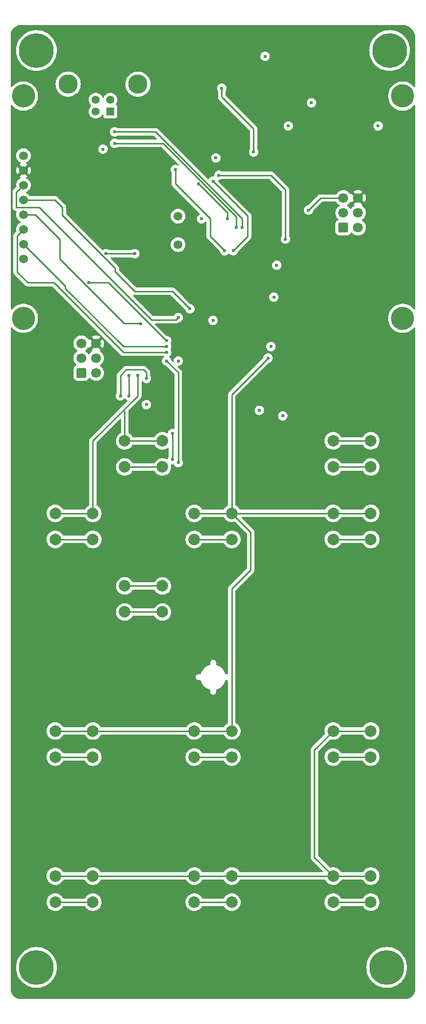
<source format=gbr>
%TF.GenerationSoftware,KiCad,Pcbnew,(6.0.8)*%
%TF.CreationDate,2022-11-03T00:23:31+01:00*%
%TF.ProjectId,crane,6372616e-652e-46b6-9963-61645f706362,rev?*%
%TF.SameCoordinates,Original*%
%TF.FileFunction,Copper,L1,Top*%
%TF.FilePolarity,Positive*%
%FSLAX46Y46*%
G04 Gerber Fmt 4.6, Leading zero omitted, Abs format (unit mm)*
G04 Created by KiCad (PCBNEW (6.0.8)) date 2022-11-03 00:23:31*
%MOMM*%
%LPD*%
G01*
G04 APERTURE LIST*
G04 Aperture macros list*
%AMRoundRect*
0 Rectangle with rounded corners*
0 $1 Rounding radius*
0 $2 $3 $4 $5 $6 $7 $8 $9 X,Y pos of 4 corners*
0 Add a 4 corners polygon primitive as box body*
4,1,4,$2,$3,$4,$5,$6,$7,$8,$9,$2,$3,0*
0 Add four circle primitives for the rounded corners*
1,1,$1+$1,$2,$3*
1,1,$1+$1,$4,$5*
1,1,$1+$1,$6,$7*
1,1,$1+$1,$8,$9*
0 Add four rect primitives between the rounded corners*
20,1,$1+$1,$2,$3,$4,$5,0*
20,1,$1+$1,$4,$5,$6,$7,0*
20,1,$1+$1,$6,$7,$8,$9,0*
20,1,$1+$1,$8,$9,$2,$3,0*%
G04 Aperture macros list end*
%TA.AperFunction,ComponentPad*%
%ADD10R,1.408000X1.408000*%
%TD*%
%TA.AperFunction,ComponentPad*%
%ADD11C,1.408000*%
%TD*%
%TA.AperFunction,ComponentPad*%
%ADD12C,3.316000*%
%TD*%
%TA.AperFunction,ComponentPad*%
%ADD13C,1.524000*%
%TD*%
%TA.AperFunction,ComponentPad*%
%ADD14C,4.000000*%
%TD*%
%TA.AperFunction,ComponentPad*%
%ADD15C,2.000000*%
%TD*%
%TA.AperFunction,ComponentPad*%
%ADD16C,6.000000*%
%TD*%
%TA.AperFunction,ComponentPad*%
%ADD17RoundRect,0.250000X-0.600000X-0.600000X0.600000X-0.600000X0.600000X0.600000X-0.600000X0.600000X0*%
%TD*%
%TA.AperFunction,ComponentPad*%
%ADD18C,1.700000*%
%TD*%
%TA.AperFunction,ComponentPad*%
%ADD19C,1.500000*%
%TD*%
%TA.AperFunction,ViaPad*%
%ADD20C,0.600000*%
%TD*%
%TA.AperFunction,Conductor*%
%ADD21C,0.250000*%
%TD*%
G04 APERTURE END LIST*
D10*
%TO.P,J1,1,VCC*%
%TO.N,/MCU/USBVCC_SOCKET*%
X132250000Y-102500000D03*
D11*
%TO.P,J1,2,D-*%
%TO.N,/MCU/USB_D-*%
X129750000Y-102500000D03*
%TO.P,J1,3,D+*%
%TO.N,/MCU/USB_D+*%
X129750000Y-100500000D03*
%TO.P,J1,4,GND*%
%TO.N,Net-(FB1-Pad1)*%
X132250000Y-100500000D03*
D12*
%TO.P,J1,S1,SHIELD*%
X124980000Y-97800000D03*
%TO.P,J1,S2,SHIELD*%
X137020000Y-97800000D03*
%TD*%
D13*
%TO.P,U1,8,BL*%
%TO.N,LCD_BL*%
X117250000Y-127890000D03*
%TO.P,U1,7,RST*%
%TO.N,LCD_RST*%
X117250000Y-125350000D03*
%TO.P,U1,6,DS*%
%TO.N,LCD_DC*%
X117250000Y-122810000D03*
%TO.P,U1,5,CS*%
%TO.N,LCD_CS*%
X117250000Y-120270000D03*
%TO.P,U1,4,CLK*%
%TO.N,LCD_CLK*%
X117250000Y-117730000D03*
%TO.P,U1,3,DIN*%
%TO.N,LCD_DIN*%
X117250000Y-115190000D03*
%TO.P,U1,2,GND*%
%TO.N,GND*%
X117250000Y-112650000D03*
%TO.P,U1,1,VCC*%
%TO.N,+5V*%
X117250000Y-110110000D03*
D14*
%TO.P,U1,0*%
%TO.N,N/C*%
X182750000Y-138150000D03*
X117250000Y-99850000D03*
X182750000Y-99850000D03*
X117250000Y-138150000D03*
%TD*%
D15*
%TO.P,SW11,1,1*%
%TO.N,SW_C2*%
X146750000Y-234250000D03*
X153250000Y-234250000D03*
%TO.P,SW11,2,2*%
%TO.N,Net-(D11-Pad2)*%
X153250000Y-238750000D03*
X146750000Y-238750000D03*
%TD*%
%TO.P,SW5,1,1*%
%TO.N,SW_C1*%
X146750000Y-171750000D03*
X153250000Y-171750000D03*
%TO.P,SW5,2,2*%
%TO.N,Net-(D5-Pad2)*%
X146750000Y-176250000D03*
X153250000Y-176250000D03*
%TD*%
%TO.P,SW8,1,1*%
%TO.N,SW_C1*%
X146750000Y-209250000D03*
X153250000Y-209250000D03*
%TO.P,SW8,2,2*%
%TO.N,Net-(D8-Pad2)*%
X146750000Y-213750000D03*
X153250000Y-213750000D03*
%TD*%
D16*
%TO.P,H2,1*%
%TO.N,N/C*%
X180000000Y-250000000D03*
%TD*%
D15*
%TO.P,SW10,1,1*%
%TO.N,SW_C2*%
X122750000Y-234250000D03*
X129250000Y-234250000D03*
%TO.P,SW10,2,2*%
%TO.N,Net-(D10-Pad2)*%
X122750000Y-238750000D03*
X129250000Y-238750000D03*
%TD*%
D16*
%TO.P,H3,1*%
%TO.N,N/C*%
X119500000Y-250000000D03*
%TD*%
D15*
%TO.P,SW12,1,1*%
%TO.N,SW_C2*%
X170750000Y-234250000D03*
X177250000Y-234250000D03*
%TO.P,SW12,2,2*%
%TO.N,Net-(D12-Pad2)*%
X177250000Y-238750000D03*
X170750000Y-238750000D03*
%TD*%
%TO.P,SW1,1,1*%
%TO.N,SW_C0*%
X177250000Y-159250000D03*
X170750000Y-159250000D03*
%TO.P,SW1,2,2*%
%TO.N,Net-(D1-Pad2)*%
X170750000Y-163750000D03*
X177250000Y-163750000D03*
%TD*%
D16*
%TO.P,H4,1*%
%TO.N,N/C*%
X180500000Y-92000000D03*
%TD*%
D15*
%TO.P,SW3,1,1*%
%TO.N,SW_C0*%
X134750000Y-159250000D03*
X141250000Y-159250000D03*
%TO.P,SW3,2,2*%
%TO.N,Net-(D3-Pad2)*%
X134750000Y-163750000D03*
X141250000Y-163750000D03*
%TD*%
%TO.P,SW9,1,1*%
%TO.N,SW_C2*%
X170750000Y-209250000D03*
X177250000Y-209250000D03*
%TO.P,SW9,2,2*%
%TO.N,Net-(D9-Pad2)*%
X170750000Y-213750000D03*
X177250000Y-213750000D03*
%TD*%
%TO.P,SW2,1,1*%
%TO.N,SW_C0*%
X122750000Y-171750000D03*
X129250000Y-171750000D03*
%TO.P,SW2,2,2*%
%TO.N,Net-(D2-Pad2)*%
X122750000Y-176250000D03*
X129250000Y-176250000D03*
%TD*%
%TO.P,SW7,1,1*%
%TO.N,SW_C1*%
X122750000Y-209250000D03*
X129250000Y-209250000D03*
%TO.P,SW7,2,2*%
%TO.N,Net-(D7-Pad2)*%
X122750000Y-213750000D03*
X129250000Y-213750000D03*
%TD*%
D16*
%TO.P,H1,1*%
%TO.N,N/C*%
X119500000Y-92000000D03*
%TD*%
D15*
%TO.P,SW4,1,1*%
%TO.N,SW_C0*%
X134750000Y-184250000D03*
X141250000Y-184250000D03*
%TO.P,SW4,2,2*%
%TO.N,Net-(D4-Pad2)*%
X134750000Y-188750000D03*
X141250000Y-188750000D03*
%TD*%
%TO.P,SW6,1,1*%
%TO.N,SW_C1*%
X177250000Y-171750000D03*
X170750000Y-171750000D03*
%TO.P,SW6,2,2*%
%TO.N,Net-(D6-Pad2)*%
X177250000Y-176250000D03*
X170750000Y-176250000D03*
%TD*%
D17*
%TO.P,J8,1,MISO*%
%TO.N,MISO*%
X127247500Y-147545000D03*
D18*
%TO.P,J8,2,VCC*%
%TO.N,+5V*%
X129787500Y-147545000D03*
%TO.P,J8,3,SCK*%
%TO.N,SCK*%
X127247500Y-145005000D03*
%TO.P,J8,4,MOSI*%
%TO.N,MOSI*%
X129787500Y-145005000D03*
%TO.P,J8,5,~{RST}*%
%TO.N,RESET*%
X127247500Y-142465000D03*
%TO.P,J8,6,GND*%
%TO.N,GND*%
X129787500Y-142465000D03*
%TD*%
D19*
%TO.P,Y2,1,1*%
%TO.N,Net-(C15-Pad2)*%
X143950000Y-120550000D03*
%TO.P,Y2,2,2*%
%TO.N,Net-(C14-Pad2)*%
X143950000Y-125430000D03*
%TD*%
D17*
%TO.P,J10,1,MISO*%
%TO.N,MISO2*%
X172500000Y-122500000D03*
D18*
%TO.P,J10,2,VCC*%
%TO.N,+5V*%
X175040000Y-122500000D03*
%TO.P,J10,3,SCK*%
%TO.N,SCK2*%
X172500000Y-119960000D03*
%TO.P,J10,4,MOSI*%
%TO.N,MOSI2*%
X175040000Y-119960000D03*
%TO.P,J10,5,~{RST}*%
%TO.N,RESET2*%
X172500000Y-117420000D03*
%TO.P,J10,6,GND*%
%TO.N,GND*%
X175040000Y-117420000D03*
%TD*%
D20*
%TO.N,GND*%
X142250000Y-169500000D03*
X130750000Y-200750000D03*
X164250000Y-182500000D03*
X126750000Y-156750000D03*
X171750000Y-98000000D03*
X158000000Y-149000000D03*
X137000000Y-130000000D03*
X150000000Y-146000000D03*
X156500000Y-143000000D03*
%TO.N,+5V*%
X162050000Y-154950000D03*
X144000000Y-145500000D03*
%TO.N,SW_R2*%
X143000000Y-162500000D03*
X143000000Y-158000000D03*
%TO.N,SW_C1*%
X159500000Y-145000000D03*
%TO.N,SW_R0*%
X142000000Y-145500000D03*
X144000000Y-163000000D03*
%TO.N,SW_R1*%
X138500000Y-148500000D03*
X134000000Y-151500000D03*
%TO.N,SW_C0*%
X137000000Y-148000000D03*
%TO.N,SW_R3*%
X135500000Y-151500000D03*
X135500000Y-148000000D03*
%TO.N,GND*%
X138000000Y-125500000D03*
X164000000Y-96000000D03*
X177000000Y-97000000D03*
X160500000Y-104500000D03*
%TO.N,+5V*%
X160000000Y-143000000D03*
%TO.N,LCD_CS*%
X137500000Y-139124500D03*
%TO.N,LCD_DIN*%
X144000000Y-138000000D03*
%TO.N,LCD_BL*%
X128500000Y-132000000D03*
%TO.N,LCD_DC*%
X142000000Y-144000000D03*
%TO.N,LCD_RST*%
X142000000Y-143000000D03*
%TO.N,LCD_BL*%
X142000000Y-142000000D03*
%TO.N,LCD_CLK*%
X146000000Y-136500000D03*
%TO.N,GND*%
X151500000Y-138500000D03*
X150000000Y-131500000D03*
%TO.N,RESET2*%
X136500000Y-127000000D03*
X131500000Y-127000000D03*
%TO.N,+5V*%
X148000000Y-121000000D03*
%TO.N,USBVCC*%
X153500000Y-126500000D03*
X150000000Y-114500000D03*
%TO.N,Net-(C16-Pad1)*%
X143500000Y-112500000D03*
%TO.N,Net-(R6-Pad2)*%
X133000000Y-108000000D03*
%TO.N,Net-(R5-Pad2)*%
X133000000Y-106000000D03*
%TO.N,Net-(JP1-Pad2)*%
X152500000Y-121000000D03*
%TO.N,Net-(C16-Pad1)*%
X152000000Y-126500000D03*
%TO.N,Net-(R5-Pad2)*%
X155000000Y-122500000D03*
%TO.N,Net-(R6-Pad2)*%
X154000000Y-122500000D03*
%TO.N,Net-(JP1-Pad2)*%
X147500000Y-115000000D03*
%TO.N,+5V*%
X150500000Y-110500000D03*
%TO.N,RESET*%
X162500000Y-124500000D03*
X151000000Y-113500000D03*
%TO.N,Net-(C18-Pad1)*%
X151500000Y-98500000D03*
X157000000Y-109500000D03*
%TO.N,+5V*%
X138500000Y-153000000D03*
%TO.N,RESET2*%
X166500000Y-119500000D03*
%TO.N,+5V*%
X150000000Y-138500000D03*
X160500000Y-134500000D03*
X161000000Y-129000000D03*
X178500000Y-105000000D03*
X159000000Y-93000000D03*
X163000000Y-105000000D03*
X167000000Y-101000000D03*
X131000000Y-109000000D03*
X158000000Y-154000000D03*
%TD*%
D21*
%TO.N,SW_C0*%
X134750000Y-184250000D02*
X141250000Y-184250000D01*
%TO.N,LCD_CLK*%
X124000000Y-119000000D02*
X122730000Y-117730000D01*
X124000000Y-120383884D02*
X124000000Y-119000000D01*
X133116116Y-129500000D02*
X124000000Y-120383884D01*
X136500000Y-133500000D02*
X133116116Y-130116116D01*
X143000000Y-133500000D02*
X136500000Y-133500000D01*
X122730000Y-117730000D02*
X117250000Y-117730000D01*
X146000000Y-136500000D02*
X143000000Y-133500000D01*
X133116116Y-130116116D02*
X133116116Y-129500000D01*
%TO.N,SW_R2*%
X143000000Y-158000000D02*
X143000000Y-162500000D01*
%TO.N,SW_C1*%
X170750000Y-171750000D02*
X153250000Y-171750000D01*
X156500000Y-181500000D02*
X156500000Y-175000000D01*
X153250000Y-184750000D02*
X156500000Y-181500000D01*
X156500000Y-175000000D02*
X153250000Y-171750000D01*
X153250000Y-209250000D02*
X153250000Y-184750000D01*
%TO.N,SW_C2*%
X167500000Y-231000000D02*
X170750000Y-234250000D01*
X167500000Y-212500000D02*
X167500000Y-231000000D01*
X170750000Y-209250000D02*
X167500000Y-212500000D01*
X170750000Y-234250000D02*
X153250000Y-234250000D01*
X146750000Y-234250000D02*
X129250000Y-234250000D01*
%TO.N,SW_C1*%
X146750000Y-209250000D02*
X129250000Y-209250000D01*
%TO.N,SW_C0*%
X177250000Y-159250000D02*
X170750000Y-159250000D01*
X141250000Y-159250000D02*
X134750000Y-159250000D01*
X129250000Y-171750000D02*
X122750000Y-171750000D01*
%TO.N,SW_C1*%
X153250000Y-171750000D02*
X146750000Y-171750000D01*
X177250000Y-171750000D02*
X170750000Y-171750000D01*
%TO.N,SW_C2*%
X177250000Y-234250000D02*
X170750000Y-234250000D01*
X153250000Y-234250000D02*
X146750000Y-234250000D01*
X129250000Y-234250000D02*
X122750000Y-234250000D01*
%TO.N,SW_C1*%
X129250000Y-209250000D02*
X122750000Y-209250000D01*
X153250000Y-209250000D02*
X146750000Y-209250000D01*
%TO.N,SW_C2*%
X177250000Y-209250000D02*
X170750000Y-209250000D01*
%TO.N,Net-(D12-Pad2)*%
X177250000Y-238750000D02*
X170750000Y-238750000D01*
%TO.N,Net-(D11-Pad2)*%
X153250000Y-238750000D02*
X146750000Y-238750000D01*
%TO.N,Net-(D10-Pad2)*%
X129250000Y-238750000D02*
X122750000Y-238750000D01*
%TO.N,Net-(D7-Pad2)*%
X129250000Y-213750000D02*
X122750000Y-213750000D01*
%TO.N,Net-(D8-Pad2)*%
X153250000Y-213750000D02*
X146750000Y-213750000D01*
%TO.N,Net-(D9-Pad2)*%
X177250000Y-213750000D02*
X170750000Y-213750000D01*
%TO.N,Net-(D3-Pad2)*%
X141250000Y-163750000D02*
X134750000Y-163750000D01*
%TO.N,Net-(D1-Pad2)*%
X177250000Y-163750000D02*
X170750000Y-163750000D01*
%TO.N,Net-(D6-Pad2)*%
X177250000Y-176250000D02*
X170750000Y-176250000D01*
%TO.N,Net-(D5-Pad2)*%
X153250000Y-176250000D02*
X146750000Y-176250000D01*
%TO.N,Net-(D2-Pad2)*%
X129250000Y-176250000D02*
X122750000Y-176250000D01*
%TO.N,Net-(D4-Pad2)*%
X141250000Y-188750000D02*
X134750000Y-188750000D01*
%TO.N,SW_C1*%
X153250000Y-151250000D02*
X159500000Y-145000000D01*
X153250000Y-171750000D02*
X153250000Y-151250000D01*
%TO.N,SW_C0*%
X134750000Y-154250000D02*
X134500000Y-154000000D01*
X134750000Y-159250000D02*
X134750000Y-154250000D01*
X129250000Y-159250000D02*
X137000000Y-151500000D01*
X129250000Y-171750000D02*
X129250000Y-159250000D01*
%TO.N,SW_R0*%
X144000000Y-147500000D02*
X142000000Y-145500000D01*
X144000000Y-163000000D02*
X144000000Y-147500000D01*
%TO.N,SW_R1*%
X138500000Y-147500000D02*
X138500000Y-148500000D01*
X138000000Y-147000000D02*
X138500000Y-147500000D01*
X135000000Y-147000000D02*
X138000000Y-147000000D01*
X134000000Y-148000000D02*
X135000000Y-147000000D01*
X134000000Y-151500000D02*
X134000000Y-148000000D01*
%TO.N,SW_R3*%
X135500000Y-148000000D02*
X135500000Y-151500000D01*
%TO.N,SW_C0*%
X137000000Y-148000000D02*
X137000000Y-151500000D01*
%TO.N,LCD_CS*%
X119270000Y-120270000D02*
X117250000Y-120270000D01*
X123500000Y-124500000D02*
X119270000Y-120270000D01*
X123500000Y-127883884D02*
X123500000Y-124500000D01*
X137500000Y-139124500D02*
X137375500Y-139000000D01*
X134616116Y-139000000D02*
X123500000Y-127883884D01*
X137375500Y-139000000D02*
X134616116Y-139000000D01*
%TO.N,LCD_DIN*%
X116000000Y-116440000D02*
X117250000Y-115190000D01*
X139375000Y-138375000D02*
X120000000Y-119000000D01*
X143625000Y-138375000D02*
X139375000Y-138375000D01*
X144000000Y-138000000D02*
X143625000Y-138375000D01*
X120000000Y-119000000D02*
X116000000Y-119000000D01*
X116000000Y-119000000D02*
X116000000Y-116440000D01*
%TO.N,LCD_BL*%
X141883884Y-142000000D02*
X142000000Y-142000000D01*
X128500000Y-132000000D02*
X131883884Y-132000000D01*
X131883884Y-132000000D02*
X141883884Y-142000000D01*
%TO.N,LCD_RST*%
X124500000Y-133000000D02*
X124500000Y-132600000D01*
X134500000Y-143000000D02*
X124500000Y-133000000D01*
X124500000Y-132600000D02*
X117250000Y-125350000D01*
X142000000Y-143000000D02*
X134500000Y-143000000D01*
%TO.N,LCD_DC*%
X116163000Y-123897000D02*
X117250000Y-122810000D01*
X116163000Y-130163000D02*
X116163000Y-123897000D01*
X118000000Y-132000000D02*
X116163000Y-130163000D01*
X134500000Y-144000000D02*
X122500000Y-132000000D01*
X142000000Y-144000000D02*
X134500000Y-144000000D01*
X122500000Y-132000000D02*
X118000000Y-132000000D01*
%TO.N,RESET2*%
X136500000Y-127000000D02*
X131500000Y-127000000D01*
%TO.N,Net-(R5-Pad2)*%
X140020280Y-106000000D02*
X133000000Y-106000000D01*
X155000000Y-120979720D02*
X140020280Y-106000000D01*
X155000000Y-122500000D02*
X155000000Y-120979720D01*
%TO.N,USBVCC*%
X156000000Y-124000000D02*
X153500000Y-126500000D01*
X156000000Y-120500000D02*
X156000000Y-124000000D01*
X150000000Y-114500000D02*
X156000000Y-120500000D01*
%TO.N,Net-(C16-Pad1)*%
X149500000Y-124000000D02*
X149500000Y-121000000D01*
X152000000Y-126500000D02*
X149500000Y-124000000D01*
X143500000Y-115000000D02*
X143500000Y-112500000D01*
X149500000Y-121000000D02*
X143500000Y-115000000D01*
%TO.N,Net-(R6-Pad2)*%
X141383884Y-108000000D02*
X133000000Y-108000000D01*
X154000000Y-120616116D02*
X141383884Y-108000000D01*
X154000000Y-122500000D02*
X154000000Y-120616116D01*
%TO.N,Net-(JP1-Pad2)*%
X152500000Y-120000000D02*
X152500000Y-121000000D01*
X147500000Y-115000000D02*
X152500000Y-120000000D01*
%TO.N,RESET*%
X160000000Y-113500000D02*
X162500000Y-116000000D01*
X151000000Y-113500000D02*
X160000000Y-113500000D01*
X162500000Y-116000000D02*
X162500000Y-124500000D01*
%TO.N,Net-(C18-Pad1)*%
X151500000Y-100000000D02*
X151500000Y-98500000D01*
X157000000Y-105500000D02*
X151500000Y-100000000D01*
X157000000Y-109500000D02*
X157000000Y-105500000D01*
%TO.N,RESET2*%
X166500000Y-119500000D02*
X168580000Y-117420000D01*
X168580000Y-117420000D02*
X172500000Y-117420000D01*
%TD*%
%TA.AperFunction,Conductor*%
%TO.N,GND*%
G36*
X183122912Y-87589205D02*
G01*
X183255845Y-87630628D01*
X183376231Y-87668142D01*
X183390445Y-87673534D01*
X183616584Y-87775310D01*
X183650906Y-87790757D01*
X183664379Y-87797828D01*
X183908813Y-87945595D01*
X183921334Y-87954238D01*
X184146171Y-88130385D01*
X184157560Y-88140475D01*
X184359525Y-88342440D01*
X184369615Y-88353829D01*
X184545762Y-88578666D01*
X184554405Y-88591187D01*
X184702172Y-88835621D01*
X184709242Y-88849092D01*
X184826466Y-89109555D01*
X184831858Y-89123769D01*
X184842421Y-89157668D01*
X184910795Y-89377088D01*
X184916500Y-89414573D01*
X184916500Y-98183498D01*
X184896498Y-98251619D01*
X184842842Y-98298112D01*
X184772568Y-98308216D01*
X184707988Y-98278722D01*
X184693415Y-98263813D01*
X184584765Y-98132477D01*
X184584754Y-98132465D01*
X184582233Y-98129418D01*
X184352140Y-97913346D01*
X184096779Y-97727816D01*
X184060067Y-97707633D01*
X183823648Y-97577660D01*
X183823647Y-97577659D01*
X183820179Y-97575753D01*
X183816510Y-97574300D01*
X183816505Y-97574298D01*
X183530372Y-97461010D01*
X183530371Y-97461010D01*
X183526702Y-97459557D01*
X183220975Y-97381060D01*
X182907821Y-97341500D01*
X182592179Y-97341500D01*
X182279025Y-97381060D01*
X181973298Y-97459557D01*
X181969629Y-97461010D01*
X181969628Y-97461010D01*
X181683495Y-97574298D01*
X181683490Y-97574300D01*
X181679821Y-97575753D01*
X181676353Y-97577659D01*
X181676352Y-97577660D01*
X181439934Y-97707633D01*
X181403221Y-97727816D01*
X181147860Y-97913346D01*
X180917767Y-98129418D01*
X180915243Y-98132469D01*
X180915242Y-98132470D01*
X180817167Y-98251022D01*
X180716568Y-98372625D01*
X180547438Y-98639131D01*
X180545754Y-98642710D01*
X180545750Y-98642717D01*
X180420471Y-98908950D01*
X180413044Y-98924734D01*
X180315505Y-99224928D01*
X180256359Y-99534980D01*
X180236540Y-99850000D01*
X180256359Y-100165020D01*
X180315505Y-100475072D01*
X180413044Y-100775266D01*
X180414731Y-100778852D01*
X180414733Y-100778856D01*
X180545750Y-101057283D01*
X180545754Y-101057290D01*
X180547438Y-101060869D01*
X180716568Y-101327375D01*
X180803733Y-101432739D01*
X180907113Y-101557703D01*
X180917767Y-101570582D01*
X181147860Y-101786654D01*
X181151062Y-101788981D01*
X181151064Y-101788982D01*
X181162097Y-101796998D01*
X181403221Y-101972184D01*
X181406690Y-101974091D01*
X181406693Y-101974093D01*
X181676352Y-102122340D01*
X181679821Y-102124247D01*
X181683490Y-102125700D01*
X181683495Y-102125702D01*
X181969628Y-102238990D01*
X181973298Y-102240443D01*
X182279025Y-102318940D01*
X182592179Y-102358500D01*
X182907821Y-102358500D01*
X183220975Y-102318940D01*
X183526702Y-102240443D01*
X183530372Y-102238990D01*
X183816505Y-102125702D01*
X183816510Y-102125700D01*
X183820179Y-102124247D01*
X183823648Y-102122340D01*
X184093307Y-101974093D01*
X184093310Y-101974091D01*
X184096779Y-101972184D01*
X184337903Y-101796998D01*
X184348936Y-101788982D01*
X184348938Y-101788981D01*
X184352140Y-101786654D01*
X184582233Y-101570582D01*
X184584758Y-101567530D01*
X184584765Y-101567523D01*
X184693415Y-101436187D01*
X184752249Y-101396448D01*
X184823227Y-101394826D01*
X184883815Y-101431836D01*
X184914775Y-101495726D01*
X184916500Y-101516502D01*
X184916500Y-136483498D01*
X184896498Y-136551619D01*
X184842842Y-136598112D01*
X184772568Y-136608216D01*
X184707988Y-136578722D01*
X184693415Y-136563813D01*
X184584765Y-136432477D01*
X184584754Y-136432465D01*
X184582233Y-136429418D01*
X184352140Y-136213346D01*
X184096779Y-136027816D01*
X184036404Y-135994624D01*
X183823648Y-135877660D01*
X183823647Y-135877659D01*
X183820179Y-135875753D01*
X183816510Y-135874300D01*
X183816505Y-135874298D01*
X183530372Y-135761010D01*
X183530371Y-135761010D01*
X183526702Y-135759557D01*
X183220975Y-135681060D01*
X182907821Y-135641500D01*
X182592179Y-135641500D01*
X182279025Y-135681060D01*
X181973298Y-135759557D01*
X181969629Y-135761010D01*
X181969628Y-135761010D01*
X181683495Y-135874298D01*
X181683490Y-135874300D01*
X181679821Y-135875753D01*
X181676353Y-135877659D01*
X181676352Y-135877660D01*
X181463597Y-135994624D01*
X181403221Y-136027816D01*
X181147860Y-136213346D01*
X180917767Y-136429418D01*
X180915243Y-136432469D01*
X180915242Y-136432470D01*
X180817168Y-136551021D01*
X180716568Y-136672625D01*
X180547438Y-136939131D01*
X180545754Y-136942710D01*
X180545750Y-136942717D01*
X180421367Y-137207047D01*
X180413044Y-137224734D01*
X180315505Y-137524928D01*
X180256359Y-137834980D01*
X180236540Y-138150000D01*
X180256359Y-138465020D01*
X180315505Y-138775072D01*
X180316732Y-138778848D01*
X180374612Y-138956983D01*
X180413044Y-139075266D01*
X180414731Y-139078852D01*
X180414733Y-139078856D01*
X180545750Y-139357283D01*
X180545754Y-139357290D01*
X180547438Y-139360869D01*
X180716568Y-139627375D01*
X180719093Y-139630427D01*
X180855841Y-139795726D01*
X180917767Y-139870582D01*
X181147860Y-140086654D01*
X181403221Y-140272184D01*
X181679821Y-140424247D01*
X181683490Y-140425700D01*
X181683495Y-140425702D01*
X181969628Y-140538990D01*
X181973298Y-140540443D01*
X182279025Y-140618940D01*
X182592179Y-140658500D01*
X182907821Y-140658500D01*
X183220975Y-140618940D01*
X183526702Y-140540443D01*
X183530372Y-140538990D01*
X183816505Y-140425702D01*
X183816510Y-140425700D01*
X183820179Y-140424247D01*
X184096779Y-140272184D01*
X184352140Y-140086654D01*
X184582233Y-139870582D01*
X184584758Y-139867530D01*
X184584765Y-139867523D01*
X184693415Y-139736187D01*
X184752249Y-139696448D01*
X184823227Y-139694826D01*
X184883815Y-139731836D01*
X184914775Y-139795726D01*
X184916500Y-139816502D01*
X184916500Y-254015673D01*
X184909813Y-254056174D01*
X184842561Y-254254292D01*
X184836254Y-254269519D01*
X184728343Y-254488342D01*
X184720102Y-254502616D01*
X184584553Y-254705478D01*
X184574520Y-254718553D01*
X184413648Y-254901993D01*
X184401993Y-254913648D01*
X184218553Y-255074520D01*
X184205478Y-255084553D01*
X184002616Y-255220102D01*
X183988342Y-255228343D01*
X183769519Y-255336254D01*
X183754292Y-255342561D01*
X183556174Y-255409813D01*
X183515673Y-255416500D01*
X116484327Y-255416500D01*
X116443826Y-255409813D01*
X116245708Y-255342561D01*
X116230481Y-255336254D01*
X116011658Y-255228343D01*
X115997384Y-255220102D01*
X115794522Y-255084553D01*
X115781447Y-255074520D01*
X115598007Y-254913648D01*
X115586352Y-254901993D01*
X115425480Y-254718553D01*
X115415447Y-254705478D01*
X115279898Y-254502616D01*
X115271657Y-254488342D01*
X115163746Y-254269519D01*
X115157439Y-254254292D01*
X115090187Y-254056174D01*
X115083500Y-254015673D01*
X115083500Y-250000000D01*
X115986685Y-250000000D01*
X116005931Y-250367241D01*
X116063459Y-250730459D01*
X116158639Y-251085674D01*
X116290427Y-251428994D01*
X116457380Y-251756657D01*
X116657668Y-252065075D01*
X116889098Y-252350867D01*
X117149133Y-252610902D01*
X117434925Y-252842332D01*
X117743342Y-253042620D01*
X117746276Y-253044115D01*
X117746283Y-253044119D01*
X118068066Y-253208075D01*
X118071006Y-253209573D01*
X118414326Y-253341361D01*
X118769541Y-253436541D01*
X118962558Y-253467112D01*
X119129511Y-253493555D01*
X119129519Y-253493556D01*
X119132759Y-253494069D01*
X119500000Y-253513315D01*
X119867241Y-253494069D01*
X119870481Y-253493556D01*
X119870489Y-253493555D01*
X120037442Y-253467112D01*
X120230459Y-253436541D01*
X120585674Y-253341361D01*
X120928994Y-253209573D01*
X120931934Y-253208075D01*
X121253717Y-253044119D01*
X121253724Y-253044115D01*
X121256658Y-253042620D01*
X121565075Y-252842332D01*
X121850867Y-252610902D01*
X122110902Y-252350867D01*
X122342332Y-252065075D01*
X122542620Y-251756657D01*
X122709573Y-251428994D01*
X122841361Y-251085674D01*
X122936541Y-250730459D01*
X122994069Y-250367241D01*
X123013315Y-250000000D01*
X176486685Y-250000000D01*
X176505931Y-250367241D01*
X176563459Y-250730459D01*
X176658639Y-251085674D01*
X176790427Y-251428994D01*
X176957380Y-251756657D01*
X177157668Y-252065075D01*
X177389098Y-252350867D01*
X177649133Y-252610902D01*
X177934925Y-252842332D01*
X178243342Y-253042620D01*
X178246276Y-253044115D01*
X178246283Y-253044119D01*
X178568066Y-253208075D01*
X178571006Y-253209573D01*
X178914326Y-253341361D01*
X179269541Y-253436541D01*
X179462558Y-253467112D01*
X179629511Y-253493555D01*
X179629519Y-253493556D01*
X179632759Y-253494069D01*
X180000000Y-253513315D01*
X180367241Y-253494069D01*
X180370481Y-253493556D01*
X180370489Y-253493555D01*
X180537442Y-253467112D01*
X180730459Y-253436541D01*
X181085674Y-253341361D01*
X181428994Y-253209573D01*
X181431934Y-253208075D01*
X181753717Y-253044119D01*
X181753724Y-253044115D01*
X181756658Y-253042620D01*
X182065075Y-252842332D01*
X182350867Y-252610902D01*
X182610902Y-252350867D01*
X182842332Y-252065075D01*
X183042620Y-251756657D01*
X183209573Y-251428994D01*
X183341361Y-251085674D01*
X183436541Y-250730459D01*
X183494069Y-250367241D01*
X183513315Y-250000000D01*
X183494069Y-249632759D01*
X183436541Y-249269541D01*
X183341361Y-248914326D01*
X183209573Y-248571006D01*
X183042620Y-248243343D01*
X182842332Y-247934925D01*
X182610902Y-247649133D01*
X182350867Y-247389098D01*
X182065075Y-247157668D01*
X181756658Y-246957380D01*
X181753724Y-246955885D01*
X181753717Y-246955881D01*
X181431934Y-246791925D01*
X181428994Y-246790427D01*
X181085674Y-246658639D01*
X180730459Y-246563459D01*
X180537442Y-246532888D01*
X180370489Y-246506445D01*
X180370481Y-246506444D01*
X180367241Y-246505931D01*
X180000000Y-246486685D01*
X179632759Y-246505931D01*
X179629519Y-246506444D01*
X179629511Y-246506445D01*
X179462558Y-246532888D01*
X179269541Y-246563459D01*
X178914326Y-246658639D01*
X178571006Y-246790427D01*
X178568066Y-246791925D01*
X178246284Y-246955881D01*
X178246277Y-246955885D01*
X178243343Y-246957380D01*
X177934925Y-247157668D01*
X177649133Y-247389098D01*
X177389098Y-247649133D01*
X177157668Y-247934925D01*
X176957380Y-248243343D01*
X176790427Y-248571006D01*
X176658639Y-248914326D01*
X176563459Y-249269541D01*
X176505931Y-249632759D01*
X176486685Y-250000000D01*
X123013315Y-250000000D01*
X122994069Y-249632759D01*
X122936541Y-249269541D01*
X122841361Y-248914326D01*
X122709573Y-248571006D01*
X122542620Y-248243343D01*
X122342332Y-247934925D01*
X122110902Y-247649133D01*
X121850867Y-247389098D01*
X121565075Y-247157668D01*
X121256658Y-246957380D01*
X121253724Y-246955885D01*
X121253717Y-246955881D01*
X120931934Y-246791925D01*
X120928994Y-246790427D01*
X120585674Y-246658639D01*
X120230459Y-246563459D01*
X120037442Y-246532888D01*
X119870489Y-246506445D01*
X119870481Y-246506444D01*
X119867241Y-246505931D01*
X119500000Y-246486685D01*
X119132759Y-246505931D01*
X119129519Y-246506444D01*
X119129511Y-246506445D01*
X118962558Y-246532888D01*
X118769541Y-246563459D01*
X118414326Y-246658639D01*
X118071006Y-246790427D01*
X118068066Y-246791925D01*
X117746284Y-246955881D01*
X117746277Y-246955885D01*
X117743343Y-246957380D01*
X117434925Y-247157668D01*
X117149133Y-247389098D01*
X116889098Y-247649133D01*
X116657668Y-247934925D01*
X116457380Y-248243343D01*
X116290427Y-248571006D01*
X116158639Y-248914326D01*
X116063459Y-249269541D01*
X116005931Y-249632759D01*
X115986685Y-250000000D01*
X115083500Y-250000000D01*
X115083500Y-238750000D01*
X121236835Y-238750000D01*
X121255465Y-238986711D01*
X121310895Y-239217594D01*
X121312788Y-239222165D01*
X121312789Y-239222167D01*
X121384807Y-239396034D01*
X121401760Y-239436963D01*
X121404346Y-239441183D01*
X121523241Y-239635202D01*
X121523245Y-239635208D01*
X121525824Y-239639416D01*
X121680031Y-239819969D01*
X121860584Y-239974176D01*
X121864792Y-239976755D01*
X121864798Y-239976759D01*
X122058817Y-240095654D01*
X122063037Y-240098240D01*
X122067607Y-240100133D01*
X122067611Y-240100135D01*
X122277833Y-240187211D01*
X122282406Y-240189105D01*
X122362609Y-240208360D01*
X122508476Y-240243380D01*
X122508482Y-240243381D01*
X122513289Y-240244535D01*
X122750000Y-240263165D01*
X122986711Y-240244535D01*
X122991518Y-240243381D01*
X122991524Y-240243380D01*
X123137391Y-240208360D01*
X123217594Y-240189105D01*
X123222167Y-240187211D01*
X123432389Y-240100135D01*
X123432393Y-240100133D01*
X123436963Y-240098240D01*
X123441183Y-240095654D01*
X123635202Y-239976759D01*
X123635208Y-239976755D01*
X123639416Y-239974176D01*
X123819969Y-239819969D01*
X123974176Y-239639416D01*
X123976755Y-239635208D01*
X123976759Y-239635202D01*
X124094133Y-239443665D01*
X124146781Y-239396034D01*
X124201566Y-239383500D01*
X127798434Y-239383500D01*
X127866555Y-239403502D01*
X127905867Y-239443665D01*
X128023241Y-239635202D01*
X128023245Y-239635208D01*
X128025824Y-239639416D01*
X128180031Y-239819969D01*
X128360584Y-239974176D01*
X128364792Y-239976755D01*
X128364798Y-239976759D01*
X128558817Y-240095654D01*
X128563037Y-240098240D01*
X128567607Y-240100133D01*
X128567611Y-240100135D01*
X128777833Y-240187211D01*
X128782406Y-240189105D01*
X128862609Y-240208360D01*
X129008476Y-240243380D01*
X129008482Y-240243381D01*
X129013289Y-240244535D01*
X129250000Y-240263165D01*
X129486711Y-240244535D01*
X129491518Y-240243381D01*
X129491524Y-240243380D01*
X129637391Y-240208360D01*
X129717594Y-240189105D01*
X129722167Y-240187211D01*
X129932389Y-240100135D01*
X129932393Y-240100133D01*
X129936963Y-240098240D01*
X129941183Y-240095654D01*
X130135202Y-239976759D01*
X130135208Y-239976755D01*
X130139416Y-239974176D01*
X130319969Y-239819969D01*
X130474176Y-239639416D01*
X130476755Y-239635208D01*
X130476759Y-239635202D01*
X130595654Y-239441183D01*
X130598240Y-239436963D01*
X130615194Y-239396034D01*
X130687211Y-239222167D01*
X130687212Y-239222165D01*
X130689105Y-239217594D01*
X130744535Y-238986711D01*
X130763165Y-238750000D01*
X145236835Y-238750000D01*
X145255465Y-238986711D01*
X145310895Y-239217594D01*
X145312788Y-239222165D01*
X145312789Y-239222167D01*
X145384807Y-239396034D01*
X145401760Y-239436963D01*
X145404346Y-239441183D01*
X145523241Y-239635202D01*
X145523245Y-239635208D01*
X145525824Y-239639416D01*
X145680031Y-239819969D01*
X145860584Y-239974176D01*
X145864792Y-239976755D01*
X145864798Y-239976759D01*
X146058817Y-240095654D01*
X146063037Y-240098240D01*
X146067607Y-240100133D01*
X146067611Y-240100135D01*
X146277833Y-240187211D01*
X146282406Y-240189105D01*
X146362609Y-240208360D01*
X146508476Y-240243380D01*
X146508482Y-240243381D01*
X146513289Y-240244535D01*
X146750000Y-240263165D01*
X146986711Y-240244535D01*
X146991518Y-240243381D01*
X146991524Y-240243380D01*
X147137391Y-240208360D01*
X147217594Y-240189105D01*
X147222167Y-240187211D01*
X147432389Y-240100135D01*
X147432393Y-240100133D01*
X147436963Y-240098240D01*
X147441183Y-240095654D01*
X147635202Y-239976759D01*
X147635208Y-239976755D01*
X147639416Y-239974176D01*
X147819969Y-239819969D01*
X147974176Y-239639416D01*
X147976755Y-239635208D01*
X147976759Y-239635202D01*
X148094133Y-239443665D01*
X148146781Y-239396034D01*
X148201566Y-239383500D01*
X151798434Y-239383500D01*
X151866555Y-239403502D01*
X151905867Y-239443665D01*
X152023241Y-239635202D01*
X152023245Y-239635208D01*
X152025824Y-239639416D01*
X152180031Y-239819969D01*
X152360584Y-239974176D01*
X152364792Y-239976755D01*
X152364798Y-239976759D01*
X152558817Y-240095654D01*
X152563037Y-240098240D01*
X152567607Y-240100133D01*
X152567611Y-240100135D01*
X152777833Y-240187211D01*
X152782406Y-240189105D01*
X152862609Y-240208360D01*
X153008476Y-240243380D01*
X153008482Y-240243381D01*
X153013289Y-240244535D01*
X153250000Y-240263165D01*
X153486711Y-240244535D01*
X153491518Y-240243381D01*
X153491524Y-240243380D01*
X153637391Y-240208360D01*
X153717594Y-240189105D01*
X153722167Y-240187211D01*
X153932389Y-240100135D01*
X153932393Y-240100133D01*
X153936963Y-240098240D01*
X153941183Y-240095654D01*
X154135202Y-239976759D01*
X154135208Y-239976755D01*
X154139416Y-239974176D01*
X154319969Y-239819969D01*
X154474176Y-239639416D01*
X154476755Y-239635208D01*
X154476759Y-239635202D01*
X154595654Y-239441183D01*
X154598240Y-239436963D01*
X154615194Y-239396034D01*
X154687211Y-239222167D01*
X154687212Y-239222165D01*
X154689105Y-239217594D01*
X154744535Y-238986711D01*
X154763165Y-238750000D01*
X169236835Y-238750000D01*
X169255465Y-238986711D01*
X169310895Y-239217594D01*
X169312788Y-239222165D01*
X169312789Y-239222167D01*
X169384807Y-239396034D01*
X169401760Y-239436963D01*
X169404346Y-239441183D01*
X169523241Y-239635202D01*
X169523245Y-239635208D01*
X169525824Y-239639416D01*
X169680031Y-239819969D01*
X169860584Y-239974176D01*
X169864792Y-239976755D01*
X169864798Y-239976759D01*
X170058817Y-240095654D01*
X170063037Y-240098240D01*
X170067607Y-240100133D01*
X170067611Y-240100135D01*
X170277833Y-240187211D01*
X170282406Y-240189105D01*
X170362609Y-240208360D01*
X170508476Y-240243380D01*
X170508482Y-240243381D01*
X170513289Y-240244535D01*
X170750000Y-240263165D01*
X170986711Y-240244535D01*
X170991518Y-240243381D01*
X170991524Y-240243380D01*
X171137391Y-240208360D01*
X171217594Y-240189105D01*
X171222167Y-240187211D01*
X171432389Y-240100135D01*
X171432393Y-240100133D01*
X171436963Y-240098240D01*
X171441183Y-240095654D01*
X171635202Y-239976759D01*
X171635208Y-239976755D01*
X171639416Y-239974176D01*
X171819969Y-239819969D01*
X171974176Y-239639416D01*
X171976755Y-239635208D01*
X171976759Y-239635202D01*
X172094133Y-239443665D01*
X172146781Y-239396034D01*
X172201566Y-239383500D01*
X175798434Y-239383500D01*
X175866555Y-239403502D01*
X175905867Y-239443665D01*
X176023241Y-239635202D01*
X176023245Y-239635208D01*
X176025824Y-239639416D01*
X176180031Y-239819969D01*
X176360584Y-239974176D01*
X176364792Y-239976755D01*
X176364798Y-239976759D01*
X176558817Y-240095654D01*
X176563037Y-240098240D01*
X176567607Y-240100133D01*
X176567611Y-240100135D01*
X176777833Y-240187211D01*
X176782406Y-240189105D01*
X176862609Y-240208360D01*
X177008476Y-240243380D01*
X177008482Y-240243381D01*
X177013289Y-240244535D01*
X177250000Y-240263165D01*
X177486711Y-240244535D01*
X177491518Y-240243381D01*
X177491524Y-240243380D01*
X177637391Y-240208360D01*
X177717594Y-240189105D01*
X177722167Y-240187211D01*
X177932389Y-240100135D01*
X177932393Y-240100133D01*
X177936963Y-240098240D01*
X177941183Y-240095654D01*
X178135202Y-239976759D01*
X178135208Y-239976755D01*
X178139416Y-239974176D01*
X178319969Y-239819969D01*
X178474176Y-239639416D01*
X178476755Y-239635208D01*
X178476759Y-239635202D01*
X178595654Y-239441183D01*
X178598240Y-239436963D01*
X178615194Y-239396034D01*
X178687211Y-239222167D01*
X178687212Y-239222165D01*
X178689105Y-239217594D01*
X178744535Y-238986711D01*
X178763165Y-238750000D01*
X178744535Y-238513289D01*
X178689105Y-238282406D01*
X178620385Y-238116500D01*
X178600135Y-238067611D01*
X178600133Y-238067607D01*
X178598240Y-238063037D01*
X178594133Y-238056335D01*
X178476759Y-237864798D01*
X178476755Y-237864792D01*
X178474176Y-237860584D01*
X178319969Y-237680031D01*
X178139416Y-237525824D01*
X178135208Y-237523245D01*
X178135202Y-237523241D01*
X177941183Y-237404346D01*
X177936963Y-237401760D01*
X177932393Y-237399867D01*
X177932389Y-237399865D01*
X177722167Y-237312789D01*
X177722165Y-237312788D01*
X177717594Y-237310895D01*
X177637391Y-237291640D01*
X177491524Y-237256620D01*
X177491518Y-237256619D01*
X177486711Y-237255465D01*
X177250000Y-237236835D01*
X177013289Y-237255465D01*
X177008482Y-237256619D01*
X177008476Y-237256620D01*
X176862609Y-237291640D01*
X176782406Y-237310895D01*
X176777835Y-237312788D01*
X176777833Y-237312789D01*
X176567611Y-237399865D01*
X176567607Y-237399867D01*
X176563037Y-237401760D01*
X176558817Y-237404346D01*
X176364798Y-237523241D01*
X176364792Y-237523245D01*
X176360584Y-237525824D01*
X176180031Y-237680031D01*
X176025824Y-237860584D01*
X176023245Y-237864792D01*
X176023241Y-237864798D01*
X175905867Y-238056335D01*
X175853219Y-238103966D01*
X175798434Y-238116500D01*
X172201566Y-238116500D01*
X172133445Y-238096498D01*
X172094133Y-238056335D01*
X171976759Y-237864798D01*
X171976755Y-237864792D01*
X171974176Y-237860584D01*
X171819969Y-237680031D01*
X171639416Y-237525824D01*
X171635208Y-237523245D01*
X171635202Y-237523241D01*
X171441183Y-237404346D01*
X171436963Y-237401760D01*
X171432393Y-237399867D01*
X171432389Y-237399865D01*
X171222167Y-237312789D01*
X171222165Y-237312788D01*
X171217594Y-237310895D01*
X171137391Y-237291640D01*
X170991524Y-237256620D01*
X170991518Y-237256619D01*
X170986711Y-237255465D01*
X170750000Y-237236835D01*
X170513289Y-237255465D01*
X170508482Y-237256619D01*
X170508476Y-237256620D01*
X170362609Y-237291640D01*
X170282406Y-237310895D01*
X170277835Y-237312788D01*
X170277833Y-237312789D01*
X170067611Y-237399865D01*
X170067607Y-237399867D01*
X170063037Y-237401760D01*
X170058817Y-237404346D01*
X169864798Y-237523241D01*
X169864792Y-237523245D01*
X169860584Y-237525824D01*
X169680031Y-237680031D01*
X169525824Y-237860584D01*
X169523245Y-237864792D01*
X169523241Y-237864798D01*
X169405867Y-238056335D01*
X169401760Y-238063037D01*
X169399867Y-238067607D01*
X169399865Y-238067611D01*
X169379615Y-238116500D01*
X169310895Y-238282406D01*
X169255465Y-238513289D01*
X169236835Y-238750000D01*
X154763165Y-238750000D01*
X154744535Y-238513289D01*
X154689105Y-238282406D01*
X154620385Y-238116500D01*
X154600135Y-238067611D01*
X154600133Y-238067607D01*
X154598240Y-238063037D01*
X154594133Y-238056335D01*
X154476759Y-237864798D01*
X154476755Y-237864792D01*
X154474176Y-237860584D01*
X154319969Y-237680031D01*
X154139416Y-237525824D01*
X154135208Y-237523245D01*
X154135202Y-237523241D01*
X153941183Y-237404346D01*
X153936963Y-237401760D01*
X153932393Y-237399867D01*
X153932389Y-237399865D01*
X153722167Y-237312789D01*
X153722165Y-237312788D01*
X153717594Y-237310895D01*
X153637391Y-237291640D01*
X153491524Y-237256620D01*
X153491518Y-237256619D01*
X153486711Y-237255465D01*
X153250000Y-237236835D01*
X153013289Y-237255465D01*
X153008482Y-237256619D01*
X153008476Y-237256620D01*
X152862609Y-237291640D01*
X152782406Y-237310895D01*
X152777835Y-237312788D01*
X152777833Y-237312789D01*
X152567611Y-237399865D01*
X152567607Y-237399867D01*
X152563037Y-237401760D01*
X152558817Y-237404346D01*
X152364798Y-237523241D01*
X152364792Y-237523245D01*
X152360584Y-237525824D01*
X152180031Y-237680031D01*
X152025824Y-237860584D01*
X152023245Y-237864792D01*
X152023241Y-237864798D01*
X151905867Y-238056335D01*
X151853219Y-238103966D01*
X151798434Y-238116500D01*
X148201566Y-238116500D01*
X148133445Y-238096498D01*
X148094133Y-238056335D01*
X147976759Y-237864798D01*
X147976755Y-237864792D01*
X147974176Y-237860584D01*
X147819969Y-237680031D01*
X147639416Y-237525824D01*
X147635208Y-237523245D01*
X147635202Y-237523241D01*
X147441183Y-237404346D01*
X147436963Y-237401760D01*
X147432393Y-237399867D01*
X147432389Y-237399865D01*
X147222167Y-237312789D01*
X147222165Y-237312788D01*
X147217594Y-237310895D01*
X147137391Y-237291640D01*
X146991524Y-237256620D01*
X146991518Y-237256619D01*
X146986711Y-237255465D01*
X146750000Y-237236835D01*
X146513289Y-237255465D01*
X146508482Y-237256619D01*
X146508476Y-237256620D01*
X146362609Y-237291640D01*
X146282406Y-237310895D01*
X146277835Y-237312788D01*
X146277833Y-237312789D01*
X146067611Y-237399865D01*
X146067607Y-237399867D01*
X146063037Y-237401760D01*
X146058817Y-237404346D01*
X145864798Y-237523241D01*
X145864792Y-237523245D01*
X145860584Y-237525824D01*
X145680031Y-237680031D01*
X145525824Y-237860584D01*
X145523245Y-237864792D01*
X145523241Y-237864798D01*
X145405867Y-238056335D01*
X145401760Y-238063037D01*
X145399867Y-238067607D01*
X145399865Y-238067611D01*
X145379615Y-238116500D01*
X145310895Y-238282406D01*
X145255465Y-238513289D01*
X145236835Y-238750000D01*
X130763165Y-238750000D01*
X130744535Y-238513289D01*
X130689105Y-238282406D01*
X130620385Y-238116500D01*
X130600135Y-238067611D01*
X130600133Y-238067607D01*
X130598240Y-238063037D01*
X130594133Y-238056335D01*
X130476759Y-237864798D01*
X130476755Y-237864792D01*
X130474176Y-237860584D01*
X130319969Y-237680031D01*
X130139416Y-237525824D01*
X130135208Y-237523245D01*
X130135202Y-237523241D01*
X129941183Y-237404346D01*
X129936963Y-237401760D01*
X129932393Y-237399867D01*
X129932389Y-237399865D01*
X129722167Y-237312789D01*
X129722165Y-237312788D01*
X129717594Y-237310895D01*
X129637391Y-237291640D01*
X129491524Y-237256620D01*
X129491518Y-237256619D01*
X129486711Y-237255465D01*
X129250000Y-237236835D01*
X129013289Y-237255465D01*
X129008482Y-237256619D01*
X129008476Y-237256620D01*
X128862609Y-237291640D01*
X128782406Y-237310895D01*
X128777835Y-237312788D01*
X128777833Y-237312789D01*
X128567611Y-237399865D01*
X128567607Y-237399867D01*
X128563037Y-237401760D01*
X128558817Y-237404346D01*
X128364798Y-237523241D01*
X128364792Y-237523245D01*
X128360584Y-237525824D01*
X128180031Y-237680031D01*
X128025824Y-237860584D01*
X128023245Y-237864792D01*
X128023241Y-237864798D01*
X127905867Y-238056335D01*
X127853219Y-238103966D01*
X127798434Y-238116500D01*
X124201566Y-238116500D01*
X124133445Y-238096498D01*
X124094133Y-238056335D01*
X123976759Y-237864798D01*
X123976755Y-237864792D01*
X123974176Y-237860584D01*
X123819969Y-237680031D01*
X123639416Y-237525824D01*
X123635208Y-237523245D01*
X123635202Y-237523241D01*
X123441183Y-237404346D01*
X123436963Y-237401760D01*
X123432393Y-237399867D01*
X123432389Y-237399865D01*
X123222167Y-237312789D01*
X123222165Y-237312788D01*
X123217594Y-237310895D01*
X123137391Y-237291640D01*
X122991524Y-237256620D01*
X122991518Y-237256619D01*
X122986711Y-237255465D01*
X122750000Y-237236835D01*
X122513289Y-237255465D01*
X122508482Y-237256619D01*
X122508476Y-237256620D01*
X122362609Y-237291640D01*
X122282406Y-237310895D01*
X122277835Y-237312788D01*
X122277833Y-237312789D01*
X122067611Y-237399865D01*
X122067607Y-237399867D01*
X122063037Y-237401760D01*
X122058817Y-237404346D01*
X121864798Y-237523241D01*
X121864792Y-237523245D01*
X121860584Y-237525824D01*
X121680031Y-237680031D01*
X121525824Y-237860584D01*
X121523245Y-237864792D01*
X121523241Y-237864798D01*
X121405867Y-238056335D01*
X121401760Y-238063037D01*
X121399867Y-238067607D01*
X121399865Y-238067611D01*
X121379615Y-238116500D01*
X121310895Y-238282406D01*
X121255465Y-238513289D01*
X121236835Y-238750000D01*
X115083500Y-238750000D01*
X115083500Y-234250000D01*
X121236835Y-234250000D01*
X121255465Y-234486711D01*
X121310895Y-234717594D01*
X121312788Y-234722165D01*
X121312789Y-234722167D01*
X121384807Y-234896034D01*
X121401760Y-234936963D01*
X121404346Y-234941183D01*
X121523241Y-235135202D01*
X121523245Y-235135208D01*
X121525824Y-235139416D01*
X121680031Y-235319969D01*
X121860584Y-235474176D01*
X121864792Y-235476755D01*
X121864798Y-235476759D01*
X122058817Y-235595654D01*
X122063037Y-235598240D01*
X122067607Y-235600133D01*
X122067611Y-235600135D01*
X122277833Y-235687211D01*
X122282406Y-235689105D01*
X122362609Y-235708360D01*
X122508476Y-235743380D01*
X122508482Y-235743381D01*
X122513289Y-235744535D01*
X122750000Y-235763165D01*
X122986711Y-235744535D01*
X122991518Y-235743381D01*
X122991524Y-235743380D01*
X123137391Y-235708360D01*
X123217594Y-235689105D01*
X123222167Y-235687211D01*
X123432389Y-235600135D01*
X123432393Y-235600133D01*
X123436963Y-235598240D01*
X123441183Y-235595654D01*
X123635202Y-235476759D01*
X123635208Y-235476755D01*
X123639416Y-235474176D01*
X123819969Y-235319969D01*
X123974176Y-235139416D01*
X123976755Y-235135208D01*
X123976759Y-235135202D01*
X124094133Y-234943665D01*
X124146781Y-234896034D01*
X124201566Y-234883500D01*
X127798434Y-234883500D01*
X127866555Y-234903502D01*
X127905867Y-234943665D01*
X128023241Y-235135202D01*
X128023245Y-235135208D01*
X128025824Y-235139416D01*
X128180031Y-235319969D01*
X128360584Y-235474176D01*
X128364792Y-235476755D01*
X128364798Y-235476759D01*
X128558817Y-235595654D01*
X128563037Y-235598240D01*
X128567607Y-235600133D01*
X128567611Y-235600135D01*
X128777833Y-235687211D01*
X128782406Y-235689105D01*
X128862609Y-235708360D01*
X129008476Y-235743380D01*
X129008482Y-235743381D01*
X129013289Y-235744535D01*
X129250000Y-235763165D01*
X129486711Y-235744535D01*
X129491518Y-235743381D01*
X129491524Y-235743380D01*
X129637391Y-235708360D01*
X129717594Y-235689105D01*
X129722167Y-235687211D01*
X129932389Y-235600135D01*
X129932393Y-235600133D01*
X129936963Y-235598240D01*
X129941183Y-235595654D01*
X130135202Y-235476759D01*
X130135208Y-235476755D01*
X130139416Y-235474176D01*
X130319969Y-235319969D01*
X130474176Y-235139416D01*
X130476755Y-235135208D01*
X130476759Y-235135202D01*
X130594133Y-234943665D01*
X130646781Y-234896034D01*
X130701566Y-234883500D01*
X145298434Y-234883500D01*
X145366555Y-234903502D01*
X145405867Y-234943665D01*
X145523241Y-235135202D01*
X145523245Y-235135208D01*
X145525824Y-235139416D01*
X145680031Y-235319969D01*
X145860584Y-235474176D01*
X145864792Y-235476755D01*
X145864798Y-235476759D01*
X146058817Y-235595654D01*
X146063037Y-235598240D01*
X146067607Y-235600133D01*
X146067611Y-235600135D01*
X146277833Y-235687211D01*
X146282406Y-235689105D01*
X146362609Y-235708360D01*
X146508476Y-235743380D01*
X146508482Y-235743381D01*
X146513289Y-235744535D01*
X146750000Y-235763165D01*
X146986711Y-235744535D01*
X146991518Y-235743381D01*
X146991524Y-235743380D01*
X147137391Y-235708360D01*
X147217594Y-235689105D01*
X147222167Y-235687211D01*
X147432389Y-235600135D01*
X147432393Y-235600133D01*
X147436963Y-235598240D01*
X147441183Y-235595654D01*
X147635202Y-235476759D01*
X147635208Y-235476755D01*
X147639416Y-235474176D01*
X147819969Y-235319969D01*
X147974176Y-235139416D01*
X147976755Y-235135208D01*
X147976759Y-235135202D01*
X148094133Y-234943665D01*
X148146781Y-234896034D01*
X148201566Y-234883500D01*
X151798434Y-234883500D01*
X151866555Y-234903502D01*
X151905867Y-234943665D01*
X152023241Y-235135202D01*
X152023245Y-235135208D01*
X152025824Y-235139416D01*
X152180031Y-235319969D01*
X152360584Y-235474176D01*
X152364792Y-235476755D01*
X152364798Y-235476759D01*
X152558817Y-235595654D01*
X152563037Y-235598240D01*
X152567607Y-235600133D01*
X152567611Y-235600135D01*
X152777833Y-235687211D01*
X152782406Y-235689105D01*
X152862609Y-235708360D01*
X153008476Y-235743380D01*
X153008482Y-235743381D01*
X153013289Y-235744535D01*
X153250000Y-235763165D01*
X153486711Y-235744535D01*
X153491518Y-235743381D01*
X153491524Y-235743380D01*
X153637391Y-235708360D01*
X153717594Y-235689105D01*
X153722167Y-235687211D01*
X153932389Y-235600135D01*
X153932393Y-235600133D01*
X153936963Y-235598240D01*
X153941183Y-235595654D01*
X154135202Y-235476759D01*
X154135208Y-235476755D01*
X154139416Y-235474176D01*
X154319969Y-235319969D01*
X154474176Y-235139416D01*
X154476755Y-235135208D01*
X154476759Y-235135202D01*
X154594133Y-234943665D01*
X154646781Y-234896034D01*
X154701566Y-234883500D01*
X169298434Y-234883500D01*
X169366555Y-234903502D01*
X169405867Y-234943665D01*
X169523241Y-235135202D01*
X169523245Y-235135208D01*
X169525824Y-235139416D01*
X169680031Y-235319969D01*
X169860584Y-235474176D01*
X169864792Y-235476755D01*
X169864798Y-235476759D01*
X170058817Y-235595654D01*
X170063037Y-235598240D01*
X170067607Y-235600133D01*
X170067611Y-235600135D01*
X170277833Y-235687211D01*
X170282406Y-235689105D01*
X170362609Y-235708360D01*
X170508476Y-235743380D01*
X170508482Y-235743381D01*
X170513289Y-235744535D01*
X170750000Y-235763165D01*
X170986711Y-235744535D01*
X170991518Y-235743381D01*
X170991524Y-235743380D01*
X171137391Y-235708360D01*
X171217594Y-235689105D01*
X171222167Y-235687211D01*
X171432389Y-235600135D01*
X171432393Y-235600133D01*
X171436963Y-235598240D01*
X171441183Y-235595654D01*
X171635202Y-235476759D01*
X171635208Y-235476755D01*
X171639416Y-235474176D01*
X171819969Y-235319969D01*
X171974176Y-235139416D01*
X171976755Y-235135208D01*
X171976759Y-235135202D01*
X172094133Y-234943665D01*
X172146781Y-234896034D01*
X172201566Y-234883500D01*
X175798434Y-234883500D01*
X175866555Y-234903502D01*
X175905867Y-234943665D01*
X176023241Y-235135202D01*
X176023245Y-235135208D01*
X176025824Y-235139416D01*
X176180031Y-235319969D01*
X176360584Y-235474176D01*
X176364792Y-235476755D01*
X176364798Y-235476759D01*
X176558817Y-235595654D01*
X176563037Y-235598240D01*
X176567607Y-235600133D01*
X176567611Y-235600135D01*
X176777833Y-235687211D01*
X176782406Y-235689105D01*
X176862609Y-235708360D01*
X177008476Y-235743380D01*
X177008482Y-235743381D01*
X177013289Y-235744535D01*
X177250000Y-235763165D01*
X177486711Y-235744535D01*
X177491518Y-235743381D01*
X177491524Y-235743380D01*
X177637391Y-235708360D01*
X177717594Y-235689105D01*
X177722167Y-235687211D01*
X177932389Y-235600135D01*
X177932393Y-235600133D01*
X177936963Y-235598240D01*
X177941183Y-235595654D01*
X178135202Y-235476759D01*
X178135208Y-235476755D01*
X178139416Y-235474176D01*
X178319969Y-235319969D01*
X178474176Y-235139416D01*
X178476755Y-235135208D01*
X178476759Y-235135202D01*
X178595654Y-234941183D01*
X178598240Y-234936963D01*
X178615194Y-234896034D01*
X178687211Y-234722167D01*
X178687212Y-234722165D01*
X178689105Y-234717594D01*
X178744535Y-234486711D01*
X178763165Y-234250000D01*
X178744535Y-234013289D01*
X178689105Y-233782406D01*
X178620252Y-233616179D01*
X178600135Y-233567611D01*
X178600133Y-233567607D01*
X178598240Y-233563037D01*
X178580773Y-233534533D01*
X178476759Y-233364798D01*
X178476755Y-233364792D01*
X178474176Y-233360584D01*
X178319969Y-233180031D01*
X178139416Y-233025824D01*
X178135208Y-233023245D01*
X178135202Y-233023241D01*
X177941183Y-232904346D01*
X177936963Y-232901760D01*
X177932393Y-232899867D01*
X177932389Y-232899865D01*
X177722167Y-232812789D01*
X177722165Y-232812788D01*
X177717594Y-232810895D01*
X177637391Y-232791640D01*
X177491524Y-232756620D01*
X177491518Y-232756619D01*
X177486711Y-232755465D01*
X177250000Y-232736835D01*
X177013289Y-232755465D01*
X177008482Y-232756619D01*
X177008476Y-232756620D01*
X176862609Y-232791640D01*
X176782406Y-232810895D01*
X176777835Y-232812788D01*
X176777833Y-232812789D01*
X176567611Y-232899865D01*
X176567607Y-232899867D01*
X176563037Y-232901760D01*
X176558817Y-232904346D01*
X176364798Y-233023241D01*
X176364792Y-233023245D01*
X176360584Y-233025824D01*
X176180031Y-233180031D01*
X176025824Y-233360584D01*
X176023245Y-233364792D01*
X176023241Y-233364798D01*
X175905867Y-233556335D01*
X175853219Y-233603966D01*
X175798434Y-233616500D01*
X172201566Y-233616500D01*
X172133445Y-233596498D01*
X172094133Y-233556335D01*
X171976759Y-233364798D01*
X171976755Y-233364792D01*
X171974176Y-233360584D01*
X171819969Y-233180031D01*
X171639416Y-233025824D01*
X171635208Y-233023245D01*
X171635202Y-233023241D01*
X171441183Y-232904346D01*
X171436963Y-232901760D01*
X171432393Y-232899867D01*
X171432389Y-232899865D01*
X171222167Y-232812789D01*
X171222165Y-232812788D01*
X171217594Y-232810895D01*
X171137391Y-232791640D01*
X170991524Y-232756620D01*
X170991518Y-232756619D01*
X170986711Y-232755465D01*
X170750000Y-232736835D01*
X170513289Y-232755465D01*
X170508482Y-232756619D01*
X170508476Y-232756620D01*
X170290049Y-232809060D01*
X170219141Y-232805513D01*
X170171540Y-232775636D01*
X168170405Y-230774500D01*
X168136379Y-230712188D01*
X168133500Y-230685405D01*
X168133500Y-213750000D01*
X169236835Y-213750000D01*
X169255465Y-213986711D01*
X169310895Y-214217594D01*
X169312788Y-214222165D01*
X169312789Y-214222167D01*
X169384807Y-214396034D01*
X169401760Y-214436963D01*
X169404346Y-214441183D01*
X169523241Y-214635202D01*
X169523245Y-214635208D01*
X169525824Y-214639416D01*
X169680031Y-214819969D01*
X169860584Y-214974176D01*
X169864792Y-214976755D01*
X169864798Y-214976759D01*
X170058817Y-215095654D01*
X170063037Y-215098240D01*
X170067607Y-215100133D01*
X170067611Y-215100135D01*
X170277833Y-215187211D01*
X170282406Y-215189105D01*
X170362609Y-215208360D01*
X170508476Y-215243380D01*
X170508482Y-215243381D01*
X170513289Y-215244535D01*
X170750000Y-215263165D01*
X170986711Y-215244535D01*
X170991518Y-215243381D01*
X170991524Y-215243380D01*
X171137391Y-215208360D01*
X171217594Y-215189105D01*
X171222167Y-215187211D01*
X171432389Y-215100135D01*
X171432393Y-215100133D01*
X171436963Y-215098240D01*
X171441183Y-215095654D01*
X171635202Y-214976759D01*
X171635208Y-214976755D01*
X171639416Y-214974176D01*
X171819969Y-214819969D01*
X171974176Y-214639416D01*
X171976755Y-214635208D01*
X171976759Y-214635202D01*
X172094133Y-214443665D01*
X172146781Y-214396034D01*
X172201566Y-214383500D01*
X175798434Y-214383500D01*
X175866555Y-214403502D01*
X175905867Y-214443665D01*
X176023241Y-214635202D01*
X176023245Y-214635208D01*
X176025824Y-214639416D01*
X176180031Y-214819969D01*
X176360584Y-214974176D01*
X176364792Y-214976755D01*
X176364798Y-214976759D01*
X176558817Y-215095654D01*
X176563037Y-215098240D01*
X176567607Y-215100133D01*
X176567611Y-215100135D01*
X176777833Y-215187211D01*
X176782406Y-215189105D01*
X176862609Y-215208360D01*
X177008476Y-215243380D01*
X177008482Y-215243381D01*
X177013289Y-215244535D01*
X177250000Y-215263165D01*
X177486711Y-215244535D01*
X177491518Y-215243381D01*
X177491524Y-215243380D01*
X177637391Y-215208360D01*
X177717594Y-215189105D01*
X177722167Y-215187211D01*
X177932389Y-215100135D01*
X177932393Y-215100133D01*
X177936963Y-215098240D01*
X177941183Y-215095654D01*
X178135202Y-214976759D01*
X178135208Y-214976755D01*
X178139416Y-214974176D01*
X178319969Y-214819969D01*
X178474176Y-214639416D01*
X178476755Y-214635208D01*
X178476759Y-214635202D01*
X178595654Y-214441183D01*
X178598240Y-214436963D01*
X178615194Y-214396034D01*
X178687211Y-214222167D01*
X178687212Y-214222165D01*
X178689105Y-214217594D01*
X178744535Y-213986711D01*
X178763165Y-213750000D01*
X178744535Y-213513289D01*
X178689105Y-213282406D01*
X178620385Y-213116500D01*
X178600135Y-213067611D01*
X178600133Y-213067607D01*
X178598240Y-213063037D01*
X178594133Y-213056335D01*
X178476759Y-212864798D01*
X178476755Y-212864792D01*
X178474176Y-212860584D01*
X178319969Y-212680031D01*
X178139416Y-212525824D01*
X178135208Y-212523245D01*
X178135202Y-212523241D01*
X177941183Y-212404346D01*
X177936963Y-212401760D01*
X177932393Y-212399867D01*
X177932389Y-212399865D01*
X177722167Y-212312789D01*
X177722165Y-212312788D01*
X177717594Y-212310895D01*
X177607909Y-212284562D01*
X177491524Y-212256620D01*
X177491518Y-212256619D01*
X177486711Y-212255465D01*
X177250000Y-212236835D01*
X177013289Y-212255465D01*
X177008482Y-212256619D01*
X177008476Y-212256620D01*
X176892091Y-212284562D01*
X176782406Y-212310895D01*
X176777835Y-212312788D01*
X176777833Y-212312789D01*
X176567611Y-212399865D01*
X176567607Y-212399867D01*
X176563037Y-212401760D01*
X176558817Y-212404346D01*
X176364798Y-212523241D01*
X176364792Y-212523245D01*
X176360584Y-212525824D01*
X176180031Y-212680031D01*
X176025824Y-212860584D01*
X176023245Y-212864792D01*
X176023241Y-212864798D01*
X175905867Y-213056335D01*
X175853219Y-213103966D01*
X175798434Y-213116500D01*
X172201566Y-213116500D01*
X172133445Y-213096498D01*
X172094133Y-213056335D01*
X171976759Y-212864798D01*
X171976755Y-212864792D01*
X171974176Y-212860584D01*
X171819969Y-212680031D01*
X171639416Y-212525824D01*
X171635208Y-212523245D01*
X171635202Y-212523241D01*
X171441183Y-212404346D01*
X171436963Y-212401760D01*
X171432393Y-212399867D01*
X171432389Y-212399865D01*
X171222167Y-212312789D01*
X171222165Y-212312788D01*
X171217594Y-212310895D01*
X171107909Y-212284562D01*
X170991524Y-212256620D01*
X170991518Y-212256619D01*
X170986711Y-212255465D01*
X170750000Y-212236835D01*
X170513289Y-212255465D01*
X170508482Y-212256619D01*
X170508476Y-212256620D01*
X170392091Y-212284562D01*
X170282406Y-212310895D01*
X170277835Y-212312788D01*
X170277833Y-212312789D01*
X170067611Y-212399865D01*
X170067607Y-212399867D01*
X170063037Y-212401760D01*
X170058817Y-212404346D01*
X169864798Y-212523241D01*
X169864792Y-212523245D01*
X169860584Y-212525824D01*
X169680031Y-212680031D01*
X169525824Y-212860584D01*
X169523245Y-212864792D01*
X169523241Y-212864798D01*
X169405867Y-213056335D01*
X169401760Y-213063037D01*
X169399867Y-213067607D01*
X169399865Y-213067611D01*
X169379615Y-213116500D01*
X169310895Y-213282406D01*
X169255465Y-213513289D01*
X169236835Y-213750000D01*
X168133500Y-213750000D01*
X168133500Y-212814594D01*
X168153502Y-212746473D01*
X168170405Y-212725499D01*
X170171541Y-210724364D01*
X170233853Y-210690338D01*
X170290049Y-210690940D01*
X170342896Y-210703627D01*
X170508476Y-210743380D01*
X170508482Y-210743381D01*
X170513289Y-210744535D01*
X170750000Y-210763165D01*
X170986711Y-210744535D01*
X170991518Y-210743381D01*
X170991524Y-210743380D01*
X171137391Y-210708360D01*
X171217594Y-210689105D01*
X171271055Y-210666961D01*
X171432389Y-210600135D01*
X171432393Y-210600133D01*
X171436963Y-210598240D01*
X171441183Y-210595654D01*
X171635202Y-210476759D01*
X171635208Y-210476755D01*
X171639416Y-210474176D01*
X171819969Y-210319969D01*
X171974176Y-210139416D01*
X171976755Y-210135208D01*
X171976759Y-210135202D01*
X172094133Y-209943665D01*
X172146781Y-209896034D01*
X172201566Y-209883500D01*
X175798434Y-209883500D01*
X175866555Y-209903502D01*
X175905867Y-209943665D01*
X176023241Y-210135202D01*
X176023245Y-210135208D01*
X176025824Y-210139416D01*
X176180031Y-210319969D01*
X176360584Y-210474176D01*
X176364792Y-210476755D01*
X176364798Y-210476759D01*
X176558817Y-210595654D01*
X176563037Y-210598240D01*
X176567607Y-210600133D01*
X176567611Y-210600135D01*
X176728945Y-210666961D01*
X176782406Y-210689105D01*
X176862609Y-210708360D01*
X177008476Y-210743380D01*
X177008482Y-210743381D01*
X177013289Y-210744535D01*
X177250000Y-210763165D01*
X177486711Y-210744535D01*
X177491518Y-210743381D01*
X177491524Y-210743380D01*
X177637391Y-210708360D01*
X177717594Y-210689105D01*
X177771055Y-210666961D01*
X177932389Y-210600135D01*
X177932393Y-210600133D01*
X177936963Y-210598240D01*
X177941183Y-210595654D01*
X178135202Y-210476759D01*
X178135208Y-210476755D01*
X178139416Y-210474176D01*
X178319969Y-210319969D01*
X178474176Y-210139416D01*
X178476755Y-210135208D01*
X178476759Y-210135202D01*
X178595654Y-209941183D01*
X178598240Y-209936963D01*
X178615194Y-209896034D01*
X178687211Y-209722167D01*
X178687212Y-209722165D01*
X178689105Y-209717594D01*
X178744535Y-209486711D01*
X178763165Y-209250000D01*
X178744535Y-209013289D01*
X178689105Y-208782406D01*
X178620385Y-208616500D01*
X178600135Y-208567611D01*
X178600133Y-208567607D01*
X178598240Y-208563037D01*
X178594133Y-208556335D01*
X178476759Y-208364798D01*
X178476755Y-208364792D01*
X178474176Y-208360584D01*
X178319969Y-208180031D01*
X178139416Y-208025824D01*
X178135208Y-208023245D01*
X178135202Y-208023241D01*
X177941183Y-207904346D01*
X177936963Y-207901760D01*
X177932393Y-207899867D01*
X177932389Y-207899865D01*
X177722167Y-207812789D01*
X177722165Y-207812788D01*
X177717594Y-207810895D01*
X177637391Y-207791640D01*
X177491524Y-207756620D01*
X177491518Y-207756619D01*
X177486711Y-207755465D01*
X177250000Y-207736835D01*
X177013289Y-207755465D01*
X177008482Y-207756619D01*
X177008476Y-207756620D01*
X176862609Y-207791640D01*
X176782406Y-207810895D01*
X176777835Y-207812788D01*
X176777833Y-207812789D01*
X176567611Y-207899865D01*
X176567607Y-207899867D01*
X176563037Y-207901760D01*
X176558817Y-207904346D01*
X176364798Y-208023241D01*
X176364792Y-208023245D01*
X176360584Y-208025824D01*
X176180031Y-208180031D01*
X176025824Y-208360584D01*
X176023245Y-208364792D01*
X176023241Y-208364798D01*
X175905867Y-208556335D01*
X175853219Y-208603966D01*
X175798434Y-208616500D01*
X172201566Y-208616500D01*
X172133445Y-208596498D01*
X172094133Y-208556335D01*
X171976759Y-208364798D01*
X171976755Y-208364792D01*
X171974176Y-208360584D01*
X171819969Y-208180031D01*
X171639416Y-208025824D01*
X171635208Y-208023245D01*
X171635202Y-208023241D01*
X171441183Y-207904346D01*
X171436963Y-207901760D01*
X171432393Y-207899867D01*
X171432389Y-207899865D01*
X171222167Y-207812789D01*
X171222165Y-207812788D01*
X171217594Y-207810895D01*
X171137391Y-207791640D01*
X170991524Y-207756620D01*
X170991518Y-207756619D01*
X170986711Y-207755465D01*
X170750000Y-207736835D01*
X170513289Y-207755465D01*
X170508482Y-207756619D01*
X170508476Y-207756620D01*
X170362609Y-207791640D01*
X170282406Y-207810895D01*
X170277835Y-207812788D01*
X170277833Y-207812789D01*
X170067611Y-207899865D01*
X170067607Y-207899867D01*
X170063037Y-207901760D01*
X170058817Y-207904346D01*
X169864798Y-208023241D01*
X169864792Y-208023245D01*
X169860584Y-208025824D01*
X169680031Y-208180031D01*
X169525824Y-208360584D01*
X169523245Y-208364792D01*
X169523241Y-208364798D01*
X169405867Y-208556335D01*
X169401760Y-208563037D01*
X169399867Y-208567607D01*
X169399865Y-208567611D01*
X169379615Y-208616500D01*
X169310895Y-208782406D01*
X169255465Y-209013289D01*
X169236835Y-209250000D01*
X169255465Y-209486711D01*
X169256619Y-209491518D01*
X169256620Y-209491524D01*
X169309060Y-209709951D01*
X169305513Y-209780859D01*
X169275636Y-209828460D01*
X167107747Y-211996348D01*
X167099461Y-212003888D01*
X167092982Y-212008000D01*
X167087557Y-212013777D01*
X167046357Y-212057651D01*
X167043602Y-212060493D01*
X167023865Y-212080230D01*
X167021385Y-212083427D01*
X167013682Y-212092447D01*
X166983414Y-212124679D01*
X166979595Y-212131625D01*
X166979593Y-212131628D01*
X166973652Y-212142434D01*
X166962801Y-212158953D01*
X166950386Y-212174959D01*
X166947241Y-212182228D01*
X166947238Y-212182232D01*
X166932826Y-212215537D01*
X166927609Y-212226187D01*
X166906305Y-212264940D01*
X166904334Y-212272615D01*
X166904334Y-212272616D01*
X166901267Y-212284562D01*
X166894863Y-212303266D01*
X166892062Y-212309740D01*
X166886819Y-212321855D01*
X166885580Y-212329678D01*
X166885577Y-212329688D01*
X166879901Y-212365524D01*
X166877495Y-212377144D01*
X166866500Y-212419970D01*
X166866500Y-212440224D01*
X166864949Y-212459934D01*
X166861780Y-212479943D01*
X166862526Y-212487835D01*
X166865941Y-212523961D01*
X166866500Y-212535819D01*
X166866500Y-230921233D01*
X166865973Y-230932416D01*
X166864298Y-230939909D01*
X166864547Y-230947835D01*
X166864547Y-230947836D01*
X166866438Y-231007986D01*
X166866500Y-231011945D01*
X166866500Y-231039856D01*
X166866997Y-231043790D01*
X166866997Y-231043791D01*
X166867005Y-231043856D01*
X166867938Y-231055693D01*
X166869327Y-231099889D01*
X166874978Y-231119339D01*
X166878987Y-231138700D01*
X166881526Y-231158797D01*
X166884445Y-231166168D01*
X166884445Y-231166170D01*
X166897804Y-231199912D01*
X166901649Y-231211142D01*
X166913982Y-231253593D01*
X166918015Y-231260412D01*
X166918017Y-231260417D01*
X166924293Y-231271028D01*
X166932988Y-231288776D01*
X166940448Y-231307617D01*
X166945110Y-231314033D01*
X166945110Y-231314034D01*
X166966436Y-231343387D01*
X166972952Y-231353307D01*
X166995458Y-231391362D01*
X167009779Y-231405683D01*
X167022619Y-231420716D01*
X167034528Y-231437107D01*
X167040634Y-231442158D01*
X167068605Y-231465298D01*
X167077384Y-231473288D01*
X169005500Y-233401405D01*
X169039526Y-233463717D01*
X169034461Y-233534533D01*
X168991914Y-233591368D01*
X168925394Y-233616179D01*
X168916405Y-233616500D01*
X154701566Y-233616500D01*
X154633445Y-233596498D01*
X154594133Y-233556335D01*
X154476759Y-233364798D01*
X154476755Y-233364792D01*
X154474176Y-233360584D01*
X154319969Y-233180031D01*
X154139416Y-233025824D01*
X154135208Y-233023245D01*
X154135202Y-233023241D01*
X153941183Y-232904346D01*
X153936963Y-232901760D01*
X153932393Y-232899867D01*
X153932389Y-232899865D01*
X153722167Y-232812789D01*
X153722165Y-232812788D01*
X153717594Y-232810895D01*
X153637391Y-232791640D01*
X153491524Y-232756620D01*
X153491518Y-232756619D01*
X153486711Y-232755465D01*
X153250000Y-232736835D01*
X153013289Y-232755465D01*
X153008482Y-232756619D01*
X153008476Y-232756620D01*
X152862609Y-232791640D01*
X152782406Y-232810895D01*
X152777835Y-232812788D01*
X152777833Y-232812789D01*
X152567611Y-232899865D01*
X152567607Y-232899867D01*
X152563037Y-232901760D01*
X152558817Y-232904346D01*
X152364798Y-233023241D01*
X152364792Y-233023245D01*
X152360584Y-233025824D01*
X152180031Y-233180031D01*
X152025824Y-233360584D01*
X152023245Y-233364792D01*
X152023241Y-233364798D01*
X151905867Y-233556335D01*
X151853219Y-233603966D01*
X151798434Y-233616500D01*
X148201566Y-233616500D01*
X148133445Y-233596498D01*
X148094133Y-233556335D01*
X147976759Y-233364798D01*
X147976755Y-233364792D01*
X147974176Y-233360584D01*
X147819969Y-233180031D01*
X147639416Y-233025824D01*
X147635208Y-233023245D01*
X147635202Y-233023241D01*
X147441183Y-232904346D01*
X147436963Y-232901760D01*
X147432393Y-232899867D01*
X147432389Y-232899865D01*
X147222167Y-232812789D01*
X147222165Y-232812788D01*
X147217594Y-232810895D01*
X147137391Y-232791640D01*
X146991524Y-232756620D01*
X146991518Y-232756619D01*
X146986711Y-232755465D01*
X146750000Y-232736835D01*
X146513289Y-232755465D01*
X146508482Y-232756619D01*
X146508476Y-232756620D01*
X146362609Y-232791640D01*
X146282406Y-232810895D01*
X146277835Y-232812788D01*
X146277833Y-232812789D01*
X146067611Y-232899865D01*
X146067607Y-232899867D01*
X146063037Y-232901760D01*
X146058817Y-232904346D01*
X145864798Y-233023241D01*
X145864792Y-233023245D01*
X145860584Y-233025824D01*
X145680031Y-233180031D01*
X145525824Y-233360584D01*
X145523245Y-233364792D01*
X145523241Y-233364798D01*
X145405867Y-233556335D01*
X145353219Y-233603966D01*
X145298434Y-233616500D01*
X130701566Y-233616500D01*
X130633445Y-233596498D01*
X130594133Y-233556335D01*
X130476759Y-233364798D01*
X130476755Y-233364792D01*
X130474176Y-233360584D01*
X130319969Y-233180031D01*
X130139416Y-233025824D01*
X130135208Y-233023245D01*
X130135202Y-233023241D01*
X129941183Y-232904346D01*
X129936963Y-232901760D01*
X129932393Y-232899867D01*
X129932389Y-232899865D01*
X129722167Y-232812789D01*
X129722165Y-232812788D01*
X129717594Y-232810895D01*
X129637391Y-232791640D01*
X129491524Y-232756620D01*
X129491518Y-232756619D01*
X129486711Y-232755465D01*
X129250000Y-232736835D01*
X129013289Y-232755465D01*
X129008482Y-232756619D01*
X129008476Y-232756620D01*
X128862609Y-232791640D01*
X128782406Y-232810895D01*
X128777835Y-232812788D01*
X128777833Y-232812789D01*
X128567611Y-232899865D01*
X128567607Y-232899867D01*
X128563037Y-232901760D01*
X128558817Y-232904346D01*
X128364798Y-233023241D01*
X128364792Y-233023245D01*
X128360584Y-233025824D01*
X128180031Y-233180031D01*
X128025824Y-233360584D01*
X128023245Y-233364792D01*
X128023241Y-233364798D01*
X127905867Y-233556335D01*
X127853219Y-233603966D01*
X127798434Y-233616500D01*
X124201566Y-233616500D01*
X124133445Y-233596498D01*
X124094133Y-233556335D01*
X123976759Y-233364798D01*
X123976755Y-233364792D01*
X123974176Y-233360584D01*
X123819969Y-233180031D01*
X123639416Y-233025824D01*
X123635208Y-233023245D01*
X123635202Y-233023241D01*
X123441183Y-232904346D01*
X123436963Y-232901760D01*
X123432393Y-232899867D01*
X123432389Y-232899865D01*
X123222167Y-232812789D01*
X123222165Y-232812788D01*
X123217594Y-232810895D01*
X123137391Y-232791640D01*
X122991524Y-232756620D01*
X122991518Y-232756619D01*
X122986711Y-232755465D01*
X122750000Y-232736835D01*
X122513289Y-232755465D01*
X122508482Y-232756619D01*
X122508476Y-232756620D01*
X122362609Y-232791640D01*
X122282406Y-232810895D01*
X122277835Y-232812788D01*
X122277833Y-232812789D01*
X122067611Y-232899865D01*
X122067607Y-232899867D01*
X122063037Y-232901760D01*
X122058817Y-232904346D01*
X121864798Y-233023241D01*
X121864792Y-233023245D01*
X121860584Y-233025824D01*
X121680031Y-233180031D01*
X121525824Y-233360584D01*
X121523245Y-233364792D01*
X121523241Y-233364798D01*
X121419227Y-233534533D01*
X121401760Y-233563037D01*
X121399867Y-233567607D01*
X121399865Y-233567611D01*
X121379748Y-233616179D01*
X121310895Y-233782406D01*
X121255465Y-234013289D01*
X121236835Y-234250000D01*
X115083500Y-234250000D01*
X115083500Y-213750000D01*
X121236835Y-213750000D01*
X121255465Y-213986711D01*
X121310895Y-214217594D01*
X121312788Y-214222165D01*
X121312789Y-214222167D01*
X121384807Y-214396034D01*
X121401760Y-214436963D01*
X121404346Y-214441183D01*
X121523241Y-214635202D01*
X121523245Y-214635208D01*
X121525824Y-214639416D01*
X121680031Y-214819969D01*
X121860584Y-214974176D01*
X121864792Y-214976755D01*
X121864798Y-214976759D01*
X122058817Y-215095654D01*
X122063037Y-215098240D01*
X122067607Y-215100133D01*
X122067611Y-215100135D01*
X122277833Y-215187211D01*
X122282406Y-215189105D01*
X122362609Y-215208360D01*
X122508476Y-215243380D01*
X122508482Y-215243381D01*
X122513289Y-215244535D01*
X122750000Y-215263165D01*
X122986711Y-215244535D01*
X122991518Y-215243381D01*
X122991524Y-215243380D01*
X123137391Y-215208360D01*
X123217594Y-215189105D01*
X123222167Y-215187211D01*
X123432389Y-215100135D01*
X123432393Y-215100133D01*
X123436963Y-215098240D01*
X123441183Y-215095654D01*
X123635202Y-214976759D01*
X123635208Y-214976755D01*
X123639416Y-214974176D01*
X123819969Y-214819969D01*
X123974176Y-214639416D01*
X123976755Y-214635208D01*
X123976759Y-214635202D01*
X124094133Y-214443665D01*
X124146781Y-214396034D01*
X124201566Y-214383500D01*
X127798434Y-214383500D01*
X127866555Y-214403502D01*
X127905867Y-214443665D01*
X128023241Y-214635202D01*
X128023245Y-214635208D01*
X128025824Y-214639416D01*
X128180031Y-214819969D01*
X128360584Y-214974176D01*
X128364792Y-214976755D01*
X128364798Y-214976759D01*
X128558817Y-215095654D01*
X128563037Y-215098240D01*
X128567607Y-215100133D01*
X128567611Y-215100135D01*
X128777833Y-215187211D01*
X128782406Y-215189105D01*
X128862609Y-215208360D01*
X129008476Y-215243380D01*
X129008482Y-215243381D01*
X129013289Y-215244535D01*
X129250000Y-215263165D01*
X129486711Y-215244535D01*
X129491518Y-215243381D01*
X129491524Y-215243380D01*
X129637391Y-215208360D01*
X129717594Y-215189105D01*
X129722167Y-215187211D01*
X129932389Y-215100135D01*
X129932393Y-215100133D01*
X129936963Y-215098240D01*
X129941183Y-215095654D01*
X130135202Y-214976759D01*
X130135208Y-214976755D01*
X130139416Y-214974176D01*
X130319969Y-214819969D01*
X130474176Y-214639416D01*
X130476755Y-214635208D01*
X130476759Y-214635202D01*
X130595654Y-214441183D01*
X130598240Y-214436963D01*
X130615194Y-214396034D01*
X130687211Y-214222167D01*
X130687212Y-214222165D01*
X130689105Y-214217594D01*
X130744535Y-213986711D01*
X130763165Y-213750000D01*
X145236835Y-213750000D01*
X145255465Y-213986711D01*
X145310895Y-214217594D01*
X145312788Y-214222165D01*
X145312789Y-214222167D01*
X145384807Y-214396034D01*
X145401760Y-214436963D01*
X145404346Y-214441183D01*
X145523241Y-214635202D01*
X145523245Y-214635208D01*
X145525824Y-214639416D01*
X145680031Y-214819969D01*
X145860584Y-214974176D01*
X145864792Y-214976755D01*
X145864798Y-214976759D01*
X146058817Y-215095654D01*
X146063037Y-215098240D01*
X146067607Y-215100133D01*
X146067611Y-215100135D01*
X146277833Y-215187211D01*
X146282406Y-215189105D01*
X146362609Y-215208360D01*
X146508476Y-215243380D01*
X146508482Y-215243381D01*
X146513289Y-215244535D01*
X146750000Y-215263165D01*
X146986711Y-215244535D01*
X146991518Y-215243381D01*
X146991524Y-215243380D01*
X147137391Y-215208360D01*
X147217594Y-215189105D01*
X147222167Y-215187211D01*
X147432389Y-215100135D01*
X147432393Y-215100133D01*
X147436963Y-215098240D01*
X147441183Y-215095654D01*
X147635202Y-214976759D01*
X147635208Y-214976755D01*
X147639416Y-214974176D01*
X147819969Y-214819969D01*
X147974176Y-214639416D01*
X147976755Y-214635208D01*
X147976759Y-214635202D01*
X148094133Y-214443665D01*
X148146781Y-214396034D01*
X148201566Y-214383500D01*
X151798434Y-214383500D01*
X151866555Y-214403502D01*
X151905867Y-214443665D01*
X152023241Y-214635202D01*
X152023245Y-214635208D01*
X152025824Y-214639416D01*
X152180031Y-214819969D01*
X152360584Y-214974176D01*
X152364792Y-214976755D01*
X152364798Y-214976759D01*
X152558817Y-215095654D01*
X152563037Y-215098240D01*
X152567607Y-215100133D01*
X152567611Y-215100135D01*
X152777833Y-215187211D01*
X152782406Y-215189105D01*
X152862609Y-215208360D01*
X153008476Y-215243380D01*
X153008482Y-215243381D01*
X153013289Y-215244535D01*
X153250000Y-215263165D01*
X153486711Y-215244535D01*
X153491518Y-215243381D01*
X153491524Y-215243380D01*
X153637391Y-215208360D01*
X153717594Y-215189105D01*
X153722167Y-215187211D01*
X153932389Y-215100135D01*
X153932393Y-215100133D01*
X153936963Y-215098240D01*
X153941183Y-215095654D01*
X154135202Y-214976759D01*
X154135208Y-214976755D01*
X154139416Y-214974176D01*
X154319969Y-214819969D01*
X154474176Y-214639416D01*
X154476755Y-214635208D01*
X154476759Y-214635202D01*
X154595654Y-214441183D01*
X154598240Y-214436963D01*
X154615194Y-214396034D01*
X154687211Y-214222167D01*
X154687212Y-214222165D01*
X154689105Y-214217594D01*
X154744535Y-213986711D01*
X154763165Y-213750000D01*
X154744535Y-213513289D01*
X154689105Y-213282406D01*
X154620385Y-213116500D01*
X154600135Y-213067611D01*
X154600133Y-213067607D01*
X154598240Y-213063037D01*
X154594133Y-213056335D01*
X154476759Y-212864798D01*
X154476755Y-212864792D01*
X154474176Y-212860584D01*
X154319969Y-212680031D01*
X154139416Y-212525824D01*
X154135208Y-212523245D01*
X154135202Y-212523241D01*
X153941183Y-212404346D01*
X153936963Y-212401760D01*
X153932393Y-212399867D01*
X153932389Y-212399865D01*
X153722167Y-212312789D01*
X153722165Y-212312788D01*
X153717594Y-212310895D01*
X153607909Y-212284562D01*
X153491524Y-212256620D01*
X153491518Y-212256619D01*
X153486711Y-212255465D01*
X153250000Y-212236835D01*
X153013289Y-212255465D01*
X153008482Y-212256619D01*
X153008476Y-212256620D01*
X152892091Y-212284562D01*
X152782406Y-212310895D01*
X152777835Y-212312788D01*
X152777833Y-212312789D01*
X152567611Y-212399865D01*
X152567607Y-212399867D01*
X152563037Y-212401760D01*
X152558817Y-212404346D01*
X152364798Y-212523241D01*
X152364792Y-212523245D01*
X152360584Y-212525824D01*
X152180031Y-212680031D01*
X152025824Y-212860584D01*
X152023245Y-212864792D01*
X152023241Y-212864798D01*
X151905867Y-213056335D01*
X151853219Y-213103966D01*
X151798434Y-213116500D01*
X148201566Y-213116500D01*
X148133445Y-213096498D01*
X148094133Y-213056335D01*
X147976759Y-212864798D01*
X147976755Y-212864792D01*
X147974176Y-212860584D01*
X147819969Y-212680031D01*
X147639416Y-212525824D01*
X147635208Y-212523245D01*
X147635202Y-212523241D01*
X147441183Y-212404346D01*
X147436963Y-212401760D01*
X147432393Y-212399867D01*
X147432389Y-212399865D01*
X147222167Y-212312789D01*
X147222165Y-212312788D01*
X147217594Y-212310895D01*
X147107909Y-212284562D01*
X146991524Y-212256620D01*
X146991518Y-212256619D01*
X146986711Y-212255465D01*
X146750000Y-212236835D01*
X146513289Y-212255465D01*
X146508482Y-212256619D01*
X146508476Y-212256620D01*
X146392091Y-212284562D01*
X146282406Y-212310895D01*
X146277835Y-212312788D01*
X146277833Y-212312789D01*
X146067611Y-212399865D01*
X146067607Y-212399867D01*
X146063037Y-212401760D01*
X146058817Y-212404346D01*
X145864798Y-212523241D01*
X145864792Y-212523245D01*
X145860584Y-212525824D01*
X145680031Y-212680031D01*
X145525824Y-212860584D01*
X145523245Y-212864792D01*
X145523241Y-212864798D01*
X145405867Y-213056335D01*
X145401760Y-213063037D01*
X145399867Y-213067607D01*
X145399865Y-213067611D01*
X145379615Y-213116500D01*
X145310895Y-213282406D01*
X145255465Y-213513289D01*
X145236835Y-213750000D01*
X130763165Y-213750000D01*
X130744535Y-213513289D01*
X130689105Y-213282406D01*
X130620385Y-213116500D01*
X130600135Y-213067611D01*
X130600133Y-213067607D01*
X130598240Y-213063037D01*
X130594133Y-213056335D01*
X130476759Y-212864798D01*
X130476755Y-212864792D01*
X130474176Y-212860584D01*
X130319969Y-212680031D01*
X130139416Y-212525824D01*
X130135208Y-212523245D01*
X130135202Y-212523241D01*
X129941183Y-212404346D01*
X129936963Y-212401760D01*
X129932393Y-212399867D01*
X129932389Y-212399865D01*
X129722167Y-212312789D01*
X129722165Y-212312788D01*
X129717594Y-212310895D01*
X129607909Y-212284562D01*
X129491524Y-212256620D01*
X129491518Y-212256619D01*
X129486711Y-212255465D01*
X129250000Y-212236835D01*
X129013289Y-212255465D01*
X129008482Y-212256619D01*
X129008476Y-212256620D01*
X128892091Y-212284562D01*
X128782406Y-212310895D01*
X128777835Y-212312788D01*
X128777833Y-212312789D01*
X128567611Y-212399865D01*
X128567607Y-212399867D01*
X128563037Y-212401760D01*
X128558817Y-212404346D01*
X128364798Y-212523241D01*
X128364792Y-212523245D01*
X128360584Y-212525824D01*
X128180031Y-212680031D01*
X128025824Y-212860584D01*
X128023245Y-212864792D01*
X128023241Y-212864798D01*
X127905867Y-213056335D01*
X127853219Y-213103966D01*
X127798434Y-213116500D01*
X124201566Y-213116500D01*
X124133445Y-213096498D01*
X124094133Y-213056335D01*
X123976759Y-212864798D01*
X123976755Y-212864792D01*
X123974176Y-212860584D01*
X123819969Y-212680031D01*
X123639416Y-212525824D01*
X123635208Y-212523245D01*
X123635202Y-212523241D01*
X123441183Y-212404346D01*
X123436963Y-212401760D01*
X123432393Y-212399867D01*
X123432389Y-212399865D01*
X123222167Y-212312789D01*
X123222165Y-212312788D01*
X123217594Y-212310895D01*
X123107909Y-212284562D01*
X122991524Y-212256620D01*
X122991518Y-212256619D01*
X122986711Y-212255465D01*
X122750000Y-212236835D01*
X122513289Y-212255465D01*
X122508482Y-212256619D01*
X122508476Y-212256620D01*
X122392091Y-212284562D01*
X122282406Y-212310895D01*
X122277835Y-212312788D01*
X122277833Y-212312789D01*
X122067611Y-212399865D01*
X122067607Y-212399867D01*
X122063037Y-212401760D01*
X122058817Y-212404346D01*
X121864798Y-212523241D01*
X121864792Y-212523245D01*
X121860584Y-212525824D01*
X121680031Y-212680031D01*
X121525824Y-212860584D01*
X121523245Y-212864792D01*
X121523241Y-212864798D01*
X121405867Y-213056335D01*
X121401760Y-213063037D01*
X121399867Y-213067607D01*
X121399865Y-213067611D01*
X121379615Y-213116500D01*
X121310895Y-213282406D01*
X121255465Y-213513289D01*
X121236835Y-213750000D01*
X115083500Y-213750000D01*
X115083500Y-209250000D01*
X121236835Y-209250000D01*
X121255465Y-209486711D01*
X121310895Y-209717594D01*
X121312788Y-209722165D01*
X121312789Y-209722167D01*
X121384807Y-209896034D01*
X121401760Y-209936963D01*
X121404346Y-209941183D01*
X121523241Y-210135202D01*
X121523245Y-210135208D01*
X121525824Y-210139416D01*
X121680031Y-210319969D01*
X121860584Y-210474176D01*
X121864792Y-210476755D01*
X121864798Y-210476759D01*
X122058817Y-210595654D01*
X122063037Y-210598240D01*
X122067607Y-210600133D01*
X122067611Y-210600135D01*
X122228945Y-210666961D01*
X122282406Y-210689105D01*
X122362609Y-210708360D01*
X122508476Y-210743380D01*
X122508482Y-210743381D01*
X122513289Y-210744535D01*
X122750000Y-210763165D01*
X122986711Y-210744535D01*
X122991518Y-210743381D01*
X122991524Y-210743380D01*
X123137391Y-210708360D01*
X123217594Y-210689105D01*
X123271055Y-210666961D01*
X123432389Y-210600135D01*
X123432393Y-210600133D01*
X123436963Y-210598240D01*
X123441183Y-210595654D01*
X123635202Y-210476759D01*
X123635208Y-210476755D01*
X123639416Y-210474176D01*
X123819969Y-210319969D01*
X123974176Y-210139416D01*
X123976755Y-210135208D01*
X123976759Y-210135202D01*
X124094133Y-209943665D01*
X124146781Y-209896034D01*
X124201566Y-209883500D01*
X127798434Y-209883500D01*
X127866555Y-209903502D01*
X127905867Y-209943665D01*
X128023241Y-210135202D01*
X128023245Y-210135208D01*
X128025824Y-210139416D01*
X128180031Y-210319969D01*
X128360584Y-210474176D01*
X128364792Y-210476755D01*
X128364798Y-210476759D01*
X128558817Y-210595654D01*
X128563037Y-210598240D01*
X128567607Y-210600133D01*
X128567611Y-210600135D01*
X128728945Y-210666961D01*
X128782406Y-210689105D01*
X128862609Y-210708360D01*
X129008476Y-210743380D01*
X129008482Y-210743381D01*
X129013289Y-210744535D01*
X129250000Y-210763165D01*
X129486711Y-210744535D01*
X129491518Y-210743381D01*
X129491524Y-210743380D01*
X129637391Y-210708360D01*
X129717594Y-210689105D01*
X129771055Y-210666961D01*
X129932389Y-210600135D01*
X129932393Y-210600133D01*
X129936963Y-210598240D01*
X129941183Y-210595654D01*
X130135202Y-210476759D01*
X130135208Y-210476755D01*
X130139416Y-210474176D01*
X130319969Y-210319969D01*
X130474176Y-210139416D01*
X130476755Y-210135208D01*
X130476759Y-210135202D01*
X130594133Y-209943665D01*
X130646781Y-209896034D01*
X130701566Y-209883500D01*
X145298434Y-209883500D01*
X145366555Y-209903502D01*
X145405867Y-209943665D01*
X145523241Y-210135202D01*
X145523245Y-210135208D01*
X145525824Y-210139416D01*
X145680031Y-210319969D01*
X145860584Y-210474176D01*
X145864792Y-210476755D01*
X145864798Y-210476759D01*
X146058817Y-210595654D01*
X146063037Y-210598240D01*
X146067607Y-210600133D01*
X146067611Y-210600135D01*
X146228945Y-210666961D01*
X146282406Y-210689105D01*
X146362609Y-210708360D01*
X146508476Y-210743380D01*
X146508482Y-210743381D01*
X146513289Y-210744535D01*
X146750000Y-210763165D01*
X146986711Y-210744535D01*
X146991518Y-210743381D01*
X146991524Y-210743380D01*
X147137391Y-210708360D01*
X147217594Y-210689105D01*
X147271055Y-210666961D01*
X147432389Y-210600135D01*
X147432393Y-210600133D01*
X147436963Y-210598240D01*
X147441183Y-210595654D01*
X147635202Y-210476759D01*
X147635208Y-210476755D01*
X147639416Y-210474176D01*
X147819969Y-210319969D01*
X147974176Y-210139416D01*
X147976755Y-210135208D01*
X147976759Y-210135202D01*
X148094133Y-209943665D01*
X148146781Y-209896034D01*
X148201566Y-209883500D01*
X151798434Y-209883500D01*
X151866555Y-209903502D01*
X151905867Y-209943665D01*
X152023241Y-210135202D01*
X152023245Y-210135208D01*
X152025824Y-210139416D01*
X152180031Y-210319969D01*
X152360584Y-210474176D01*
X152364792Y-210476755D01*
X152364798Y-210476759D01*
X152558817Y-210595654D01*
X152563037Y-210598240D01*
X152567607Y-210600133D01*
X152567611Y-210600135D01*
X152728945Y-210666961D01*
X152782406Y-210689105D01*
X152862609Y-210708360D01*
X153008476Y-210743380D01*
X153008482Y-210743381D01*
X153013289Y-210744535D01*
X153250000Y-210763165D01*
X153486711Y-210744535D01*
X153491518Y-210743381D01*
X153491524Y-210743380D01*
X153637391Y-210708360D01*
X153717594Y-210689105D01*
X153771055Y-210666961D01*
X153932389Y-210600135D01*
X153932393Y-210600133D01*
X153936963Y-210598240D01*
X153941183Y-210595654D01*
X154135202Y-210476759D01*
X154135208Y-210476755D01*
X154139416Y-210474176D01*
X154319969Y-210319969D01*
X154474176Y-210139416D01*
X154476755Y-210135208D01*
X154476759Y-210135202D01*
X154595654Y-209941183D01*
X154598240Y-209936963D01*
X154615194Y-209896034D01*
X154687211Y-209722167D01*
X154687212Y-209722165D01*
X154689105Y-209717594D01*
X154744535Y-209486711D01*
X154763165Y-209250000D01*
X154744535Y-209013289D01*
X154689105Y-208782406D01*
X154620385Y-208616500D01*
X154600135Y-208567611D01*
X154600133Y-208567607D01*
X154598240Y-208563037D01*
X154594133Y-208556335D01*
X154476759Y-208364798D01*
X154476755Y-208364792D01*
X154474176Y-208360584D01*
X154319969Y-208180031D01*
X154139416Y-208025824D01*
X154135208Y-208023245D01*
X154135202Y-208023241D01*
X153943665Y-207905867D01*
X153896034Y-207853219D01*
X153883500Y-207798434D01*
X153883500Y-185064594D01*
X153903502Y-184996473D01*
X153920405Y-184975499D01*
X156892253Y-182003652D01*
X156900539Y-181996112D01*
X156907018Y-181992000D01*
X156953644Y-181942348D01*
X156956398Y-181939507D01*
X156976135Y-181919770D01*
X156978615Y-181916573D01*
X156986320Y-181907551D01*
X157011159Y-181881100D01*
X157016586Y-181875321D01*
X157020405Y-181868375D01*
X157020407Y-181868372D01*
X157026348Y-181857566D01*
X157037199Y-181841047D01*
X157044758Y-181831301D01*
X157049614Y-181825041D01*
X157052759Y-181817772D01*
X157052762Y-181817768D01*
X157067174Y-181784463D01*
X157072391Y-181773813D01*
X157093695Y-181735060D01*
X157098733Y-181715437D01*
X157105137Y-181696734D01*
X157110033Y-181685420D01*
X157110033Y-181685419D01*
X157113181Y-181678145D01*
X157114420Y-181670322D01*
X157114423Y-181670312D01*
X157120099Y-181634476D01*
X157122505Y-181622856D01*
X157131528Y-181587711D01*
X157131528Y-181587710D01*
X157133500Y-181580030D01*
X157133500Y-181559776D01*
X157135051Y-181540065D01*
X157136980Y-181527886D01*
X157138220Y-181520057D01*
X157134059Y-181476038D01*
X157133500Y-181464181D01*
X157133500Y-176250000D01*
X169236835Y-176250000D01*
X169255465Y-176486711D01*
X169310895Y-176717594D01*
X169312788Y-176722165D01*
X169312789Y-176722167D01*
X169384807Y-176896034D01*
X169401760Y-176936963D01*
X169404346Y-176941183D01*
X169523241Y-177135202D01*
X169523245Y-177135208D01*
X169525824Y-177139416D01*
X169680031Y-177319969D01*
X169860584Y-177474176D01*
X169864792Y-177476755D01*
X169864798Y-177476759D01*
X170058817Y-177595654D01*
X170063037Y-177598240D01*
X170067607Y-177600133D01*
X170067611Y-177600135D01*
X170277833Y-177687211D01*
X170282406Y-177689105D01*
X170362609Y-177708360D01*
X170508476Y-177743380D01*
X170508482Y-177743381D01*
X170513289Y-177744535D01*
X170750000Y-177763165D01*
X170986711Y-177744535D01*
X170991518Y-177743381D01*
X170991524Y-177743380D01*
X171137391Y-177708360D01*
X171217594Y-177689105D01*
X171222167Y-177687211D01*
X171432389Y-177600135D01*
X171432393Y-177600133D01*
X171436963Y-177598240D01*
X171441183Y-177595654D01*
X171635202Y-177476759D01*
X171635208Y-177476755D01*
X171639416Y-177474176D01*
X171819969Y-177319969D01*
X171974176Y-177139416D01*
X171976755Y-177135208D01*
X171976759Y-177135202D01*
X172094133Y-176943665D01*
X172146781Y-176896034D01*
X172201566Y-176883500D01*
X175798434Y-176883500D01*
X175866555Y-176903502D01*
X175905867Y-176943665D01*
X176023241Y-177135202D01*
X176023245Y-177135208D01*
X176025824Y-177139416D01*
X176180031Y-177319969D01*
X176360584Y-177474176D01*
X176364792Y-177476755D01*
X176364798Y-177476759D01*
X176558817Y-177595654D01*
X176563037Y-177598240D01*
X176567607Y-177600133D01*
X176567611Y-177600135D01*
X176777833Y-177687211D01*
X176782406Y-177689105D01*
X176862609Y-177708360D01*
X177008476Y-177743380D01*
X177008482Y-177743381D01*
X177013289Y-177744535D01*
X177250000Y-177763165D01*
X177486711Y-177744535D01*
X177491518Y-177743381D01*
X177491524Y-177743380D01*
X177637391Y-177708360D01*
X177717594Y-177689105D01*
X177722167Y-177687211D01*
X177932389Y-177600135D01*
X177932393Y-177600133D01*
X177936963Y-177598240D01*
X177941183Y-177595654D01*
X178135202Y-177476759D01*
X178135208Y-177476755D01*
X178139416Y-177474176D01*
X178319969Y-177319969D01*
X178474176Y-177139416D01*
X178476755Y-177135208D01*
X178476759Y-177135202D01*
X178595654Y-176941183D01*
X178598240Y-176936963D01*
X178615194Y-176896034D01*
X178687211Y-176722167D01*
X178687212Y-176722165D01*
X178689105Y-176717594D01*
X178744535Y-176486711D01*
X178763165Y-176250000D01*
X178744535Y-176013289D01*
X178689105Y-175782406D01*
X178620385Y-175616500D01*
X178600135Y-175567611D01*
X178600133Y-175567607D01*
X178598240Y-175563037D01*
X178594133Y-175556335D01*
X178476759Y-175364798D01*
X178476755Y-175364792D01*
X178474176Y-175360584D01*
X178319969Y-175180031D01*
X178139416Y-175025824D01*
X178135208Y-175023245D01*
X178135202Y-175023241D01*
X177941183Y-174904346D01*
X177936963Y-174901760D01*
X177932393Y-174899867D01*
X177932389Y-174899865D01*
X177722167Y-174812789D01*
X177722165Y-174812788D01*
X177717594Y-174810895D01*
X177625803Y-174788858D01*
X177491524Y-174756620D01*
X177491518Y-174756619D01*
X177486711Y-174755465D01*
X177250000Y-174736835D01*
X177013289Y-174755465D01*
X177008482Y-174756619D01*
X177008476Y-174756620D01*
X176874197Y-174788858D01*
X176782406Y-174810895D01*
X176777835Y-174812788D01*
X176777833Y-174812789D01*
X176567611Y-174899865D01*
X176567607Y-174899867D01*
X176563037Y-174901760D01*
X176558817Y-174904346D01*
X176364798Y-175023241D01*
X176364792Y-175023245D01*
X176360584Y-175025824D01*
X176180031Y-175180031D01*
X176025824Y-175360584D01*
X176023245Y-175364792D01*
X176023241Y-175364798D01*
X175905867Y-175556335D01*
X175853219Y-175603966D01*
X175798434Y-175616500D01*
X172201566Y-175616500D01*
X172133445Y-175596498D01*
X172094133Y-175556335D01*
X171976759Y-175364798D01*
X171976755Y-175364792D01*
X171974176Y-175360584D01*
X171819969Y-175180031D01*
X171639416Y-175025824D01*
X171635208Y-175023245D01*
X171635202Y-175023241D01*
X171441183Y-174904346D01*
X171436963Y-174901760D01*
X171432393Y-174899867D01*
X171432389Y-174899865D01*
X171222167Y-174812789D01*
X171222165Y-174812788D01*
X171217594Y-174810895D01*
X171125803Y-174788858D01*
X170991524Y-174756620D01*
X170991518Y-174756619D01*
X170986711Y-174755465D01*
X170750000Y-174736835D01*
X170513289Y-174755465D01*
X170508482Y-174756619D01*
X170508476Y-174756620D01*
X170374197Y-174788858D01*
X170282406Y-174810895D01*
X170277835Y-174812788D01*
X170277833Y-174812789D01*
X170067611Y-174899865D01*
X170067607Y-174899867D01*
X170063037Y-174901760D01*
X170058817Y-174904346D01*
X169864798Y-175023241D01*
X169864792Y-175023245D01*
X169860584Y-175025824D01*
X169680031Y-175180031D01*
X169525824Y-175360584D01*
X169523245Y-175364792D01*
X169523241Y-175364798D01*
X169405867Y-175556335D01*
X169401760Y-175563037D01*
X169399867Y-175567607D01*
X169399865Y-175567611D01*
X169379615Y-175616500D01*
X169310895Y-175782406D01*
X169255465Y-176013289D01*
X169236835Y-176250000D01*
X157133500Y-176250000D01*
X157133500Y-175078767D01*
X157134027Y-175067584D01*
X157135702Y-175060091D01*
X157133562Y-174992014D01*
X157133500Y-174988055D01*
X157133500Y-174960144D01*
X157132995Y-174956144D01*
X157132062Y-174944301D01*
X157130922Y-174908030D01*
X157130673Y-174900111D01*
X157125021Y-174880657D01*
X157121013Y-174861300D01*
X157119468Y-174849070D01*
X157119468Y-174849069D01*
X157118474Y-174841203D01*
X157115555Y-174833830D01*
X157102196Y-174800088D01*
X157098351Y-174788858D01*
X157088229Y-174754017D01*
X157088229Y-174754016D01*
X157086018Y-174746407D01*
X157081985Y-174739588D01*
X157081983Y-174739583D01*
X157075707Y-174728972D01*
X157067012Y-174711224D01*
X157059552Y-174692383D01*
X157033564Y-174656613D01*
X157027048Y-174646693D01*
X157008580Y-174615465D01*
X157008578Y-174615462D01*
X157004542Y-174608638D01*
X156990221Y-174594317D01*
X156977380Y-174579283D01*
X156970131Y-174569306D01*
X156965472Y-174562893D01*
X156931395Y-174534702D01*
X156922616Y-174526712D01*
X154994500Y-172598595D01*
X154960474Y-172536283D01*
X154965539Y-172465467D01*
X155008086Y-172408632D01*
X155074606Y-172383821D01*
X155083595Y-172383500D01*
X169298434Y-172383500D01*
X169366555Y-172403502D01*
X169405867Y-172443665D01*
X169523241Y-172635202D01*
X169523245Y-172635208D01*
X169525824Y-172639416D01*
X169680031Y-172819969D01*
X169860584Y-172974176D01*
X169864792Y-172976755D01*
X169864798Y-172976759D01*
X170058817Y-173095654D01*
X170063037Y-173098240D01*
X170067607Y-173100133D01*
X170067611Y-173100135D01*
X170277833Y-173187211D01*
X170282406Y-173189105D01*
X170362609Y-173208360D01*
X170508476Y-173243380D01*
X170508482Y-173243381D01*
X170513289Y-173244535D01*
X170750000Y-173263165D01*
X170986711Y-173244535D01*
X170991518Y-173243381D01*
X170991524Y-173243380D01*
X171137391Y-173208360D01*
X171217594Y-173189105D01*
X171222167Y-173187211D01*
X171432389Y-173100135D01*
X171432393Y-173100133D01*
X171436963Y-173098240D01*
X171441183Y-173095654D01*
X171635202Y-172976759D01*
X171635208Y-172976755D01*
X171639416Y-172974176D01*
X171819969Y-172819969D01*
X171974176Y-172639416D01*
X171976755Y-172635208D01*
X171976759Y-172635202D01*
X172094133Y-172443665D01*
X172146781Y-172396034D01*
X172201566Y-172383500D01*
X175798434Y-172383500D01*
X175866555Y-172403502D01*
X175905867Y-172443665D01*
X176023241Y-172635202D01*
X176023245Y-172635208D01*
X176025824Y-172639416D01*
X176180031Y-172819969D01*
X176360584Y-172974176D01*
X176364792Y-172976755D01*
X176364798Y-172976759D01*
X176558817Y-173095654D01*
X176563037Y-173098240D01*
X176567607Y-173100133D01*
X176567611Y-173100135D01*
X176777833Y-173187211D01*
X176782406Y-173189105D01*
X176862609Y-173208360D01*
X177008476Y-173243380D01*
X177008482Y-173243381D01*
X177013289Y-173244535D01*
X177250000Y-173263165D01*
X177486711Y-173244535D01*
X177491518Y-173243381D01*
X177491524Y-173243380D01*
X177637391Y-173208360D01*
X177717594Y-173189105D01*
X177722167Y-173187211D01*
X177932389Y-173100135D01*
X177932393Y-173100133D01*
X177936963Y-173098240D01*
X177941183Y-173095654D01*
X178135202Y-172976759D01*
X178135208Y-172976755D01*
X178139416Y-172974176D01*
X178319969Y-172819969D01*
X178474176Y-172639416D01*
X178476755Y-172635208D01*
X178476759Y-172635202D01*
X178595654Y-172441183D01*
X178598240Y-172436963D01*
X178615194Y-172396034D01*
X178687211Y-172222167D01*
X178687212Y-172222165D01*
X178689105Y-172217594D01*
X178744535Y-171986711D01*
X178763165Y-171750000D01*
X178744535Y-171513289D01*
X178689105Y-171282406D01*
X178620385Y-171116500D01*
X178600135Y-171067611D01*
X178600133Y-171067607D01*
X178598240Y-171063037D01*
X178594133Y-171056335D01*
X178476759Y-170864798D01*
X178476755Y-170864792D01*
X178474176Y-170860584D01*
X178319969Y-170680031D01*
X178139416Y-170525824D01*
X178135208Y-170523245D01*
X178135202Y-170523241D01*
X177941183Y-170404346D01*
X177936963Y-170401760D01*
X177932393Y-170399867D01*
X177932389Y-170399865D01*
X177722167Y-170312789D01*
X177722165Y-170312788D01*
X177717594Y-170310895D01*
X177637391Y-170291640D01*
X177491524Y-170256620D01*
X177491518Y-170256619D01*
X177486711Y-170255465D01*
X177250000Y-170236835D01*
X177013289Y-170255465D01*
X177008482Y-170256619D01*
X177008476Y-170256620D01*
X176862609Y-170291640D01*
X176782406Y-170310895D01*
X176777835Y-170312788D01*
X176777833Y-170312789D01*
X176567611Y-170399865D01*
X176567607Y-170399867D01*
X176563037Y-170401760D01*
X176558817Y-170404346D01*
X176364798Y-170523241D01*
X176364792Y-170523245D01*
X176360584Y-170525824D01*
X176180031Y-170680031D01*
X176025824Y-170860584D01*
X176023245Y-170864792D01*
X176023241Y-170864798D01*
X175905867Y-171056335D01*
X175853219Y-171103966D01*
X175798434Y-171116500D01*
X172201566Y-171116500D01*
X172133445Y-171096498D01*
X172094133Y-171056335D01*
X171976759Y-170864798D01*
X171976755Y-170864792D01*
X171974176Y-170860584D01*
X171819969Y-170680031D01*
X171639416Y-170525824D01*
X171635208Y-170523245D01*
X171635202Y-170523241D01*
X171441183Y-170404346D01*
X171436963Y-170401760D01*
X171432393Y-170399867D01*
X171432389Y-170399865D01*
X171222167Y-170312789D01*
X171222165Y-170312788D01*
X171217594Y-170310895D01*
X171137391Y-170291640D01*
X170991524Y-170256620D01*
X170991518Y-170256619D01*
X170986711Y-170255465D01*
X170750000Y-170236835D01*
X170513289Y-170255465D01*
X170508482Y-170256619D01*
X170508476Y-170256620D01*
X170362609Y-170291640D01*
X170282406Y-170310895D01*
X170277835Y-170312788D01*
X170277833Y-170312789D01*
X170067611Y-170399865D01*
X170067607Y-170399867D01*
X170063037Y-170401760D01*
X170058817Y-170404346D01*
X169864798Y-170523241D01*
X169864792Y-170523245D01*
X169860584Y-170525824D01*
X169680031Y-170680031D01*
X169525824Y-170860584D01*
X169523245Y-170864792D01*
X169523241Y-170864798D01*
X169405867Y-171056335D01*
X169353219Y-171103966D01*
X169298434Y-171116500D01*
X154701566Y-171116500D01*
X154633445Y-171096498D01*
X154594133Y-171056335D01*
X154476759Y-170864798D01*
X154476755Y-170864792D01*
X154474176Y-170860584D01*
X154319969Y-170680031D01*
X154139416Y-170525824D01*
X154135208Y-170523245D01*
X154135202Y-170523241D01*
X153943665Y-170405867D01*
X153896034Y-170353219D01*
X153883500Y-170298434D01*
X153883500Y-163750000D01*
X169236835Y-163750000D01*
X169255465Y-163986711D01*
X169310895Y-164217594D01*
X169312788Y-164222165D01*
X169312789Y-164222167D01*
X169384807Y-164396034D01*
X169401760Y-164436963D01*
X169404346Y-164441183D01*
X169523241Y-164635202D01*
X169523245Y-164635208D01*
X169525824Y-164639416D01*
X169680031Y-164819969D01*
X169860584Y-164974176D01*
X169864792Y-164976755D01*
X169864798Y-164976759D01*
X170058817Y-165095654D01*
X170063037Y-165098240D01*
X170067607Y-165100133D01*
X170067611Y-165100135D01*
X170277833Y-165187211D01*
X170282406Y-165189105D01*
X170362609Y-165208360D01*
X170508476Y-165243380D01*
X170508482Y-165243381D01*
X170513289Y-165244535D01*
X170750000Y-165263165D01*
X170986711Y-165244535D01*
X170991518Y-165243381D01*
X170991524Y-165243380D01*
X171137391Y-165208360D01*
X171217594Y-165189105D01*
X171222167Y-165187211D01*
X171432389Y-165100135D01*
X171432393Y-165100133D01*
X171436963Y-165098240D01*
X171441183Y-165095654D01*
X171635202Y-164976759D01*
X171635208Y-164976755D01*
X171639416Y-164974176D01*
X171819969Y-164819969D01*
X171974176Y-164639416D01*
X171976755Y-164635208D01*
X171976759Y-164635202D01*
X172094133Y-164443665D01*
X172146781Y-164396034D01*
X172201566Y-164383500D01*
X175798434Y-164383500D01*
X175866555Y-164403502D01*
X175905867Y-164443665D01*
X176023241Y-164635202D01*
X176023245Y-164635208D01*
X176025824Y-164639416D01*
X176180031Y-164819969D01*
X176360584Y-164974176D01*
X176364792Y-164976755D01*
X176364798Y-164976759D01*
X176558817Y-165095654D01*
X176563037Y-165098240D01*
X176567607Y-165100133D01*
X176567611Y-165100135D01*
X176777833Y-165187211D01*
X176782406Y-165189105D01*
X176862609Y-165208360D01*
X177008476Y-165243380D01*
X177008482Y-165243381D01*
X177013289Y-165244535D01*
X177250000Y-165263165D01*
X177486711Y-165244535D01*
X177491518Y-165243381D01*
X177491524Y-165243380D01*
X177637391Y-165208360D01*
X177717594Y-165189105D01*
X177722167Y-165187211D01*
X177932389Y-165100135D01*
X177932393Y-165100133D01*
X177936963Y-165098240D01*
X177941183Y-165095654D01*
X178135202Y-164976759D01*
X178135208Y-164976755D01*
X178139416Y-164974176D01*
X178319969Y-164819969D01*
X178474176Y-164639416D01*
X178476755Y-164635208D01*
X178476759Y-164635202D01*
X178595654Y-164441183D01*
X178598240Y-164436963D01*
X178615194Y-164396034D01*
X178687211Y-164222167D01*
X178687212Y-164222165D01*
X178689105Y-164217594D01*
X178744535Y-163986711D01*
X178763165Y-163750000D01*
X178744535Y-163513289D01*
X178740487Y-163496424D01*
X178696402Y-163312800D01*
X178689105Y-163282406D01*
X178687211Y-163277833D01*
X178600135Y-163067611D01*
X178600133Y-163067607D01*
X178598240Y-163063037D01*
X178559611Y-163000000D01*
X178476759Y-162864798D01*
X178476755Y-162864792D01*
X178474176Y-162860584D01*
X178319969Y-162680031D01*
X178139416Y-162525824D01*
X178135208Y-162523245D01*
X178135202Y-162523241D01*
X177941183Y-162404346D01*
X177936963Y-162401760D01*
X177932393Y-162399867D01*
X177932389Y-162399865D01*
X177722167Y-162312789D01*
X177722165Y-162312788D01*
X177717594Y-162310895D01*
X177637391Y-162291640D01*
X177491524Y-162256620D01*
X177491518Y-162256619D01*
X177486711Y-162255465D01*
X177250000Y-162236835D01*
X177013289Y-162255465D01*
X177008482Y-162256619D01*
X177008476Y-162256620D01*
X176862609Y-162291640D01*
X176782406Y-162310895D01*
X176777835Y-162312788D01*
X176777833Y-162312789D01*
X176567611Y-162399865D01*
X176567607Y-162399867D01*
X176563037Y-162401760D01*
X176558817Y-162404346D01*
X176364798Y-162523241D01*
X176364792Y-162523245D01*
X176360584Y-162525824D01*
X176180031Y-162680031D01*
X176025824Y-162860584D01*
X176023245Y-162864792D01*
X176023241Y-162864798D01*
X175905867Y-163056335D01*
X175853219Y-163103966D01*
X175798434Y-163116500D01*
X172201566Y-163116500D01*
X172133445Y-163096498D01*
X172094133Y-163056335D01*
X171976759Y-162864798D01*
X171976755Y-162864792D01*
X171974176Y-162860584D01*
X171819969Y-162680031D01*
X171639416Y-162525824D01*
X171635208Y-162523245D01*
X171635202Y-162523241D01*
X171441183Y-162404346D01*
X171436963Y-162401760D01*
X171432393Y-162399867D01*
X171432389Y-162399865D01*
X171222167Y-162312789D01*
X171222165Y-162312788D01*
X171217594Y-162310895D01*
X171137391Y-162291640D01*
X170991524Y-162256620D01*
X170991518Y-162256619D01*
X170986711Y-162255465D01*
X170750000Y-162236835D01*
X170513289Y-162255465D01*
X170508482Y-162256619D01*
X170508476Y-162256620D01*
X170362609Y-162291640D01*
X170282406Y-162310895D01*
X170277835Y-162312788D01*
X170277833Y-162312789D01*
X170067611Y-162399865D01*
X170067607Y-162399867D01*
X170063037Y-162401760D01*
X170058817Y-162404346D01*
X169864798Y-162523241D01*
X169864792Y-162523245D01*
X169860584Y-162525824D01*
X169680031Y-162680031D01*
X169525824Y-162860584D01*
X169523245Y-162864792D01*
X169523241Y-162864798D01*
X169440389Y-163000000D01*
X169401760Y-163063037D01*
X169399867Y-163067607D01*
X169399865Y-163067611D01*
X169312789Y-163277833D01*
X169310895Y-163282406D01*
X169303598Y-163312800D01*
X169259514Y-163496424D01*
X169255465Y-163513289D01*
X169236835Y-163750000D01*
X153883500Y-163750000D01*
X153883500Y-159250000D01*
X169236835Y-159250000D01*
X169255465Y-159486711D01*
X169256619Y-159491518D01*
X169256620Y-159491524D01*
X169261633Y-159512404D01*
X169310895Y-159717594D01*
X169312788Y-159722165D01*
X169312789Y-159722167D01*
X169384807Y-159896034D01*
X169401760Y-159936963D01*
X169404346Y-159941183D01*
X169523241Y-160135202D01*
X169523245Y-160135208D01*
X169525824Y-160139416D01*
X169680031Y-160319969D01*
X169860584Y-160474176D01*
X169864792Y-160476755D01*
X169864798Y-160476759D01*
X170058817Y-160595654D01*
X170063037Y-160598240D01*
X170067607Y-160600133D01*
X170067611Y-160600135D01*
X170277833Y-160687211D01*
X170282406Y-160689105D01*
X170362609Y-160708360D01*
X170508476Y-160743380D01*
X170508482Y-160743381D01*
X170513289Y-160744535D01*
X170750000Y-160763165D01*
X170986711Y-160744535D01*
X170991518Y-160743381D01*
X170991524Y-160743380D01*
X171137391Y-160708360D01*
X171217594Y-160689105D01*
X171222167Y-160687211D01*
X171432389Y-160600135D01*
X171432393Y-160600133D01*
X171436963Y-160598240D01*
X171441183Y-160595654D01*
X171635202Y-160476759D01*
X171635208Y-160476755D01*
X171639416Y-160474176D01*
X171819969Y-160319969D01*
X171974176Y-160139416D01*
X171976755Y-160135208D01*
X171976759Y-160135202D01*
X172094133Y-159943665D01*
X172146781Y-159896034D01*
X172201566Y-159883500D01*
X175798434Y-159883500D01*
X175866555Y-159903502D01*
X175905867Y-159943665D01*
X176023241Y-160135202D01*
X176023245Y-160135208D01*
X176025824Y-160139416D01*
X176180031Y-160319969D01*
X176360584Y-160474176D01*
X176364792Y-160476755D01*
X176364798Y-160476759D01*
X176558817Y-160595654D01*
X176563037Y-160598240D01*
X176567607Y-160600133D01*
X176567611Y-160600135D01*
X176777833Y-160687211D01*
X176782406Y-160689105D01*
X176862609Y-160708360D01*
X177008476Y-160743380D01*
X177008482Y-160743381D01*
X177013289Y-160744535D01*
X177250000Y-160763165D01*
X177486711Y-160744535D01*
X177491518Y-160743381D01*
X177491524Y-160743380D01*
X177637391Y-160708360D01*
X177717594Y-160689105D01*
X177722167Y-160687211D01*
X177932389Y-160600135D01*
X177932393Y-160600133D01*
X177936963Y-160598240D01*
X177941183Y-160595654D01*
X178135202Y-160476759D01*
X178135208Y-160476755D01*
X178139416Y-160474176D01*
X178319969Y-160319969D01*
X178474176Y-160139416D01*
X178476755Y-160135208D01*
X178476759Y-160135202D01*
X178595654Y-159941183D01*
X178598240Y-159936963D01*
X178615194Y-159896034D01*
X178687211Y-159722167D01*
X178687212Y-159722165D01*
X178689105Y-159717594D01*
X178738367Y-159512404D01*
X178743380Y-159491524D01*
X178743381Y-159491518D01*
X178744535Y-159486711D01*
X178763165Y-159250000D01*
X178744535Y-159013289D01*
X178735631Y-158976198D01*
X178701337Y-158833356D01*
X178689105Y-158782406D01*
X178676756Y-158752593D01*
X178600135Y-158567611D01*
X178600133Y-158567607D01*
X178598240Y-158563037D01*
X178594133Y-158556335D01*
X178476759Y-158364798D01*
X178476755Y-158364792D01*
X178474176Y-158360584D01*
X178319969Y-158180031D01*
X178139416Y-158025824D01*
X178135208Y-158023245D01*
X178135202Y-158023241D01*
X177941183Y-157904346D01*
X177936963Y-157901760D01*
X177932393Y-157899867D01*
X177932389Y-157899865D01*
X177722167Y-157812789D01*
X177722165Y-157812788D01*
X177717594Y-157810895D01*
X177637391Y-157791640D01*
X177491524Y-157756620D01*
X177491518Y-157756619D01*
X177486711Y-157755465D01*
X177250000Y-157736835D01*
X177013289Y-157755465D01*
X177008482Y-157756619D01*
X177008476Y-157756620D01*
X176862609Y-157791640D01*
X176782406Y-157810895D01*
X176777835Y-157812788D01*
X176777833Y-157812789D01*
X176567611Y-157899865D01*
X176567607Y-157899867D01*
X176563037Y-157901760D01*
X176558817Y-157904346D01*
X176364798Y-158023241D01*
X176364792Y-158023245D01*
X176360584Y-158025824D01*
X176180031Y-158180031D01*
X176025824Y-158360584D01*
X176023245Y-158364792D01*
X176023241Y-158364798D01*
X175905867Y-158556335D01*
X175853219Y-158603966D01*
X175798434Y-158616500D01*
X172201566Y-158616500D01*
X172133445Y-158596498D01*
X172094133Y-158556335D01*
X171976759Y-158364798D01*
X171976755Y-158364792D01*
X171974176Y-158360584D01*
X171819969Y-158180031D01*
X171639416Y-158025824D01*
X171635208Y-158023245D01*
X171635202Y-158023241D01*
X171441183Y-157904346D01*
X171436963Y-157901760D01*
X171432393Y-157899867D01*
X171432389Y-157899865D01*
X171222167Y-157812789D01*
X171222165Y-157812788D01*
X171217594Y-157810895D01*
X171137391Y-157791640D01*
X170991524Y-157756620D01*
X170991518Y-157756619D01*
X170986711Y-157755465D01*
X170750000Y-157736835D01*
X170513289Y-157755465D01*
X170508482Y-157756619D01*
X170508476Y-157756620D01*
X170362609Y-157791640D01*
X170282406Y-157810895D01*
X170277835Y-157812788D01*
X170277833Y-157812789D01*
X170067611Y-157899865D01*
X170067607Y-157899867D01*
X170063037Y-157901760D01*
X170058817Y-157904346D01*
X169864798Y-158023241D01*
X169864792Y-158023245D01*
X169860584Y-158025824D01*
X169680031Y-158180031D01*
X169525824Y-158360584D01*
X169523245Y-158364792D01*
X169523241Y-158364798D01*
X169405867Y-158556335D01*
X169401760Y-158563037D01*
X169399867Y-158567607D01*
X169399865Y-158567611D01*
X169323244Y-158752593D01*
X169310895Y-158782406D01*
X169298663Y-158833356D01*
X169264370Y-158976198D01*
X169255465Y-159013289D01*
X169236835Y-159250000D01*
X153883500Y-159250000D01*
X153883500Y-154938640D01*
X161236463Y-154938640D01*
X161254163Y-155119160D01*
X161311418Y-155291273D01*
X161315065Y-155297295D01*
X161315066Y-155297297D01*
X161325978Y-155315314D01*
X161405380Y-155446424D01*
X161531382Y-155576902D01*
X161683159Y-155676222D01*
X161689763Y-155678678D01*
X161689765Y-155678679D01*
X161846558Y-155736990D01*
X161846560Y-155736990D01*
X161853168Y-155739448D01*
X161936995Y-155750633D01*
X162025980Y-155762507D01*
X162025984Y-155762507D01*
X162032961Y-155763438D01*
X162039972Y-155762800D01*
X162039976Y-155762800D01*
X162182459Y-155749832D01*
X162213600Y-155746998D01*
X162220302Y-155744820D01*
X162220304Y-155744820D01*
X162379409Y-155693124D01*
X162379412Y-155693123D01*
X162386108Y-155690947D01*
X162541912Y-155598069D01*
X162673266Y-155472982D01*
X162773643Y-155321902D01*
X162838055Y-155152338D01*
X162839035Y-155145366D01*
X162862748Y-154976639D01*
X162862748Y-154976636D01*
X162863299Y-154972717D01*
X162863616Y-154950000D01*
X162843397Y-154769745D01*
X162841080Y-154763091D01*
X162786064Y-154605106D01*
X162786062Y-154605103D01*
X162783745Y-154598448D01*
X162736589Y-154522982D01*
X162691359Y-154450598D01*
X162687626Y-154444624D01*
X162584994Y-154341273D01*
X162564778Y-154320915D01*
X162564774Y-154320912D01*
X162559815Y-154315918D01*
X162550634Y-154310091D01*
X162443390Y-154242033D01*
X162406666Y-154218727D01*
X162354740Y-154200237D01*
X162242425Y-154160243D01*
X162242420Y-154160242D01*
X162235790Y-154157881D01*
X162228802Y-154157048D01*
X162228799Y-154157047D01*
X162105698Y-154142368D01*
X162055680Y-154136404D01*
X162048677Y-154137140D01*
X162048676Y-154137140D01*
X161882288Y-154154628D01*
X161882286Y-154154629D01*
X161875288Y-154155364D01*
X161703579Y-154213818D01*
X161641109Y-154252250D01*
X161555095Y-154305166D01*
X161555092Y-154305168D01*
X161549088Y-154308862D01*
X161544053Y-154313793D01*
X161544050Y-154313795D01*
X161424525Y-154430843D01*
X161419493Y-154435771D01*
X161321235Y-154588238D01*
X161318826Y-154594858D01*
X161318824Y-154594861D01*
X161270118Y-154728679D01*
X161259197Y-154758685D01*
X161236463Y-154938640D01*
X153883500Y-154938640D01*
X153883500Y-153988640D01*
X157186463Y-153988640D01*
X157204163Y-154169160D01*
X157261418Y-154341273D01*
X157265065Y-154347295D01*
X157265066Y-154347297D01*
X157320983Y-154439627D01*
X157355380Y-154496424D01*
X157481382Y-154626902D01*
X157633159Y-154726222D01*
X157639763Y-154728678D01*
X157639765Y-154728679D01*
X157796558Y-154786990D01*
X157796560Y-154786990D01*
X157803168Y-154789448D01*
X157886995Y-154800633D01*
X157975980Y-154812507D01*
X157975984Y-154812507D01*
X157982961Y-154813438D01*
X157989972Y-154812800D01*
X157989976Y-154812800D01*
X158132459Y-154799832D01*
X158163600Y-154796998D01*
X158170302Y-154794820D01*
X158170304Y-154794820D01*
X158329409Y-154743124D01*
X158329412Y-154743123D01*
X158336108Y-154740947D01*
X158491912Y-154648069D01*
X158623266Y-154522982D01*
X158723643Y-154371902D01*
X158780394Y-154222506D01*
X158785555Y-154208920D01*
X158785556Y-154208918D01*
X158788055Y-154202338D01*
X158789186Y-154194292D01*
X158812748Y-154026639D01*
X158812748Y-154026636D01*
X158813299Y-154022717D01*
X158813616Y-154000000D01*
X158793397Y-153819745D01*
X158791080Y-153813091D01*
X158736064Y-153655106D01*
X158736062Y-153655103D01*
X158733745Y-153648448D01*
X158637626Y-153494624D01*
X158521588Y-153377773D01*
X158514778Y-153370915D01*
X158514774Y-153370912D01*
X158509815Y-153365918D01*
X158498697Y-153358862D01*
X158450538Y-153328300D01*
X158356666Y-153268727D01*
X158327463Y-153258328D01*
X158192425Y-153210243D01*
X158192420Y-153210242D01*
X158185790Y-153207881D01*
X158178802Y-153207048D01*
X158178799Y-153207047D01*
X158055698Y-153192368D01*
X158005680Y-153186404D01*
X157998677Y-153187140D01*
X157998676Y-153187140D01*
X157832288Y-153204628D01*
X157832286Y-153204629D01*
X157825288Y-153205364D01*
X157653579Y-153263818D01*
X157647575Y-153267512D01*
X157505095Y-153355166D01*
X157505092Y-153355168D01*
X157499088Y-153358862D01*
X157494053Y-153363793D01*
X157494050Y-153363795D01*
X157374525Y-153480843D01*
X157369493Y-153485771D01*
X157271235Y-153638238D01*
X157268826Y-153644858D01*
X157268824Y-153644861D01*
X157214243Y-153794820D01*
X157209197Y-153808685D01*
X157186463Y-153988640D01*
X153883500Y-153988640D01*
X153883500Y-151564594D01*
X153903502Y-151496473D01*
X153920405Y-151475499D01*
X159560178Y-145835727D01*
X159622490Y-145801701D01*
X159637837Y-145799343D01*
X159663600Y-145796998D01*
X159670302Y-145794820D01*
X159670304Y-145794820D01*
X159829409Y-145743124D01*
X159829412Y-145743123D01*
X159836108Y-145740947D01*
X159963750Y-145664857D01*
X159985860Y-145651677D01*
X159985862Y-145651676D01*
X159991912Y-145648069D01*
X160123266Y-145522982D01*
X160223643Y-145371902D01*
X160288055Y-145202338D01*
X160297064Y-145138238D01*
X160312748Y-145026639D01*
X160312748Y-145026636D01*
X160313299Y-145022717D01*
X160313616Y-145000000D01*
X160293397Y-144819745D01*
X160291080Y-144813091D01*
X160236064Y-144655106D01*
X160236062Y-144655103D01*
X160233745Y-144648448D01*
X160202680Y-144598733D01*
X160141359Y-144500598D01*
X160137626Y-144494624D01*
X160123941Y-144480843D01*
X160014778Y-144370915D01*
X160014774Y-144370912D01*
X160009815Y-144365918D01*
X160001814Y-144360840D01*
X159909181Y-144302054D01*
X159856666Y-144268727D01*
X159827463Y-144258328D01*
X159692425Y-144210243D01*
X159692420Y-144210242D01*
X159685790Y-144207881D01*
X159678802Y-144207048D01*
X159678799Y-144207047D01*
X159555698Y-144192368D01*
X159505680Y-144186404D01*
X159498677Y-144187140D01*
X159498676Y-144187140D01*
X159332288Y-144204628D01*
X159332286Y-144204629D01*
X159325288Y-144205364D01*
X159153579Y-144263818D01*
X159147575Y-144267512D01*
X159005095Y-144355166D01*
X159005092Y-144355168D01*
X158999088Y-144358862D01*
X158994053Y-144363793D01*
X158994050Y-144363795D01*
X158874525Y-144480843D01*
X158869493Y-144485771D01*
X158771235Y-144638238D01*
X158768826Y-144644858D01*
X158768824Y-144644861D01*
X158722365Y-144772506D01*
X158709197Y-144808685D01*
X158702137Y-144864569D01*
X158673757Y-144929642D01*
X158666227Y-144937869D01*
X155738571Y-147865524D01*
X152857747Y-150746348D01*
X152849461Y-150753888D01*
X152842982Y-150758000D01*
X152837557Y-150763777D01*
X152796357Y-150807651D01*
X152793602Y-150810493D01*
X152773865Y-150830230D01*
X152771385Y-150833427D01*
X152763682Y-150842447D01*
X152733414Y-150874679D01*
X152729595Y-150881625D01*
X152729593Y-150881628D01*
X152723652Y-150892434D01*
X152712801Y-150908953D01*
X152700386Y-150924959D01*
X152697241Y-150932228D01*
X152697238Y-150932232D01*
X152682826Y-150965537D01*
X152677609Y-150976187D01*
X152656305Y-151014940D01*
X152654334Y-151022615D01*
X152654334Y-151022616D01*
X152651267Y-151034562D01*
X152644863Y-151053266D01*
X152636819Y-151071855D01*
X152635580Y-151079678D01*
X152635577Y-151079688D01*
X152629901Y-151115524D01*
X152627495Y-151127144D01*
X152618472Y-151162289D01*
X152616500Y-151169970D01*
X152616500Y-151190224D01*
X152614949Y-151209934D01*
X152611780Y-151229943D01*
X152612526Y-151237835D01*
X152615941Y-151273961D01*
X152616500Y-151285819D01*
X152616500Y-170298434D01*
X152596498Y-170366555D01*
X152556335Y-170405867D01*
X152364798Y-170523241D01*
X152364792Y-170523245D01*
X152360584Y-170525824D01*
X152180031Y-170680031D01*
X152025824Y-170860584D01*
X152023245Y-170864792D01*
X152023241Y-170864798D01*
X151905867Y-171056335D01*
X151853219Y-171103966D01*
X151798434Y-171116500D01*
X148201566Y-171116500D01*
X148133445Y-171096498D01*
X148094133Y-171056335D01*
X147976759Y-170864798D01*
X147976755Y-170864792D01*
X147974176Y-170860584D01*
X147819969Y-170680031D01*
X147639416Y-170525824D01*
X147635208Y-170523245D01*
X147635202Y-170523241D01*
X147441183Y-170404346D01*
X147436963Y-170401760D01*
X147432393Y-170399867D01*
X147432389Y-170399865D01*
X147222167Y-170312789D01*
X147222165Y-170312788D01*
X147217594Y-170310895D01*
X147137391Y-170291640D01*
X146991524Y-170256620D01*
X146991518Y-170256619D01*
X146986711Y-170255465D01*
X146750000Y-170236835D01*
X146513289Y-170255465D01*
X146508482Y-170256619D01*
X146508476Y-170256620D01*
X146362609Y-170291640D01*
X146282406Y-170310895D01*
X146277835Y-170312788D01*
X146277833Y-170312789D01*
X146067611Y-170399865D01*
X146067607Y-170399867D01*
X146063037Y-170401760D01*
X146058817Y-170404346D01*
X145864798Y-170523241D01*
X145864792Y-170523245D01*
X145860584Y-170525824D01*
X145680031Y-170680031D01*
X145525824Y-170860584D01*
X145523245Y-170864792D01*
X145523241Y-170864798D01*
X145405867Y-171056335D01*
X145401760Y-171063037D01*
X145399867Y-171067607D01*
X145399865Y-171067611D01*
X145379615Y-171116500D01*
X145310895Y-171282406D01*
X145255465Y-171513289D01*
X145236835Y-171750000D01*
X145255465Y-171986711D01*
X145310895Y-172217594D01*
X145312788Y-172222165D01*
X145312789Y-172222167D01*
X145384807Y-172396034D01*
X145401760Y-172436963D01*
X145404346Y-172441183D01*
X145523241Y-172635202D01*
X145523245Y-172635208D01*
X145525824Y-172639416D01*
X145680031Y-172819969D01*
X145860584Y-172974176D01*
X145864792Y-172976755D01*
X145864798Y-172976759D01*
X146058817Y-173095654D01*
X146063037Y-173098240D01*
X146067607Y-173100133D01*
X146067611Y-173100135D01*
X146277833Y-173187211D01*
X146282406Y-173189105D01*
X146362609Y-173208360D01*
X146508476Y-173243380D01*
X146508482Y-173243381D01*
X146513289Y-173244535D01*
X146750000Y-173263165D01*
X146986711Y-173244535D01*
X146991518Y-173243381D01*
X146991524Y-173243380D01*
X147137391Y-173208360D01*
X147217594Y-173189105D01*
X147222167Y-173187211D01*
X147432389Y-173100135D01*
X147432393Y-173100133D01*
X147436963Y-173098240D01*
X147441183Y-173095654D01*
X147635202Y-172976759D01*
X147635208Y-172976755D01*
X147639416Y-172974176D01*
X147819969Y-172819969D01*
X147974176Y-172639416D01*
X147976755Y-172635208D01*
X147976759Y-172635202D01*
X148094133Y-172443665D01*
X148146781Y-172396034D01*
X148201566Y-172383500D01*
X151798434Y-172383500D01*
X151866555Y-172403502D01*
X151905867Y-172443665D01*
X152023241Y-172635202D01*
X152023245Y-172635208D01*
X152025824Y-172639416D01*
X152180031Y-172819969D01*
X152360584Y-172974176D01*
X152364792Y-172976755D01*
X152364798Y-172976759D01*
X152558817Y-173095654D01*
X152563037Y-173098240D01*
X152567607Y-173100133D01*
X152567611Y-173100135D01*
X152777833Y-173187211D01*
X152782406Y-173189105D01*
X152862609Y-173208360D01*
X153008476Y-173243380D01*
X153008482Y-173243381D01*
X153013289Y-173244535D01*
X153250000Y-173263165D01*
X153486711Y-173244535D01*
X153491518Y-173243381D01*
X153491524Y-173243380D01*
X153709951Y-173190940D01*
X153780859Y-173194487D01*
X153828460Y-173224364D01*
X155829595Y-175225500D01*
X155863621Y-175287812D01*
X155866500Y-175314595D01*
X155866500Y-181185406D01*
X155846498Y-181253527D01*
X155829595Y-181274501D01*
X154294355Y-182809740D01*
X152857747Y-184246348D01*
X152849461Y-184253888D01*
X152842982Y-184258000D01*
X152837557Y-184263777D01*
X152796357Y-184307651D01*
X152793602Y-184310493D01*
X152773865Y-184330230D01*
X152771385Y-184333427D01*
X152763682Y-184342447D01*
X152733414Y-184374679D01*
X152729595Y-184381625D01*
X152729593Y-184381628D01*
X152723652Y-184392434D01*
X152712801Y-184408953D01*
X152700386Y-184424959D01*
X152697241Y-184432228D01*
X152697238Y-184432232D01*
X152682826Y-184465537D01*
X152677609Y-184476187D01*
X152656305Y-184514940D01*
X152654334Y-184522615D01*
X152654334Y-184522616D01*
X152651267Y-184534562D01*
X152644863Y-184553266D01*
X152636819Y-184571855D01*
X152635580Y-184579678D01*
X152635577Y-184579688D01*
X152629901Y-184615524D01*
X152627495Y-184627144D01*
X152616500Y-184669970D01*
X152616500Y-184690224D01*
X152614949Y-184709934D01*
X152611780Y-184729943D01*
X152612526Y-184737835D01*
X152615941Y-184773961D01*
X152616500Y-184785819D01*
X152616500Y-199365500D01*
X152596498Y-199433621D01*
X152542842Y-199480114D01*
X152490500Y-199491500D01*
X152216537Y-199491500D01*
X152148416Y-199471498D01*
X152101923Y-199417842D01*
X152097764Y-199407560D01*
X152055247Y-199287495D01*
X152000934Y-199134119D01*
X151864907Y-198870572D01*
X151853894Y-198854901D01*
X151696835Y-198631430D01*
X151694372Y-198627925D01*
X151492483Y-198410667D01*
X151489168Y-198407953D01*
X151489164Y-198407950D01*
X151266295Y-198225534D01*
X151262977Y-198222818D01*
X151010101Y-198067856D01*
X150982405Y-198055698D01*
X150742465Y-197950372D01*
X150738533Y-197948646D01*
X150707802Y-197939892D01*
X150599981Y-197909178D01*
X150539946Y-197871279D01*
X150509932Y-197806939D01*
X150508500Y-197787999D01*
X150508500Y-197463487D01*
X150493080Y-197355813D01*
X150432792Y-197223218D01*
X150337713Y-197112873D01*
X150215485Y-197033648D01*
X150075934Y-196991914D01*
X150066958Y-196991859D01*
X150066957Y-196991859D01*
X150005644Y-196991485D01*
X149930279Y-196991024D01*
X149790229Y-197031051D01*
X149667042Y-197108776D01*
X149570622Y-197217951D01*
X149508719Y-197349800D01*
X149491500Y-197460386D01*
X149491500Y-197787822D01*
X149471498Y-197855943D01*
X149417842Y-197902436D01*
X149398748Y-197909356D01*
X149282989Y-197941024D01*
X149279041Y-197942708D01*
X149014140Y-198055698D01*
X149014136Y-198055700D01*
X149010188Y-198057384D01*
X148881720Y-198134270D01*
X148759384Y-198207486D01*
X148759380Y-198207489D01*
X148755702Y-198209690D01*
X148752359Y-198212368D01*
X148752355Y-198212371D01*
X148639262Y-198302976D01*
X148524242Y-198395125D01*
X148521298Y-198398227D01*
X148521294Y-198398231D01*
X148431169Y-198493204D01*
X148320089Y-198610257D01*
X148147022Y-198851105D01*
X148145013Y-198854900D01*
X148145012Y-198854901D01*
X148136715Y-198870572D01*
X148008243Y-199113213D01*
X147906321Y-199391730D01*
X147905408Y-199395919D01*
X147904210Y-199400041D01*
X147902276Y-199399479D01*
X147872164Y-199454607D01*
X147809847Y-199488624D01*
X147783080Y-199491500D01*
X147463487Y-199491500D01*
X147421161Y-199497562D01*
X147364706Y-199505646D01*
X147364703Y-199505647D01*
X147355813Y-199506920D01*
X147347637Y-199510637D01*
X147347635Y-199510638D01*
X147231390Y-199563492D01*
X147231388Y-199563493D01*
X147223218Y-199567208D01*
X147112873Y-199662287D01*
X147033648Y-199784515D01*
X146991914Y-199924066D01*
X146991024Y-200069721D01*
X147031051Y-200209771D01*
X147108776Y-200332958D01*
X147217951Y-200429378D01*
X147226074Y-200433192D01*
X147226076Y-200433193D01*
X147289987Y-200463199D01*
X147349800Y-200491281D01*
X147358665Y-200492661D01*
X147358667Y-200492662D01*
X147427746Y-200503418D01*
X147460386Y-200508500D01*
X147784899Y-200508500D01*
X147853020Y-200528502D01*
X147899513Y-200582158D01*
X147904103Y-200593678D01*
X147953571Y-200738162D01*
X147983765Y-200826350D01*
X147990109Y-200844880D01*
X148123368Y-201109837D01*
X148291353Y-201354257D01*
X148490956Y-201573617D01*
X148494245Y-201576367D01*
X148715190Y-201761106D01*
X148715195Y-201761110D01*
X148718482Y-201763858D01*
X148844102Y-201842660D01*
X148966082Y-201919178D01*
X148966086Y-201919180D01*
X148969722Y-201921461D01*
X148973632Y-201923226D01*
X148973633Y-201923227D01*
X149236114Y-202041742D01*
X149236118Y-202041744D01*
X149240026Y-202043508D01*
X149399473Y-202090739D01*
X149401286Y-202091276D01*
X149460921Y-202129802D01*
X149490260Y-202194453D01*
X149491500Y-202212087D01*
X149491500Y-202536513D01*
X149506920Y-202644187D01*
X149567208Y-202776782D01*
X149662287Y-202887127D01*
X149784515Y-202966352D01*
X149924066Y-203008086D01*
X149933042Y-203008141D01*
X149933043Y-203008141D01*
X149994356Y-203008515D01*
X150069721Y-203008976D01*
X150209771Y-202968949D01*
X150332958Y-202891224D01*
X150429378Y-202782049D01*
X150491281Y-202650200D01*
X150508500Y-202539614D01*
X150508500Y-202212615D01*
X150528502Y-202144494D01*
X150582158Y-202098001D01*
X150602526Y-202090739D01*
X150642579Y-202080231D01*
X150695411Y-202066371D01*
X150699371Y-202064731D01*
X150699376Y-202064729D01*
X150847246Y-202003479D01*
X150969415Y-201952875D01*
X151225482Y-201803242D01*
X151272799Y-201766141D01*
X151455499Y-201622885D01*
X151458871Y-201620241D01*
X151665266Y-201407258D01*
X151667799Y-201403810D01*
X151667803Y-201403805D01*
X151838307Y-201171691D01*
X151840845Y-201168236D01*
X151912223Y-201036775D01*
X151980311Y-200911372D01*
X151980312Y-200911370D01*
X151982361Y-200907596D01*
X152058077Y-200707220D01*
X152085677Y-200634179D01*
X152085678Y-200634175D01*
X152087195Y-200630161D01*
X152092644Y-200606369D01*
X152127351Y-200544433D01*
X152190032Y-200511093D01*
X152215464Y-200508500D01*
X152490500Y-200508500D01*
X152558621Y-200528502D01*
X152605114Y-200582158D01*
X152616500Y-200634500D01*
X152616500Y-207798434D01*
X152596498Y-207866555D01*
X152556335Y-207905867D01*
X152364798Y-208023241D01*
X152364792Y-208023245D01*
X152360584Y-208025824D01*
X152180031Y-208180031D01*
X152025824Y-208360584D01*
X152023245Y-208364792D01*
X152023241Y-208364798D01*
X151905867Y-208556335D01*
X151853219Y-208603966D01*
X151798434Y-208616500D01*
X148201566Y-208616500D01*
X148133445Y-208596498D01*
X148094133Y-208556335D01*
X147976759Y-208364798D01*
X147976755Y-208364792D01*
X147974176Y-208360584D01*
X147819969Y-208180031D01*
X147639416Y-208025824D01*
X147635208Y-208023245D01*
X147635202Y-208023241D01*
X147441183Y-207904346D01*
X147436963Y-207901760D01*
X147432393Y-207899867D01*
X147432389Y-207899865D01*
X147222167Y-207812789D01*
X147222165Y-207812788D01*
X147217594Y-207810895D01*
X147137391Y-207791640D01*
X146991524Y-207756620D01*
X146991518Y-207756619D01*
X146986711Y-207755465D01*
X146750000Y-207736835D01*
X146513289Y-207755465D01*
X146508482Y-207756619D01*
X146508476Y-207756620D01*
X146362609Y-207791640D01*
X146282406Y-207810895D01*
X146277835Y-207812788D01*
X146277833Y-207812789D01*
X146067611Y-207899865D01*
X146067607Y-207899867D01*
X146063037Y-207901760D01*
X146058817Y-207904346D01*
X145864798Y-208023241D01*
X145864792Y-208023245D01*
X145860584Y-208025824D01*
X145680031Y-208180031D01*
X145525824Y-208360584D01*
X145523245Y-208364792D01*
X145523241Y-208364798D01*
X145405867Y-208556335D01*
X145353219Y-208603966D01*
X145298434Y-208616500D01*
X130701566Y-208616500D01*
X130633445Y-208596498D01*
X130594133Y-208556335D01*
X130476759Y-208364798D01*
X130476755Y-208364792D01*
X130474176Y-208360584D01*
X130319969Y-208180031D01*
X130139416Y-208025824D01*
X130135208Y-208023245D01*
X130135202Y-208023241D01*
X129941183Y-207904346D01*
X129936963Y-207901760D01*
X129932393Y-207899867D01*
X129932389Y-207899865D01*
X129722167Y-207812789D01*
X129722165Y-207812788D01*
X129717594Y-207810895D01*
X129637391Y-207791640D01*
X129491524Y-207756620D01*
X129491518Y-207756619D01*
X129486711Y-207755465D01*
X129250000Y-207736835D01*
X129013289Y-207755465D01*
X129008482Y-207756619D01*
X129008476Y-207756620D01*
X128862609Y-207791640D01*
X128782406Y-207810895D01*
X128777835Y-207812788D01*
X128777833Y-207812789D01*
X128567611Y-207899865D01*
X128567607Y-207899867D01*
X128563037Y-207901760D01*
X128558817Y-207904346D01*
X128364798Y-208023241D01*
X128364792Y-208023245D01*
X128360584Y-208025824D01*
X128180031Y-208180031D01*
X128025824Y-208360584D01*
X128023245Y-208364792D01*
X128023241Y-208364798D01*
X127905867Y-208556335D01*
X127853219Y-208603966D01*
X127798434Y-208616500D01*
X124201566Y-208616500D01*
X124133445Y-208596498D01*
X124094133Y-208556335D01*
X123976759Y-208364798D01*
X123976755Y-208364792D01*
X123974176Y-208360584D01*
X123819969Y-208180031D01*
X123639416Y-208025824D01*
X123635208Y-208023245D01*
X123635202Y-208023241D01*
X123441183Y-207904346D01*
X123436963Y-207901760D01*
X123432393Y-207899867D01*
X123432389Y-207899865D01*
X123222167Y-207812789D01*
X123222165Y-207812788D01*
X123217594Y-207810895D01*
X123137391Y-207791640D01*
X122991524Y-207756620D01*
X122991518Y-207756619D01*
X122986711Y-207755465D01*
X122750000Y-207736835D01*
X122513289Y-207755465D01*
X122508482Y-207756619D01*
X122508476Y-207756620D01*
X122362609Y-207791640D01*
X122282406Y-207810895D01*
X122277835Y-207812788D01*
X122277833Y-207812789D01*
X122067611Y-207899865D01*
X122067607Y-207899867D01*
X122063037Y-207901760D01*
X122058817Y-207904346D01*
X121864798Y-208023241D01*
X121864792Y-208023245D01*
X121860584Y-208025824D01*
X121680031Y-208180031D01*
X121525824Y-208360584D01*
X121523245Y-208364792D01*
X121523241Y-208364798D01*
X121405867Y-208556335D01*
X121401760Y-208563037D01*
X121399867Y-208567607D01*
X121399865Y-208567611D01*
X121379615Y-208616500D01*
X121310895Y-208782406D01*
X121255465Y-209013289D01*
X121236835Y-209250000D01*
X115083500Y-209250000D01*
X115083500Y-188750000D01*
X133236835Y-188750000D01*
X133255465Y-188986711D01*
X133310895Y-189217594D01*
X133312788Y-189222165D01*
X133312789Y-189222167D01*
X133384807Y-189396034D01*
X133401760Y-189436963D01*
X133404346Y-189441183D01*
X133523241Y-189635202D01*
X133523245Y-189635208D01*
X133525824Y-189639416D01*
X133680031Y-189819969D01*
X133860584Y-189974176D01*
X133864792Y-189976755D01*
X133864798Y-189976759D01*
X134058817Y-190095654D01*
X134063037Y-190098240D01*
X134067607Y-190100133D01*
X134067611Y-190100135D01*
X134277833Y-190187211D01*
X134282406Y-190189105D01*
X134362609Y-190208360D01*
X134508476Y-190243380D01*
X134508482Y-190243381D01*
X134513289Y-190244535D01*
X134750000Y-190263165D01*
X134986711Y-190244535D01*
X134991518Y-190243381D01*
X134991524Y-190243380D01*
X135137391Y-190208360D01*
X135217594Y-190189105D01*
X135222167Y-190187211D01*
X135432389Y-190100135D01*
X135432393Y-190100133D01*
X135436963Y-190098240D01*
X135441183Y-190095654D01*
X135635202Y-189976759D01*
X135635208Y-189976755D01*
X135639416Y-189974176D01*
X135819969Y-189819969D01*
X135974176Y-189639416D01*
X135976755Y-189635208D01*
X135976759Y-189635202D01*
X136094133Y-189443665D01*
X136146781Y-189396034D01*
X136201566Y-189383500D01*
X139798434Y-189383500D01*
X139866555Y-189403502D01*
X139905867Y-189443665D01*
X140023241Y-189635202D01*
X140023245Y-189635208D01*
X140025824Y-189639416D01*
X140180031Y-189819969D01*
X140360584Y-189974176D01*
X140364792Y-189976755D01*
X140364798Y-189976759D01*
X140558817Y-190095654D01*
X140563037Y-190098240D01*
X140567607Y-190100133D01*
X140567611Y-190100135D01*
X140777833Y-190187211D01*
X140782406Y-190189105D01*
X140862609Y-190208360D01*
X141008476Y-190243380D01*
X141008482Y-190243381D01*
X141013289Y-190244535D01*
X141250000Y-190263165D01*
X141486711Y-190244535D01*
X141491518Y-190243381D01*
X141491524Y-190243380D01*
X141637391Y-190208360D01*
X141717594Y-190189105D01*
X141722167Y-190187211D01*
X141932389Y-190100135D01*
X141932393Y-190100133D01*
X141936963Y-190098240D01*
X141941183Y-190095654D01*
X142135202Y-189976759D01*
X142135208Y-189976755D01*
X142139416Y-189974176D01*
X142319969Y-189819969D01*
X142474176Y-189639416D01*
X142476755Y-189635208D01*
X142476759Y-189635202D01*
X142595654Y-189441183D01*
X142598240Y-189436963D01*
X142615194Y-189396034D01*
X142687211Y-189222167D01*
X142687212Y-189222165D01*
X142689105Y-189217594D01*
X142744535Y-188986711D01*
X142763165Y-188750000D01*
X142744535Y-188513289D01*
X142689105Y-188282406D01*
X142620385Y-188116500D01*
X142600135Y-188067611D01*
X142600133Y-188067607D01*
X142598240Y-188063037D01*
X142594133Y-188056335D01*
X142476759Y-187864798D01*
X142476755Y-187864792D01*
X142474176Y-187860584D01*
X142319969Y-187680031D01*
X142139416Y-187525824D01*
X142135208Y-187523245D01*
X142135202Y-187523241D01*
X141941183Y-187404346D01*
X141936963Y-187401760D01*
X141932393Y-187399867D01*
X141932389Y-187399865D01*
X141722167Y-187312789D01*
X141722165Y-187312788D01*
X141717594Y-187310895D01*
X141637391Y-187291640D01*
X141491524Y-187256620D01*
X141491518Y-187256619D01*
X141486711Y-187255465D01*
X141250000Y-187236835D01*
X141013289Y-187255465D01*
X141008482Y-187256619D01*
X141008476Y-187256620D01*
X140862609Y-187291640D01*
X140782406Y-187310895D01*
X140777835Y-187312788D01*
X140777833Y-187312789D01*
X140567611Y-187399865D01*
X140567607Y-187399867D01*
X140563037Y-187401760D01*
X140558817Y-187404346D01*
X140364798Y-187523241D01*
X140364792Y-187523245D01*
X140360584Y-187525824D01*
X140180031Y-187680031D01*
X140025824Y-187860584D01*
X140023245Y-187864792D01*
X140023241Y-187864798D01*
X139905867Y-188056335D01*
X139853219Y-188103966D01*
X139798434Y-188116500D01*
X136201566Y-188116500D01*
X136133445Y-188096498D01*
X136094133Y-188056335D01*
X135976759Y-187864798D01*
X135976755Y-187864792D01*
X135974176Y-187860584D01*
X135819969Y-187680031D01*
X135639416Y-187525824D01*
X135635208Y-187523245D01*
X135635202Y-187523241D01*
X135441183Y-187404346D01*
X135436963Y-187401760D01*
X135432393Y-187399867D01*
X135432389Y-187399865D01*
X135222167Y-187312789D01*
X135222165Y-187312788D01*
X135217594Y-187310895D01*
X135137391Y-187291640D01*
X134991524Y-187256620D01*
X134991518Y-187256619D01*
X134986711Y-187255465D01*
X134750000Y-187236835D01*
X134513289Y-187255465D01*
X134508482Y-187256619D01*
X134508476Y-187256620D01*
X134362609Y-187291640D01*
X134282406Y-187310895D01*
X134277835Y-187312788D01*
X134277833Y-187312789D01*
X134067611Y-187399865D01*
X134067607Y-187399867D01*
X134063037Y-187401760D01*
X134058817Y-187404346D01*
X133864798Y-187523241D01*
X133864792Y-187523245D01*
X133860584Y-187525824D01*
X133680031Y-187680031D01*
X133525824Y-187860584D01*
X133523245Y-187864792D01*
X133523241Y-187864798D01*
X133405867Y-188056335D01*
X133401760Y-188063037D01*
X133399867Y-188067607D01*
X133399865Y-188067611D01*
X133379615Y-188116500D01*
X133310895Y-188282406D01*
X133255465Y-188513289D01*
X133236835Y-188750000D01*
X115083500Y-188750000D01*
X115083500Y-184250000D01*
X133236835Y-184250000D01*
X133255465Y-184486711D01*
X133256619Y-184491518D01*
X133256620Y-184491524D01*
X133275906Y-184571855D01*
X133310895Y-184717594D01*
X133312788Y-184722165D01*
X133312789Y-184722167D01*
X133384807Y-184896034D01*
X133401760Y-184936963D01*
X133404346Y-184941183D01*
X133523241Y-185135202D01*
X133523245Y-185135208D01*
X133525824Y-185139416D01*
X133680031Y-185319969D01*
X133860584Y-185474176D01*
X133864792Y-185476755D01*
X133864798Y-185476759D01*
X134058817Y-185595654D01*
X134063037Y-185598240D01*
X134067607Y-185600133D01*
X134067611Y-185600135D01*
X134277833Y-185687211D01*
X134282406Y-185689105D01*
X134362609Y-185708360D01*
X134508476Y-185743380D01*
X134508482Y-185743381D01*
X134513289Y-185744535D01*
X134750000Y-185763165D01*
X134986711Y-185744535D01*
X134991518Y-185743381D01*
X134991524Y-185743380D01*
X135137391Y-185708360D01*
X135217594Y-185689105D01*
X135222167Y-185687211D01*
X135432389Y-185600135D01*
X135432393Y-185600133D01*
X135436963Y-185598240D01*
X135441183Y-185595654D01*
X135635202Y-185476759D01*
X135635208Y-185476755D01*
X135639416Y-185474176D01*
X135819969Y-185319969D01*
X135974176Y-185139416D01*
X135976755Y-185135208D01*
X135976759Y-185135202D01*
X136094133Y-184943665D01*
X136146781Y-184896034D01*
X136201566Y-184883500D01*
X139798434Y-184883500D01*
X139866555Y-184903502D01*
X139905867Y-184943665D01*
X140023241Y-185135202D01*
X140023245Y-185135208D01*
X140025824Y-185139416D01*
X140180031Y-185319969D01*
X140360584Y-185474176D01*
X140364792Y-185476755D01*
X140364798Y-185476759D01*
X140558817Y-185595654D01*
X140563037Y-185598240D01*
X140567607Y-185600133D01*
X140567611Y-185600135D01*
X140777833Y-185687211D01*
X140782406Y-185689105D01*
X140862609Y-185708360D01*
X141008476Y-185743380D01*
X141008482Y-185743381D01*
X141013289Y-185744535D01*
X141250000Y-185763165D01*
X141486711Y-185744535D01*
X141491518Y-185743381D01*
X141491524Y-185743380D01*
X141637391Y-185708360D01*
X141717594Y-185689105D01*
X141722167Y-185687211D01*
X141932389Y-185600135D01*
X141932393Y-185600133D01*
X141936963Y-185598240D01*
X141941183Y-185595654D01*
X142135202Y-185476759D01*
X142135208Y-185476755D01*
X142139416Y-185474176D01*
X142319969Y-185319969D01*
X142474176Y-185139416D01*
X142476755Y-185135208D01*
X142476759Y-185135202D01*
X142595654Y-184941183D01*
X142598240Y-184936963D01*
X142615194Y-184896034D01*
X142687211Y-184722167D01*
X142687212Y-184722165D01*
X142689105Y-184717594D01*
X142724094Y-184571855D01*
X142743380Y-184491524D01*
X142743381Y-184491518D01*
X142744535Y-184486711D01*
X142763165Y-184250000D01*
X142744535Y-184013289D01*
X142689105Y-183782406D01*
X142620385Y-183616500D01*
X142600135Y-183567611D01*
X142600133Y-183567607D01*
X142598240Y-183563037D01*
X142594133Y-183556335D01*
X142476759Y-183364798D01*
X142476755Y-183364792D01*
X142474176Y-183360584D01*
X142319969Y-183180031D01*
X142139416Y-183025824D01*
X142135208Y-183023245D01*
X142135202Y-183023241D01*
X141941183Y-182904346D01*
X141936963Y-182901760D01*
X141932393Y-182899867D01*
X141932389Y-182899865D01*
X141722167Y-182812789D01*
X141722165Y-182812788D01*
X141717594Y-182810895D01*
X141637391Y-182791640D01*
X141491524Y-182756620D01*
X141491518Y-182756619D01*
X141486711Y-182755465D01*
X141250000Y-182736835D01*
X141013289Y-182755465D01*
X141008482Y-182756619D01*
X141008476Y-182756620D01*
X140862609Y-182791640D01*
X140782406Y-182810895D01*
X140777835Y-182812788D01*
X140777833Y-182812789D01*
X140567611Y-182899865D01*
X140567607Y-182899867D01*
X140563037Y-182901760D01*
X140558817Y-182904346D01*
X140364798Y-183023241D01*
X140364792Y-183023245D01*
X140360584Y-183025824D01*
X140180031Y-183180031D01*
X140025824Y-183360584D01*
X140023245Y-183364792D01*
X140023241Y-183364798D01*
X139905867Y-183556335D01*
X139853219Y-183603966D01*
X139798434Y-183616500D01*
X136201566Y-183616500D01*
X136133445Y-183596498D01*
X136094133Y-183556335D01*
X135976759Y-183364798D01*
X135976755Y-183364792D01*
X135974176Y-183360584D01*
X135819969Y-183180031D01*
X135639416Y-183025824D01*
X135635208Y-183023245D01*
X135635202Y-183023241D01*
X135441183Y-182904346D01*
X135436963Y-182901760D01*
X135432393Y-182899867D01*
X135432389Y-182899865D01*
X135222167Y-182812789D01*
X135222165Y-182812788D01*
X135217594Y-182810895D01*
X135137391Y-182791640D01*
X134991524Y-182756620D01*
X134991518Y-182756619D01*
X134986711Y-182755465D01*
X134750000Y-182736835D01*
X134513289Y-182755465D01*
X134508482Y-182756619D01*
X134508476Y-182756620D01*
X134362609Y-182791640D01*
X134282406Y-182810895D01*
X134277835Y-182812788D01*
X134277833Y-182812789D01*
X134067611Y-182899865D01*
X134067607Y-182899867D01*
X134063037Y-182901760D01*
X134058817Y-182904346D01*
X133864798Y-183023241D01*
X133864792Y-183023245D01*
X133860584Y-183025824D01*
X133680031Y-183180031D01*
X133525824Y-183360584D01*
X133523245Y-183364792D01*
X133523241Y-183364798D01*
X133405867Y-183556335D01*
X133401760Y-183563037D01*
X133399867Y-183567607D01*
X133399865Y-183567611D01*
X133379615Y-183616500D01*
X133310895Y-183782406D01*
X133255465Y-184013289D01*
X133236835Y-184250000D01*
X115083500Y-184250000D01*
X115083500Y-176250000D01*
X121236835Y-176250000D01*
X121255465Y-176486711D01*
X121310895Y-176717594D01*
X121312788Y-176722165D01*
X121312789Y-176722167D01*
X121384807Y-176896034D01*
X121401760Y-176936963D01*
X121404346Y-176941183D01*
X121523241Y-177135202D01*
X121523245Y-177135208D01*
X121525824Y-177139416D01*
X121680031Y-177319969D01*
X121860584Y-177474176D01*
X121864792Y-177476755D01*
X121864798Y-177476759D01*
X122058817Y-177595654D01*
X122063037Y-177598240D01*
X122067607Y-177600133D01*
X122067611Y-177600135D01*
X122277833Y-177687211D01*
X122282406Y-177689105D01*
X122362609Y-177708360D01*
X122508476Y-177743380D01*
X122508482Y-177743381D01*
X122513289Y-177744535D01*
X122750000Y-177763165D01*
X122986711Y-177744535D01*
X122991518Y-177743381D01*
X122991524Y-177743380D01*
X123137391Y-177708360D01*
X123217594Y-177689105D01*
X123222167Y-177687211D01*
X123432389Y-177600135D01*
X123432393Y-177600133D01*
X123436963Y-177598240D01*
X123441183Y-177595654D01*
X123635202Y-177476759D01*
X123635208Y-177476755D01*
X123639416Y-177474176D01*
X123819969Y-177319969D01*
X123974176Y-177139416D01*
X123976755Y-177135208D01*
X123976759Y-177135202D01*
X124094133Y-176943665D01*
X124146781Y-176896034D01*
X124201566Y-176883500D01*
X127798434Y-176883500D01*
X127866555Y-176903502D01*
X127905867Y-176943665D01*
X128023241Y-177135202D01*
X128023245Y-177135208D01*
X128025824Y-177139416D01*
X128180031Y-177319969D01*
X128360584Y-177474176D01*
X128364792Y-177476755D01*
X128364798Y-177476759D01*
X128558817Y-177595654D01*
X128563037Y-177598240D01*
X128567607Y-177600133D01*
X128567611Y-177600135D01*
X128777833Y-177687211D01*
X128782406Y-177689105D01*
X128862609Y-177708360D01*
X129008476Y-177743380D01*
X129008482Y-177743381D01*
X129013289Y-177744535D01*
X129250000Y-177763165D01*
X129486711Y-177744535D01*
X129491518Y-177743381D01*
X129491524Y-177743380D01*
X129637391Y-177708360D01*
X129717594Y-177689105D01*
X129722167Y-177687211D01*
X129932389Y-177600135D01*
X129932393Y-177600133D01*
X129936963Y-177598240D01*
X129941183Y-177595654D01*
X130135202Y-177476759D01*
X130135208Y-177476755D01*
X130139416Y-177474176D01*
X130319969Y-177319969D01*
X130474176Y-177139416D01*
X130476755Y-177135208D01*
X130476759Y-177135202D01*
X130595654Y-176941183D01*
X130598240Y-176936963D01*
X130615194Y-176896034D01*
X130687211Y-176722167D01*
X130687212Y-176722165D01*
X130689105Y-176717594D01*
X130744535Y-176486711D01*
X130763165Y-176250000D01*
X145236835Y-176250000D01*
X145255465Y-176486711D01*
X145310895Y-176717594D01*
X145312788Y-176722165D01*
X145312789Y-176722167D01*
X145384807Y-176896034D01*
X145401760Y-176936963D01*
X145404346Y-176941183D01*
X145523241Y-177135202D01*
X145523245Y-177135208D01*
X145525824Y-177139416D01*
X145680031Y-177319969D01*
X145860584Y-177474176D01*
X145864792Y-177476755D01*
X145864798Y-177476759D01*
X146058817Y-177595654D01*
X146063037Y-177598240D01*
X146067607Y-177600133D01*
X146067611Y-177600135D01*
X146277833Y-177687211D01*
X146282406Y-177689105D01*
X146362609Y-177708360D01*
X146508476Y-177743380D01*
X146508482Y-177743381D01*
X146513289Y-177744535D01*
X146750000Y-177763165D01*
X146986711Y-177744535D01*
X146991518Y-177743381D01*
X146991524Y-177743380D01*
X147137391Y-177708360D01*
X147217594Y-177689105D01*
X147222167Y-177687211D01*
X147432389Y-177600135D01*
X147432393Y-177600133D01*
X147436963Y-177598240D01*
X147441183Y-177595654D01*
X147635202Y-177476759D01*
X147635208Y-177476755D01*
X147639416Y-177474176D01*
X147819969Y-177319969D01*
X147974176Y-177139416D01*
X147976755Y-177135208D01*
X147976759Y-177135202D01*
X148094133Y-176943665D01*
X148146781Y-176896034D01*
X148201566Y-176883500D01*
X151798434Y-176883500D01*
X151866555Y-176903502D01*
X151905867Y-176943665D01*
X152023241Y-177135202D01*
X152023245Y-177135208D01*
X152025824Y-177139416D01*
X152180031Y-177319969D01*
X152360584Y-177474176D01*
X152364792Y-177476755D01*
X152364798Y-177476759D01*
X152558817Y-177595654D01*
X152563037Y-177598240D01*
X152567607Y-177600133D01*
X152567611Y-177600135D01*
X152777833Y-177687211D01*
X152782406Y-177689105D01*
X152862609Y-177708360D01*
X153008476Y-177743380D01*
X153008482Y-177743381D01*
X153013289Y-177744535D01*
X153250000Y-177763165D01*
X153486711Y-177744535D01*
X153491518Y-177743381D01*
X153491524Y-177743380D01*
X153637391Y-177708360D01*
X153717594Y-177689105D01*
X153722167Y-177687211D01*
X153932389Y-177600135D01*
X153932393Y-177600133D01*
X153936963Y-177598240D01*
X153941183Y-177595654D01*
X154135202Y-177476759D01*
X154135208Y-177476755D01*
X154139416Y-177474176D01*
X154319969Y-177319969D01*
X154474176Y-177139416D01*
X154476755Y-177135208D01*
X154476759Y-177135202D01*
X154595654Y-176941183D01*
X154598240Y-176936963D01*
X154615194Y-176896034D01*
X154687211Y-176722167D01*
X154687212Y-176722165D01*
X154689105Y-176717594D01*
X154744535Y-176486711D01*
X154763165Y-176250000D01*
X154744535Y-176013289D01*
X154689105Y-175782406D01*
X154620385Y-175616500D01*
X154600135Y-175567611D01*
X154600133Y-175567607D01*
X154598240Y-175563037D01*
X154594133Y-175556335D01*
X154476759Y-175364798D01*
X154476755Y-175364792D01*
X154474176Y-175360584D01*
X154319969Y-175180031D01*
X154139416Y-175025824D01*
X154135208Y-175023245D01*
X154135202Y-175023241D01*
X153941183Y-174904346D01*
X153936963Y-174901760D01*
X153932393Y-174899867D01*
X153932389Y-174899865D01*
X153722167Y-174812789D01*
X153722165Y-174812788D01*
X153717594Y-174810895D01*
X153625803Y-174788858D01*
X153491524Y-174756620D01*
X153491518Y-174756619D01*
X153486711Y-174755465D01*
X153250000Y-174736835D01*
X153013289Y-174755465D01*
X153008482Y-174756619D01*
X153008476Y-174756620D01*
X152874197Y-174788858D01*
X152782406Y-174810895D01*
X152777835Y-174812788D01*
X152777833Y-174812789D01*
X152567611Y-174899865D01*
X152567607Y-174899867D01*
X152563037Y-174901760D01*
X152558817Y-174904346D01*
X152364798Y-175023241D01*
X152364792Y-175023245D01*
X152360584Y-175025824D01*
X152180031Y-175180031D01*
X152025824Y-175360584D01*
X152023245Y-175364792D01*
X152023241Y-175364798D01*
X151905867Y-175556335D01*
X151853219Y-175603966D01*
X151798434Y-175616500D01*
X148201566Y-175616500D01*
X148133445Y-175596498D01*
X148094133Y-175556335D01*
X147976759Y-175364798D01*
X147976755Y-175364792D01*
X147974176Y-175360584D01*
X147819969Y-175180031D01*
X147639416Y-175025824D01*
X147635208Y-175023245D01*
X147635202Y-175023241D01*
X147441183Y-174904346D01*
X147436963Y-174901760D01*
X147432393Y-174899867D01*
X147432389Y-174899865D01*
X147222167Y-174812789D01*
X147222165Y-174812788D01*
X147217594Y-174810895D01*
X147125803Y-174788858D01*
X146991524Y-174756620D01*
X146991518Y-174756619D01*
X146986711Y-174755465D01*
X146750000Y-174736835D01*
X146513289Y-174755465D01*
X146508482Y-174756619D01*
X146508476Y-174756620D01*
X146374197Y-174788858D01*
X146282406Y-174810895D01*
X146277835Y-174812788D01*
X146277833Y-174812789D01*
X146067611Y-174899865D01*
X146067607Y-174899867D01*
X146063037Y-174901760D01*
X146058817Y-174904346D01*
X145864798Y-175023241D01*
X145864792Y-175023245D01*
X145860584Y-175025824D01*
X145680031Y-175180031D01*
X145525824Y-175360584D01*
X145523245Y-175364792D01*
X145523241Y-175364798D01*
X145405867Y-175556335D01*
X145401760Y-175563037D01*
X145399867Y-175567607D01*
X145399865Y-175567611D01*
X145379615Y-175616500D01*
X145310895Y-175782406D01*
X145255465Y-176013289D01*
X145236835Y-176250000D01*
X130763165Y-176250000D01*
X130744535Y-176013289D01*
X130689105Y-175782406D01*
X130620385Y-175616500D01*
X130600135Y-175567611D01*
X130600133Y-175567607D01*
X130598240Y-175563037D01*
X130594133Y-175556335D01*
X130476759Y-175364798D01*
X130476755Y-175364792D01*
X130474176Y-175360584D01*
X130319969Y-175180031D01*
X130139416Y-175025824D01*
X130135208Y-175023245D01*
X130135202Y-175023241D01*
X129941183Y-174904346D01*
X129936963Y-174901760D01*
X129932393Y-174899867D01*
X129932389Y-174899865D01*
X129722167Y-174812789D01*
X129722165Y-174812788D01*
X129717594Y-174810895D01*
X129625803Y-174788858D01*
X129491524Y-174756620D01*
X129491518Y-174756619D01*
X129486711Y-174755465D01*
X129250000Y-174736835D01*
X129013289Y-174755465D01*
X129008482Y-174756619D01*
X129008476Y-174756620D01*
X128874197Y-174788858D01*
X128782406Y-174810895D01*
X128777835Y-174812788D01*
X128777833Y-174812789D01*
X128567611Y-174899865D01*
X128567607Y-174899867D01*
X128563037Y-174901760D01*
X128558817Y-174904346D01*
X128364798Y-175023241D01*
X128364792Y-175023245D01*
X128360584Y-175025824D01*
X128180031Y-175180031D01*
X128025824Y-175360584D01*
X128023245Y-175364792D01*
X128023241Y-175364798D01*
X127905867Y-175556335D01*
X127853219Y-175603966D01*
X127798434Y-175616500D01*
X124201566Y-175616500D01*
X124133445Y-175596498D01*
X124094133Y-175556335D01*
X123976759Y-175364798D01*
X123976755Y-175364792D01*
X123974176Y-175360584D01*
X123819969Y-175180031D01*
X123639416Y-175025824D01*
X123635208Y-175023245D01*
X123635202Y-175023241D01*
X123441183Y-174904346D01*
X123436963Y-174901760D01*
X123432393Y-174899867D01*
X123432389Y-174899865D01*
X123222167Y-174812789D01*
X123222165Y-174812788D01*
X123217594Y-174810895D01*
X123125803Y-174788858D01*
X122991524Y-174756620D01*
X122991518Y-174756619D01*
X122986711Y-174755465D01*
X122750000Y-174736835D01*
X122513289Y-174755465D01*
X122508482Y-174756619D01*
X122508476Y-174756620D01*
X122374197Y-174788858D01*
X122282406Y-174810895D01*
X122277835Y-174812788D01*
X122277833Y-174812789D01*
X122067611Y-174899865D01*
X122067607Y-174899867D01*
X122063037Y-174901760D01*
X122058817Y-174904346D01*
X121864798Y-175023241D01*
X121864792Y-175023245D01*
X121860584Y-175025824D01*
X121680031Y-175180031D01*
X121525824Y-175360584D01*
X121523245Y-175364792D01*
X121523241Y-175364798D01*
X121405867Y-175556335D01*
X121401760Y-175563037D01*
X121399867Y-175567607D01*
X121399865Y-175567611D01*
X121379615Y-175616500D01*
X121310895Y-175782406D01*
X121255465Y-176013289D01*
X121236835Y-176250000D01*
X115083500Y-176250000D01*
X115083500Y-144971695D01*
X125884751Y-144971695D01*
X125885048Y-144976848D01*
X125885048Y-144976851D01*
X125894735Y-145144861D01*
X125897610Y-145194715D01*
X125898747Y-145199761D01*
X125898748Y-145199767D01*
X125900811Y-145208920D01*
X125946722Y-145412639D01*
X126030766Y-145619616D01*
X126077186Y-145695366D01*
X126144791Y-145805688D01*
X126147487Y-145810088D01*
X126293750Y-145978938D01*
X126352654Y-146027841D01*
X126363844Y-146037131D01*
X126403479Y-146096033D01*
X126404977Y-146167014D01*
X126367863Y-146227537D01*
X126336812Y-146248175D01*
X126330496Y-146251134D01*
X126323554Y-146253450D01*
X126173152Y-146346522D01*
X126048195Y-146471697D01*
X126044355Y-146477927D01*
X126044354Y-146477928D01*
X125959966Y-146614831D01*
X125955385Y-146622262D01*
X125899703Y-146790139D01*
X125889000Y-146894600D01*
X125889000Y-148195400D01*
X125889337Y-148198646D01*
X125889337Y-148198650D01*
X125894798Y-148251277D01*
X125899974Y-148301166D01*
X125902155Y-148307702D01*
X125902155Y-148307704D01*
X125946228Y-148439806D01*
X125955950Y-148468946D01*
X126049022Y-148619348D01*
X126174197Y-148744305D01*
X126180427Y-148748145D01*
X126180428Y-148748146D01*
X126317590Y-148832694D01*
X126324762Y-148837115D01*
X126378871Y-148855062D01*
X126486111Y-148890632D01*
X126486113Y-148890632D01*
X126492639Y-148892797D01*
X126499475Y-148893497D01*
X126499478Y-148893498D01*
X126538872Y-148897534D01*
X126597100Y-148903500D01*
X127897900Y-148903500D01*
X127901146Y-148903163D01*
X127901150Y-148903163D01*
X127996808Y-148893238D01*
X127996812Y-148893237D01*
X128003666Y-148892526D01*
X128010202Y-148890345D01*
X128010204Y-148890345D01*
X128157289Y-148841273D01*
X128171446Y-148836550D01*
X128321848Y-148743478D01*
X128446805Y-148618303D01*
X128539615Y-148467738D01*
X128541918Y-148460795D01*
X128544263Y-148455766D01*
X128591180Y-148402481D01*
X128659458Y-148383021D01*
X128727418Y-148403564D01*
X128753694Y-148426520D01*
X128817345Y-148500000D01*
X128833750Y-148518938D01*
X129005626Y-148661632D01*
X129198500Y-148774338D01*
X129407192Y-148854030D01*
X129412260Y-148855061D01*
X129412263Y-148855062D01*
X129462654Y-148865314D01*
X129626097Y-148898567D01*
X129631272Y-148898757D01*
X129631274Y-148898757D01*
X129844173Y-148906564D01*
X129844177Y-148906564D01*
X129849337Y-148906753D01*
X129854457Y-148906097D01*
X129854459Y-148906097D01*
X130065788Y-148879025D01*
X130065789Y-148879025D01*
X130070916Y-148878368D01*
X130114427Y-148865314D01*
X130279929Y-148815661D01*
X130279934Y-148815659D01*
X130284884Y-148814174D01*
X130485494Y-148715896D01*
X130667360Y-148586173D01*
X130825596Y-148428489D01*
X130955953Y-148247077D01*
X130983108Y-148192134D01*
X131052636Y-148051453D01*
X131052637Y-148051451D01*
X131054930Y-148046811D01*
X131106479Y-147877144D01*
X131118365Y-147838023D01*
X131118365Y-147838021D01*
X131119870Y-147833069D01*
X131149029Y-147611590D01*
X131149497Y-147592449D01*
X131150574Y-147548365D01*
X131150574Y-147548361D01*
X131150656Y-147545000D01*
X131132352Y-147322361D01*
X131077931Y-147105702D01*
X130988854Y-146900840D01*
X130867514Y-146713277D01*
X130717170Y-146548051D01*
X130713119Y-146544852D01*
X130713115Y-146544848D01*
X130545914Y-146412800D01*
X130545910Y-146412798D01*
X130541859Y-146409598D01*
X130500553Y-146386796D01*
X130450584Y-146336364D01*
X130435812Y-146266921D01*
X130460928Y-146200516D01*
X130488280Y-146173909D01*
X130554181Y-146126902D01*
X130667360Y-146046173D01*
X130712202Y-146001488D01*
X130821935Y-145892137D01*
X130825596Y-145888489D01*
X130885094Y-145805689D01*
X130952935Y-145711277D01*
X130955953Y-145707077D01*
X130976820Y-145664857D01*
X131052636Y-145511453D01*
X131052637Y-145511451D01*
X131054930Y-145506811D01*
X131113787Y-145313090D01*
X131118365Y-145298023D01*
X131118365Y-145298021D01*
X131119870Y-145293069D01*
X131149029Y-145071590D01*
X131150656Y-145005000D01*
X131132352Y-144782361D01*
X131077931Y-144565702D01*
X130988854Y-144360840D01*
X130928477Y-144267512D01*
X130870322Y-144177617D01*
X130870320Y-144177614D01*
X130867514Y-144173277D01*
X130717170Y-144008051D01*
X130713119Y-144004852D01*
X130713115Y-144004848D01*
X130545914Y-143872800D01*
X130545910Y-143872798D01*
X130541859Y-143869598D01*
X130500069Y-143846529D01*
X130450098Y-143796097D01*
X130435326Y-143726654D01*
X130460442Y-143660248D01*
X130487793Y-143633642D01*
X130536747Y-143598723D01*
X130545148Y-143588023D01*
X130538160Y-143574870D01*
X129800312Y-142837022D01*
X129786368Y-142829408D01*
X129784535Y-142829539D01*
X129777920Y-142833790D01*
X129034237Y-143577473D01*
X129027477Y-143589853D01*
X129032758Y-143596907D01*
X129079469Y-143624203D01*
X129128193Y-143675841D01*
X129141264Y-143745624D01*
X129114533Y-143811396D01*
X129074084Y-143844752D01*
X129061107Y-143851507D01*
X129056974Y-143854610D01*
X129056971Y-143854612D01*
X129032747Y-143872800D01*
X128882465Y-143985635D01*
X128728129Y-144147138D01*
X128620701Y-144304621D01*
X128565793Y-144349621D01*
X128495268Y-144357792D01*
X128431521Y-144326538D01*
X128410824Y-144302054D01*
X128330322Y-144177617D01*
X128330320Y-144177614D01*
X128327514Y-144173277D01*
X128177170Y-144008051D01*
X128173119Y-144004852D01*
X128173115Y-144004848D01*
X128005914Y-143872800D01*
X128005910Y-143872798D01*
X128001859Y-143869598D01*
X127960553Y-143846796D01*
X127910584Y-143796364D01*
X127895812Y-143726921D01*
X127920928Y-143660516D01*
X127948280Y-143633909D01*
X128012610Y-143588023D01*
X128127360Y-143506173D01*
X128132062Y-143501488D01*
X128256209Y-143377773D01*
X128285596Y-143348489D01*
X128295584Y-143334590D01*
X128415953Y-143167077D01*
X128417140Y-143167930D01*
X128464460Y-143124362D01*
X128534397Y-143112145D01*
X128599838Y-143139678D01*
X128627666Y-143171512D01*
X128653959Y-143214419D01*
X128664416Y-143223880D01*
X128673194Y-143220096D01*
X129415478Y-142477812D01*
X129421856Y-142466132D01*
X130151908Y-142466132D01*
X130152039Y-142467965D01*
X130156290Y-142474580D01*
X130897974Y-143216264D01*
X130909984Y-143222823D01*
X130921723Y-143213855D01*
X130952504Y-143171019D01*
X130957815Y-143162180D01*
X131052170Y-142971267D01*
X131055969Y-142961672D01*
X131117876Y-142757915D01*
X131120055Y-142747834D01*
X131148090Y-142534887D01*
X131148609Y-142528212D01*
X131150072Y-142468364D01*
X131149878Y-142461646D01*
X131132281Y-142247604D01*
X131130596Y-142237424D01*
X131078714Y-142030875D01*
X131075394Y-142021124D01*
X130990472Y-141825814D01*
X130985605Y-141816739D01*
X130920563Y-141716197D01*
X130909877Y-141706995D01*
X130900312Y-141711398D01*
X130159522Y-142452188D01*
X130151908Y-142466132D01*
X129421856Y-142466132D01*
X129423092Y-142463868D01*
X129422961Y-142462035D01*
X129418710Y-142455420D01*
X128677349Y-141714059D01*
X128665813Y-141707759D01*
X128653531Y-141717382D01*
X128620999Y-141765072D01*
X128566087Y-141810075D01*
X128495563Y-141818246D01*
X128431816Y-141786992D01*
X128411118Y-141762508D01*
X128330322Y-141637617D01*
X128330320Y-141637614D01*
X128327514Y-141633277D01*
X128177170Y-141468051D01*
X128173119Y-141464852D01*
X128173115Y-141464848D01*
X128016838Y-141341427D01*
X129028723Y-141341427D01*
X129035468Y-141353758D01*
X129774688Y-142092978D01*
X129788632Y-142100592D01*
X129790465Y-142100461D01*
X129797080Y-142096210D01*
X130540889Y-141352401D01*
X130547910Y-141339544D01*
X130541111Y-141330213D01*
X130537054Y-141327518D01*
X130350617Y-141224599D01*
X130341205Y-141220369D01*
X130140459Y-141149280D01*
X130130489Y-141146646D01*
X129920827Y-141109301D01*
X129910573Y-141108331D01*
X129697616Y-141105728D01*
X129687332Y-141106448D01*
X129476821Y-141138661D01*
X129466793Y-141141050D01*
X129264368Y-141207212D01*
X129254859Y-141211209D01*
X129065966Y-141309540D01*
X129057234Y-141315039D01*
X129037177Y-141330099D01*
X129028723Y-141341427D01*
X128016838Y-141341427D01*
X128005914Y-141332800D01*
X128005910Y-141332798D01*
X128001859Y-141329598D01*
X127806289Y-141221638D01*
X127801420Y-141219914D01*
X127801416Y-141219912D01*
X127600587Y-141148795D01*
X127600583Y-141148794D01*
X127595712Y-141147069D01*
X127590619Y-141146162D01*
X127590616Y-141146161D01*
X127380873Y-141108800D01*
X127380867Y-141108799D01*
X127375784Y-141107894D01*
X127301952Y-141106992D01*
X127157581Y-141105228D01*
X127157579Y-141105228D01*
X127152411Y-141105165D01*
X126931591Y-141138955D01*
X126719256Y-141208357D01*
X126521107Y-141311507D01*
X126516974Y-141314610D01*
X126516971Y-141314612D01*
X126346600Y-141442530D01*
X126342465Y-141445635D01*
X126188129Y-141607138D01*
X126062243Y-141791680D01*
X125968188Y-141994305D01*
X125908489Y-142209570D01*
X125884751Y-142431695D01*
X125885048Y-142436848D01*
X125885048Y-142436851D01*
X125887410Y-142477812D01*
X125897610Y-142654715D01*
X125898747Y-142659761D01*
X125898748Y-142659767D01*
X125919775Y-142753069D01*
X125946722Y-142872639D01*
X126030766Y-143079616D01*
X126147487Y-143270088D01*
X126293750Y-143438938D01*
X126465626Y-143581632D01*
X126476563Y-143588023D01*
X126538945Y-143624476D01*
X126587669Y-143676114D01*
X126600740Y-143745897D01*
X126574009Y-143811669D01*
X126533555Y-143845027D01*
X126521107Y-143851507D01*
X126516974Y-143854610D01*
X126516971Y-143854612D01*
X126492747Y-143872800D01*
X126342465Y-143985635D01*
X126188129Y-144147138D01*
X126185220Y-144151403D01*
X126185214Y-144151411D01*
X126160841Y-144187140D01*
X126062243Y-144331680D01*
X126024754Y-144412443D01*
X125971882Y-144526348D01*
X125968188Y-144534305D01*
X125908489Y-144749570D01*
X125884751Y-144971695D01*
X115083500Y-144971695D01*
X115083500Y-139816502D01*
X115103502Y-139748381D01*
X115157158Y-139701888D01*
X115227432Y-139691784D01*
X115292012Y-139721278D01*
X115306585Y-139736187D01*
X115415235Y-139867523D01*
X115415242Y-139867530D01*
X115417767Y-139870582D01*
X115647860Y-140086654D01*
X115903221Y-140272184D01*
X116179821Y-140424247D01*
X116183490Y-140425700D01*
X116183495Y-140425702D01*
X116469628Y-140538990D01*
X116473298Y-140540443D01*
X116779025Y-140618940D01*
X117092179Y-140658500D01*
X117407821Y-140658500D01*
X117720975Y-140618940D01*
X118026702Y-140540443D01*
X118030372Y-140538990D01*
X118316505Y-140425702D01*
X118316510Y-140425700D01*
X118320179Y-140424247D01*
X118596779Y-140272184D01*
X118852140Y-140086654D01*
X119082233Y-139870582D01*
X119144160Y-139795726D01*
X119280907Y-139630427D01*
X119283432Y-139627375D01*
X119452562Y-139360869D01*
X119454246Y-139357290D01*
X119454250Y-139357283D01*
X119585267Y-139078856D01*
X119585269Y-139078852D01*
X119586956Y-139075266D01*
X119625389Y-138956983D01*
X119683268Y-138778848D01*
X119684495Y-138775072D01*
X119743641Y-138465020D01*
X119763460Y-138150000D01*
X119743641Y-137834980D01*
X119684495Y-137524928D01*
X119586956Y-137224734D01*
X119578633Y-137207047D01*
X119454250Y-136942717D01*
X119454246Y-136942710D01*
X119452562Y-136939131D01*
X119283432Y-136672625D01*
X119182833Y-136551022D01*
X119084758Y-136432470D01*
X119084757Y-136432469D01*
X119082233Y-136429418D01*
X118852140Y-136213346D01*
X118596779Y-136027816D01*
X118536404Y-135994624D01*
X118323648Y-135877660D01*
X118323647Y-135877659D01*
X118320179Y-135875753D01*
X118316510Y-135874300D01*
X118316505Y-135874298D01*
X118030372Y-135761010D01*
X118030371Y-135761010D01*
X118026702Y-135759557D01*
X117720975Y-135681060D01*
X117407821Y-135641500D01*
X117092179Y-135641500D01*
X116779025Y-135681060D01*
X116473298Y-135759557D01*
X116469629Y-135761010D01*
X116469628Y-135761010D01*
X116183495Y-135874298D01*
X116183490Y-135874300D01*
X116179821Y-135875753D01*
X116176353Y-135877659D01*
X116176352Y-135877660D01*
X115963597Y-135994624D01*
X115903221Y-136027816D01*
X115647860Y-136213346D01*
X115417767Y-136429418D01*
X115415246Y-136432465D01*
X115415235Y-136432477D01*
X115306585Y-136563813D01*
X115247751Y-136603552D01*
X115176773Y-136605174D01*
X115116185Y-136568164D01*
X115085225Y-136504274D01*
X115083500Y-136483498D01*
X115083500Y-116419943D01*
X115361780Y-116419943D01*
X115362526Y-116427835D01*
X115365941Y-116463961D01*
X115366500Y-116475819D01*
X115366500Y-118928207D01*
X115364268Y-118951816D01*
X115362725Y-118959906D01*
X115363223Y-118967817D01*
X115366251Y-119015951D01*
X115366500Y-119023862D01*
X115366500Y-119039856D01*
X115368506Y-119055730D01*
X115369249Y-119063598D01*
X115371942Y-119106403D01*
X115372775Y-119119650D01*
X115375225Y-119127191D01*
X115375321Y-119127487D01*
X115380494Y-119150631D01*
X115380532Y-119150935D01*
X115380533Y-119150940D01*
X115381526Y-119158797D01*
X115384442Y-119166162D01*
X115384443Y-119166166D01*
X115402199Y-119211011D01*
X115404871Y-119218430D01*
X115422236Y-119271875D01*
X115426486Y-119278571D01*
X115426486Y-119278572D01*
X115426650Y-119278831D01*
X115437415Y-119299958D01*
X115437529Y-119300246D01*
X115437532Y-119300251D01*
X115440448Y-119307617D01*
X115445104Y-119314025D01*
X115445107Y-119314031D01*
X115473458Y-119353052D01*
X115477901Y-119359589D01*
X115508000Y-119407018D01*
X115513778Y-119412444D01*
X115513779Y-119412445D01*
X115514007Y-119412659D01*
X115529688Y-119430446D01*
X115534528Y-119437107D01*
X115540637Y-119442161D01*
X115540638Y-119442162D01*
X115577796Y-119472903D01*
X115583730Y-119478134D01*
X115618898Y-119511158D01*
X115618901Y-119511160D01*
X115624679Y-119516586D01*
X115631903Y-119520558D01*
X115651506Y-119533881D01*
X115651746Y-119534080D01*
X115651753Y-119534084D01*
X115657856Y-119539133D01*
X115697400Y-119557741D01*
X115708676Y-119563047D01*
X115715708Y-119566629D01*
X115764940Y-119593695D01*
X115772615Y-119595665D01*
X115772621Y-119595668D01*
X115772919Y-119595744D01*
X115795228Y-119603776D01*
X115795503Y-119603906D01*
X115795511Y-119603909D01*
X115802682Y-119607283D01*
X115857849Y-119617806D01*
X115865558Y-119619529D01*
X115899551Y-119628257D01*
X115912293Y-119631529D01*
X115912294Y-119631529D01*
X115919970Y-119633500D01*
X115928207Y-119633500D01*
X115951816Y-119635732D01*
X115952105Y-119635787D01*
X115955537Y-119636441D01*
X115955538Y-119636442D01*
X115959905Y-119637275D01*
X115959771Y-119637979D01*
X116020811Y-119660149D01*
X116063845Y-119716617D01*
X116069520Y-119787386D01*
X116060369Y-119814911D01*
X116053885Y-119828816D01*
X116053882Y-119828825D01*
X116051560Y-119833804D01*
X116050138Y-119839112D01*
X116050137Y-119839114D01*
X116039778Y-119877773D01*
X115994022Y-120048537D01*
X115974647Y-120270000D01*
X115994022Y-120491463D01*
X116020242Y-120589315D01*
X116049834Y-120699753D01*
X116051560Y-120706196D01*
X116053882Y-120711177D01*
X116053883Y-120711178D01*
X116143186Y-120902689D01*
X116143189Y-120902694D01*
X116145512Y-120907676D01*
X116148668Y-120912183D01*
X116148669Y-120912185D01*
X116265644Y-121079242D01*
X116273023Y-121089781D01*
X116430219Y-121246977D01*
X116434727Y-121250134D01*
X116434730Y-121250136D01*
X116502613Y-121297668D01*
X116612323Y-121374488D01*
X116617305Y-121376811D01*
X116617310Y-121376814D01*
X116722373Y-121425805D01*
X116775658Y-121472722D01*
X116795119Y-121540999D01*
X116774577Y-121608959D01*
X116722373Y-121654195D01*
X116617311Y-121703186D01*
X116617306Y-121703189D01*
X116612324Y-121705512D01*
X116607817Y-121708668D01*
X116607815Y-121708669D01*
X116434730Y-121829864D01*
X116434727Y-121829866D01*
X116430219Y-121833023D01*
X116273023Y-121990219D01*
X116269866Y-121994727D01*
X116269864Y-121994730D01*
X116173530Y-122132310D01*
X116145512Y-122172324D01*
X116143189Y-122177306D01*
X116143186Y-122177311D01*
X116078666Y-122315675D01*
X116051560Y-122373804D01*
X115994022Y-122588537D01*
X115974647Y-122810000D01*
X115994022Y-123031463D01*
X115995446Y-123036776D01*
X115995447Y-123036783D01*
X116004485Y-123070514D01*
X116002796Y-123141490D01*
X115971874Y-123192221D01*
X115770747Y-123393348D01*
X115762461Y-123400888D01*
X115755982Y-123405000D01*
X115750557Y-123410777D01*
X115709357Y-123454651D01*
X115706602Y-123457493D01*
X115686865Y-123477230D01*
X115684385Y-123480427D01*
X115676682Y-123489447D01*
X115646414Y-123521679D01*
X115642595Y-123528625D01*
X115642593Y-123528628D01*
X115636652Y-123539434D01*
X115625801Y-123555953D01*
X115613386Y-123571959D01*
X115610241Y-123579228D01*
X115610238Y-123579232D01*
X115595826Y-123612537D01*
X115590609Y-123623187D01*
X115569305Y-123661940D01*
X115567334Y-123669615D01*
X115567334Y-123669616D01*
X115564267Y-123681562D01*
X115557863Y-123700266D01*
X115549819Y-123718855D01*
X115548580Y-123726678D01*
X115548577Y-123726688D01*
X115542901Y-123762524D01*
X115540495Y-123774144D01*
X115531472Y-123809289D01*
X115529500Y-123816970D01*
X115529500Y-123837224D01*
X115527949Y-123856934D01*
X115524780Y-123876943D01*
X115525526Y-123884835D01*
X115528941Y-123920961D01*
X115529500Y-123932819D01*
X115529500Y-130084233D01*
X115528973Y-130095416D01*
X115527298Y-130102909D01*
X115527547Y-130110835D01*
X115527547Y-130110836D01*
X115529438Y-130170986D01*
X115529500Y-130174945D01*
X115529500Y-130202856D01*
X115529997Y-130206790D01*
X115529997Y-130206791D01*
X115530005Y-130206856D01*
X115530938Y-130218693D01*
X115532327Y-130262889D01*
X115537978Y-130282339D01*
X115541987Y-130301700D01*
X115544526Y-130321797D01*
X115547445Y-130329168D01*
X115547445Y-130329170D01*
X115560804Y-130362912D01*
X115564649Y-130374142D01*
X115576982Y-130416593D01*
X115581015Y-130423412D01*
X115581017Y-130423417D01*
X115587293Y-130434028D01*
X115595988Y-130451776D01*
X115603448Y-130470617D01*
X115608110Y-130477033D01*
X115608110Y-130477034D01*
X115629436Y-130506387D01*
X115635952Y-130516307D01*
X115658458Y-130554362D01*
X115672779Y-130568683D01*
X115685619Y-130583716D01*
X115697528Y-130600107D01*
X115703634Y-130605158D01*
X115731605Y-130628298D01*
X115740384Y-130636288D01*
X117496343Y-132392247D01*
X117503887Y-132400537D01*
X117508000Y-132407018D01*
X117513777Y-132412443D01*
X117557667Y-132453658D01*
X117560509Y-132456413D01*
X117580230Y-132476134D01*
X117583425Y-132478612D01*
X117592447Y-132486318D01*
X117624679Y-132516586D01*
X117631628Y-132520406D01*
X117642432Y-132526346D01*
X117658956Y-132537199D01*
X117674959Y-132549613D01*
X117715543Y-132567176D01*
X117726173Y-132572383D01*
X117764940Y-132593695D01*
X117772617Y-132595666D01*
X117772622Y-132595668D01*
X117784558Y-132598732D01*
X117803266Y-132605137D01*
X117821855Y-132613181D01*
X117829683Y-132614421D01*
X117829690Y-132614423D01*
X117865524Y-132620099D01*
X117877144Y-132622505D01*
X117912289Y-132631528D01*
X117919970Y-132633500D01*
X117940224Y-132633500D01*
X117959934Y-132635051D01*
X117979943Y-132638220D01*
X117987835Y-132637474D01*
X118023961Y-132634059D01*
X118035819Y-132633500D01*
X122185406Y-132633500D01*
X122253527Y-132653502D01*
X122274501Y-132670405D01*
X128247306Y-138643211D01*
X133996348Y-144392253D01*
X134003888Y-144400539D01*
X134008000Y-144407018D01*
X134013777Y-144412443D01*
X134057651Y-144453643D01*
X134060493Y-144456398D01*
X134080230Y-144476135D01*
X134083427Y-144478615D01*
X134092447Y-144486318D01*
X134124679Y-144516586D01*
X134131625Y-144520405D01*
X134131628Y-144520407D01*
X134142434Y-144526348D01*
X134158953Y-144537199D01*
X134174959Y-144549614D01*
X134182228Y-144552759D01*
X134182232Y-144552762D01*
X134215537Y-144567174D01*
X134226187Y-144572391D01*
X134264940Y-144593695D01*
X134272615Y-144595666D01*
X134272616Y-144595666D01*
X134284562Y-144598733D01*
X134303267Y-144605137D01*
X134321855Y-144613181D01*
X134329678Y-144614420D01*
X134329688Y-144614423D01*
X134365524Y-144620099D01*
X134377144Y-144622505D01*
X134412289Y-144631528D01*
X134419970Y-144633500D01*
X134440224Y-144633500D01*
X134459934Y-144635051D01*
X134479943Y-144638220D01*
X134487835Y-144637474D01*
X134523961Y-144634059D01*
X134535819Y-144633500D01*
X141422884Y-144633500D01*
X141491005Y-144653502D01*
X141537498Y-144707158D01*
X141547602Y-144777432D01*
X141518108Y-144842012D01*
X141502752Y-144856608D01*
X141499088Y-144858862D01*
X141430351Y-144926174D01*
X141389109Y-144966562D01*
X141369493Y-144985771D01*
X141271235Y-145138238D01*
X141268826Y-145144858D01*
X141268824Y-145144861D01*
X141216748Y-145287939D01*
X141209197Y-145308685D01*
X141186463Y-145488640D01*
X141204163Y-145669160D01*
X141261418Y-145841273D01*
X141265065Y-145847295D01*
X141265066Y-145847297D01*
X141298642Y-145902737D01*
X141355380Y-145996424D01*
X141360269Y-146001487D01*
X141360270Y-146001488D01*
X141423549Y-146067015D01*
X141481382Y-146126902D01*
X141633159Y-146226222D01*
X141639763Y-146228678D01*
X141639765Y-146228679D01*
X141796558Y-146286990D01*
X141796560Y-146286990D01*
X141803168Y-146289448D01*
X141810153Y-146290380D01*
X141810157Y-146290381D01*
X141843428Y-146294820D01*
X141865187Y-146297723D01*
X141930063Y-146326558D01*
X141937617Y-146333521D01*
X143329595Y-147725500D01*
X143363621Y-147787812D01*
X143366500Y-147814595D01*
X143366500Y-157093613D01*
X143346498Y-157161734D01*
X143292842Y-157208227D01*
X143222568Y-157218331D01*
X143198231Y-157212311D01*
X143192426Y-157210244D01*
X143185790Y-157207881D01*
X143178802Y-157207048D01*
X143178799Y-157207047D01*
X143055698Y-157192368D01*
X143005680Y-157186404D01*
X142998677Y-157187140D01*
X142998676Y-157187140D01*
X142832288Y-157204628D01*
X142832286Y-157204629D01*
X142825288Y-157205364D01*
X142653579Y-157263818D01*
X142647575Y-157267512D01*
X142505095Y-157355166D01*
X142505092Y-157355168D01*
X142499088Y-157358862D01*
X142494053Y-157363793D01*
X142494050Y-157363795D01*
X142374525Y-157480843D01*
X142369493Y-157485771D01*
X142271235Y-157638238D01*
X142268826Y-157644858D01*
X142268824Y-157644861D01*
X142228147Y-157756620D01*
X142209197Y-157808685D01*
X142208314Y-157815673D01*
X142208314Y-157815674D01*
X142203180Y-157856311D01*
X142174797Y-157921388D01*
X142115737Y-157960789D01*
X142044751Y-157962004D01*
X142012339Y-157947950D01*
X141941193Y-157904351D01*
X141941182Y-157904345D01*
X141936963Y-157901760D01*
X141932393Y-157899867D01*
X141932389Y-157899865D01*
X141722167Y-157812789D01*
X141722165Y-157812788D01*
X141717594Y-157810895D01*
X141637391Y-157791640D01*
X141491524Y-157756620D01*
X141491518Y-157756619D01*
X141486711Y-157755465D01*
X141250000Y-157736835D01*
X141013289Y-157755465D01*
X141008482Y-157756619D01*
X141008476Y-157756620D01*
X140862609Y-157791640D01*
X140782406Y-157810895D01*
X140777835Y-157812788D01*
X140777833Y-157812789D01*
X140567611Y-157899865D01*
X140567607Y-157899867D01*
X140563037Y-157901760D01*
X140558817Y-157904346D01*
X140364798Y-158023241D01*
X140364792Y-158023245D01*
X140360584Y-158025824D01*
X140180031Y-158180031D01*
X140025824Y-158360584D01*
X140023245Y-158364792D01*
X140023241Y-158364798D01*
X139905867Y-158556335D01*
X139853219Y-158603966D01*
X139798434Y-158616500D01*
X136201566Y-158616500D01*
X136133445Y-158596498D01*
X136094133Y-158556335D01*
X135976759Y-158364798D01*
X135976755Y-158364792D01*
X135974176Y-158360584D01*
X135819969Y-158180031D01*
X135639416Y-158025824D01*
X135635208Y-158023245D01*
X135635202Y-158023241D01*
X135443665Y-157905867D01*
X135396034Y-157853219D01*
X135383500Y-157798434D01*
X135383500Y-154328763D01*
X135384027Y-154317579D01*
X135385701Y-154310091D01*
X135383562Y-154242032D01*
X135383500Y-154238075D01*
X135383500Y-154210144D01*
X135382994Y-154206138D01*
X135382061Y-154194292D01*
X135381482Y-154175844D01*
X135380673Y-154150110D01*
X135375022Y-154130658D01*
X135371014Y-154111305D01*
X135369058Y-154095826D01*
X135380362Y-154025735D01*
X135404969Y-153990935D01*
X136377148Y-153018757D01*
X136407265Y-152988640D01*
X137686463Y-152988640D01*
X137704163Y-153169160D01*
X137761418Y-153341273D01*
X137765065Y-153347295D01*
X137765066Y-153347297D01*
X137851264Y-153489627D01*
X137855380Y-153496424D01*
X137981382Y-153626902D01*
X138133159Y-153726222D01*
X138139763Y-153728678D01*
X138139765Y-153728679D01*
X138296558Y-153786990D01*
X138296560Y-153786990D01*
X138303168Y-153789448D01*
X138386995Y-153800633D01*
X138475980Y-153812507D01*
X138475984Y-153812507D01*
X138482961Y-153813438D01*
X138489972Y-153812800D01*
X138489976Y-153812800D01*
X138632459Y-153799832D01*
X138663600Y-153796998D01*
X138670302Y-153794820D01*
X138670304Y-153794820D01*
X138829409Y-153743124D01*
X138829412Y-153743123D01*
X138836108Y-153740947D01*
X138932513Y-153683478D01*
X138985860Y-153651677D01*
X138985862Y-153651676D01*
X138991912Y-153648069D01*
X139123266Y-153522982D01*
X139223643Y-153371902D01*
X139288055Y-153202338D01*
X139290191Y-153187140D01*
X139312748Y-153026639D01*
X139312748Y-153026636D01*
X139313299Y-153022717D01*
X139313616Y-153000000D01*
X139293397Y-152819745D01*
X139291080Y-152813091D01*
X139236064Y-152655106D01*
X139236062Y-152655103D01*
X139233745Y-152648448D01*
X139137626Y-152494624D01*
X139057553Y-152413990D01*
X139014778Y-152370915D01*
X139014774Y-152370912D01*
X139009815Y-152365918D01*
X138998697Y-152358862D01*
X138891446Y-152290799D01*
X138856666Y-152268727D01*
X138827463Y-152258328D01*
X138692425Y-152210243D01*
X138692420Y-152210242D01*
X138685790Y-152207881D01*
X138678802Y-152207048D01*
X138678799Y-152207047D01*
X138555698Y-152192368D01*
X138505680Y-152186404D01*
X138498677Y-152187140D01*
X138498676Y-152187140D01*
X138332288Y-152204628D01*
X138332286Y-152204629D01*
X138325288Y-152205364D01*
X138153579Y-152263818D01*
X138147575Y-152267512D01*
X138005095Y-152355166D01*
X138005092Y-152355168D01*
X137999088Y-152358862D01*
X137994053Y-152363793D01*
X137994050Y-152363795D01*
X137942793Y-152413990D01*
X137869493Y-152485771D01*
X137771235Y-152638238D01*
X137768826Y-152644858D01*
X137768824Y-152644861D01*
X137711606Y-152802066D01*
X137709197Y-152808685D01*
X137686463Y-152988640D01*
X136407265Y-152988640D01*
X137392253Y-152003652D01*
X137400539Y-151996112D01*
X137407018Y-151992000D01*
X137453644Y-151942348D01*
X137456398Y-151939507D01*
X137476135Y-151919770D01*
X137478615Y-151916573D01*
X137486320Y-151907551D01*
X137511159Y-151881100D01*
X137516586Y-151875321D01*
X137520405Y-151868375D01*
X137520407Y-151868372D01*
X137526348Y-151857566D01*
X137537199Y-151841047D01*
X137544758Y-151831301D01*
X137549614Y-151825041D01*
X137552759Y-151817772D01*
X137552762Y-151817768D01*
X137567174Y-151784463D01*
X137572391Y-151773813D01*
X137593695Y-151735060D01*
X137598733Y-151715437D01*
X137605137Y-151696734D01*
X137610033Y-151685420D01*
X137610033Y-151685419D01*
X137613181Y-151678145D01*
X137614420Y-151670322D01*
X137614423Y-151670312D01*
X137620099Y-151634476D01*
X137622505Y-151622856D01*
X137631528Y-151587711D01*
X137631528Y-151587710D01*
X137633500Y-151580030D01*
X137633500Y-151559776D01*
X137635051Y-151540065D01*
X137636980Y-151527886D01*
X137638220Y-151520057D01*
X137634059Y-151476038D01*
X137633500Y-151464181D01*
X137633500Y-149077143D01*
X137653502Y-149009022D01*
X137707158Y-148962529D01*
X137777432Y-148952425D01*
X137842012Y-148981919D01*
X137854800Y-148995466D01*
X137855380Y-148996424D01*
X137981382Y-149126902D01*
X138133159Y-149226222D01*
X138139763Y-149228678D01*
X138139765Y-149228679D01*
X138296558Y-149286990D01*
X138296560Y-149286990D01*
X138303168Y-149289448D01*
X138386995Y-149300633D01*
X138475980Y-149312507D01*
X138475984Y-149312507D01*
X138482961Y-149313438D01*
X138489972Y-149312800D01*
X138489976Y-149312800D01*
X138632459Y-149299832D01*
X138663600Y-149296998D01*
X138670302Y-149294820D01*
X138670304Y-149294820D01*
X138829409Y-149243124D01*
X138829412Y-149243123D01*
X138836108Y-149240947D01*
X138991912Y-149148069D01*
X139123266Y-149022982D01*
X139223643Y-148871902D01*
X139288055Y-148702338D01*
X139294240Y-148658327D01*
X139312748Y-148526639D01*
X139312748Y-148526636D01*
X139313299Y-148522717D01*
X139313616Y-148500000D01*
X139293397Y-148319745D01*
X139289204Y-148307704D01*
X139236064Y-148155106D01*
X139236062Y-148155103D01*
X139233745Y-148148448D01*
X139152646Y-148018661D01*
X139133500Y-147951892D01*
X139133500Y-147578768D01*
X139134027Y-147567585D01*
X139135702Y-147560092D01*
X139135334Y-147548365D01*
X139133562Y-147492002D01*
X139133500Y-147488044D01*
X139133500Y-147460144D01*
X139132995Y-147456144D01*
X139132063Y-147444311D01*
X139130923Y-147408036D01*
X139130674Y-147400111D01*
X139128462Y-147392497D01*
X139128461Y-147392492D01*
X139125023Y-147380659D01*
X139121012Y-147361295D01*
X139119467Y-147349064D01*
X139119467Y-147349063D01*
X139118474Y-147341203D01*
X139115556Y-147333832D01*
X139115556Y-147333831D01*
X139102198Y-147300092D01*
X139098354Y-147288865D01*
X139088230Y-147254022D01*
X139086018Y-147246407D01*
X139075707Y-147228972D01*
X139067012Y-147211224D01*
X139059552Y-147192383D01*
X139033564Y-147156613D01*
X139027048Y-147146693D01*
X139008580Y-147115465D01*
X139008578Y-147115462D01*
X139004542Y-147108638D01*
X138990221Y-147094317D01*
X138977380Y-147079283D01*
X138970132Y-147069307D01*
X138970131Y-147069306D01*
X138965472Y-147062893D01*
X138931407Y-147034712D01*
X138922626Y-147026722D01*
X138503647Y-146607742D01*
X138496113Y-146599463D01*
X138492000Y-146592982D01*
X138442348Y-146546356D01*
X138439507Y-146543602D01*
X138419770Y-146523865D01*
X138416573Y-146521385D01*
X138407551Y-146513680D01*
X138403397Y-146509779D01*
X138375321Y-146483414D01*
X138368375Y-146479595D01*
X138368372Y-146479593D01*
X138357566Y-146473652D01*
X138341047Y-146462801D01*
X138340583Y-146462441D01*
X138325041Y-146450386D01*
X138317772Y-146447241D01*
X138317768Y-146447238D01*
X138284463Y-146432826D01*
X138273813Y-146427609D01*
X138235060Y-146406305D01*
X138215437Y-146401267D01*
X138196734Y-146394863D01*
X138185420Y-146389967D01*
X138185419Y-146389967D01*
X138178145Y-146386819D01*
X138170322Y-146385580D01*
X138170312Y-146385577D01*
X138134476Y-146379901D01*
X138122856Y-146377495D01*
X138087711Y-146368472D01*
X138087710Y-146368472D01*
X138080030Y-146366500D01*
X138059776Y-146366500D01*
X138040065Y-146364949D01*
X138027886Y-146363020D01*
X138020057Y-146361780D01*
X137990786Y-146364547D01*
X137976039Y-146365941D01*
X137964181Y-146366500D01*
X135078768Y-146366500D01*
X135067585Y-146365973D01*
X135060092Y-146364298D01*
X135052166Y-146364547D01*
X135052165Y-146364547D01*
X134992002Y-146366438D01*
X134988044Y-146366500D01*
X134960144Y-146366500D01*
X134956154Y-146367004D01*
X134944320Y-146367936D01*
X134900111Y-146369326D01*
X134892495Y-146371539D01*
X134892493Y-146371539D01*
X134880652Y-146374979D01*
X134861293Y-146378988D01*
X134859983Y-146379154D01*
X134841203Y-146381526D01*
X134833837Y-146384442D01*
X134833831Y-146384444D01*
X134800098Y-146397800D01*
X134788868Y-146401645D01*
X134759693Y-146410121D01*
X134746407Y-146413981D01*
X134739584Y-146418016D01*
X134728966Y-146424295D01*
X134711213Y-146432992D01*
X134703568Y-146436019D01*
X134692383Y-146440448D01*
X134678705Y-146450386D01*
X134656612Y-146466437D01*
X134646695Y-146472951D01*
X134608638Y-146495458D01*
X134594317Y-146509779D01*
X134579284Y-146522619D01*
X134562893Y-146534528D01*
X134557843Y-146540632D01*
X134557838Y-146540637D01*
X134534707Y-146568598D01*
X134526717Y-146577379D01*
X133607742Y-147496353D01*
X133599463Y-147503887D01*
X133592982Y-147508000D01*
X133561387Y-147541646D01*
X133546357Y-147557651D01*
X133543602Y-147560493D01*
X133523865Y-147580230D01*
X133521385Y-147583427D01*
X133513682Y-147592447D01*
X133483414Y-147624679D01*
X133479595Y-147631625D01*
X133479593Y-147631628D01*
X133473652Y-147642434D01*
X133462801Y-147658953D01*
X133450386Y-147674959D01*
X133447241Y-147682228D01*
X133447238Y-147682232D01*
X133432826Y-147715537D01*
X133427609Y-147726187D01*
X133406305Y-147764940D01*
X133404334Y-147772615D01*
X133404334Y-147772616D01*
X133401267Y-147784562D01*
X133394863Y-147803266D01*
X133386819Y-147821855D01*
X133385580Y-147829678D01*
X133385577Y-147829688D01*
X133379901Y-147865524D01*
X133377495Y-147877144D01*
X133366500Y-147919970D01*
X133366500Y-147940224D01*
X133364949Y-147959934D01*
X133361780Y-147979943D01*
X133362526Y-147987835D01*
X133365941Y-148023961D01*
X133366500Y-148035819D01*
X133366500Y-150953331D01*
X133346411Y-151021586D01*
X133275054Y-151132310D01*
X133275050Y-151132319D01*
X133271235Y-151138238D01*
X133268826Y-151144858D01*
X133268825Y-151144859D01*
X133211606Y-151302066D01*
X133209197Y-151308685D01*
X133186463Y-151488640D01*
X133204163Y-151669160D01*
X133261418Y-151841273D01*
X133265065Y-151847295D01*
X133265066Y-151847297D01*
X133338521Y-151968586D01*
X133355380Y-151996424D01*
X133481382Y-152126902D01*
X133487278Y-152130760D01*
X133608741Y-152210243D01*
X133633159Y-152226222D01*
X133639763Y-152228678D01*
X133639765Y-152228679D01*
X133796558Y-152286990D01*
X133796560Y-152286990D01*
X133803168Y-152289448D01*
X133886995Y-152300633D01*
X133975980Y-152312507D01*
X133975984Y-152312507D01*
X133982961Y-152313438D01*
X133989972Y-152312800D01*
X133989976Y-152312800D01*
X134132459Y-152299832D01*
X134163600Y-152296998D01*
X134170302Y-152294820D01*
X134170304Y-152294820D01*
X134329409Y-152243124D01*
X134329412Y-152243123D01*
X134336108Y-152240947D01*
X134491912Y-152148069D01*
X134623266Y-152022982D01*
X134643310Y-151992813D01*
X134697667Y-151947144D01*
X134768086Y-151938112D01*
X134832210Y-151968586D01*
X134848088Y-151985667D01*
X134851728Y-151990393D01*
X134855380Y-151996424D01*
X134981382Y-152126902D01*
X135133159Y-152226222D01*
X135139761Y-152228677D01*
X135140966Y-152229286D01*
X135192751Y-152277854D01*
X135210056Y-152346709D01*
X135187389Y-152413990D01*
X135173249Y-152430846D01*
X134102818Y-153501278D01*
X134084544Y-153516396D01*
X134084290Y-153516569D01*
X134077729Y-153521028D01*
X134072485Y-153526976D01*
X134072484Y-153526977D01*
X134040584Y-153563161D01*
X134035165Y-153568931D01*
X128857747Y-158746348D01*
X128849461Y-158753888D01*
X128842982Y-158758000D01*
X128837557Y-158763777D01*
X128796357Y-158807651D01*
X128793602Y-158810493D01*
X128773865Y-158830230D01*
X128771385Y-158833427D01*
X128763682Y-158842447D01*
X128733414Y-158874679D01*
X128729595Y-158881625D01*
X128729593Y-158881628D01*
X128723652Y-158892434D01*
X128712801Y-158908953D01*
X128700386Y-158924959D01*
X128697241Y-158932228D01*
X128697238Y-158932232D01*
X128682826Y-158965537D01*
X128677609Y-158976187D01*
X128656305Y-159014940D01*
X128654334Y-159022615D01*
X128654334Y-159022616D01*
X128651267Y-159034562D01*
X128644863Y-159053266D01*
X128636819Y-159071855D01*
X128635580Y-159079678D01*
X128635577Y-159079688D01*
X128629901Y-159115524D01*
X128627495Y-159127144D01*
X128616500Y-159169970D01*
X128616500Y-159190224D01*
X128614949Y-159209934D01*
X128611780Y-159229943D01*
X128612526Y-159237835D01*
X128615941Y-159273961D01*
X128616500Y-159285819D01*
X128616500Y-170298434D01*
X128596498Y-170366555D01*
X128556335Y-170405867D01*
X128364798Y-170523241D01*
X128364792Y-170523245D01*
X128360584Y-170525824D01*
X128180031Y-170680031D01*
X128025824Y-170860584D01*
X128023245Y-170864792D01*
X128023241Y-170864798D01*
X127905867Y-171056335D01*
X127853219Y-171103966D01*
X127798434Y-171116500D01*
X124201566Y-171116500D01*
X124133445Y-171096498D01*
X124094133Y-171056335D01*
X123976759Y-170864798D01*
X123976755Y-170864792D01*
X123974176Y-170860584D01*
X123819969Y-170680031D01*
X123639416Y-170525824D01*
X123635208Y-170523245D01*
X123635202Y-170523241D01*
X123441183Y-170404346D01*
X123436963Y-170401760D01*
X123432393Y-170399867D01*
X123432389Y-170399865D01*
X123222167Y-170312789D01*
X123222165Y-170312788D01*
X123217594Y-170310895D01*
X123137391Y-170291640D01*
X122991524Y-170256620D01*
X122991518Y-170256619D01*
X122986711Y-170255465D01*
X122750000Y-170236835D01*
X122513289Y-170255465D01*
X122508482Y-170256619D01*
X122508476Y-170256620D01*
X122362609Y-170291640D01*
X122282406Y-170310895D01*
X122277835Y-170312788D01*
X122277833Y-170312789D01*
X122067611Y-170399865D01*
X122067607Y-170399867D01*
X122063037Y-170401760D01*
X122058817Y-170404346D01*
X121864798Y-170523241D01*
X121864792Y-170523245D01*
X121860584Y-170525824D01*
X121680031Y-170680031D01*
X121525824Y-170860584D01*
X121523245Y-170864792D01*
X121523241Y-170864798D01*
X121405867Y-171056335D01*
X121401760Y-171063037D01*
X121399867Y-171067607D01*
X121399865Y-171067611D01*
X121379615Y-171116500D01*
X121310895Y-171282406D01*
X121255465Y-171513289D01*
X121236835Y-171750000D01*
X121255465Y-171986711D01*
X121310895Y-172217594D01*
X121312788Y-172222165D01*
X121312789Y-172222167D01*
X121384807Y-172396034D01*
X121401760Y-172436963D01*
X121404346Y-172441183D01*
X121523241Y-172635202D01*
X121523245Y-172635208D01*
X121525824Y-172639416D01*
X121680031Y-172819969D01*
X121860584Y-172974176D01*
X121864792Y-172976755D01*
X121864798Y-172976759D01*
X122058817Y-173095654D01*
X122063037Y-173098240D01*
X122067607Y-173100133D01*
X122067611Y-173100135D01*
X122277833Y-173187211D01*
X122282406Y-173189105D01*
X122362609Y-173208360D01*
X122508476Y-173243380D01*
X122508482Y-173243381D01*
X122513289Y-173244535D01*
X122750000Y-173263165D01*
X122986711Y-173244535D01*
X122991518Y-173243381D01*
X122991524Y-173243380D01*
X123137391Y-173208360D01*
X123217594Y-173189105D01*
X123222167Y-173187211D01*
X123432389Y-173100135D01*
X123432393Y-173100133D01*
X123436963Y-173098240D01*
X123441183Y-173095654D01*
X123635202Y-172976759D01*
X123635208Y-172976755D01*
X123639416Y-172974176D01*
X123819969Y-172819969D01*
X123974176Y-172639416D01*
X123976755Y-172635208D01*
X123976759Y-172635202D01*
X124094133Y-172443665D01*
X124146781Y-172396034D01*
X124201566Y-172383500D01*
X127798434Y-172383500D01*
X127866555Y-172403502D01*
X127905867Y-172443665D01*
X128023241Y-172635202D01*
X128023245Y-172635208D01*
X128025824Y-172639416D01*
X128180031Y-172819969D01*
X128360584Y-172974176D01*
X128364792Y-172976755D01*
X128364798Y-172976759D01*
X128558817Y-173095654D01*
X128563037Y-173098240D01*
X128567607Y-173100133D01*
X128567611Y-173100135D01*
X128777833Y-173187211D01*
X128782406Y-173189105D01*
X128862609Y-173208360D01*
X129008476Y-173243380D01*
X129008482Y-173243381D01*
X129013289Y-173244535D01*
X129250000Y-173263165D01*
X129486711Y-173244535D01*
X129491518Y-173243381D01*
X129491524Y-173243380D01*
X129637391Y-173208360D01*
X129717594Y-173189105D01*
X129722167Y-173187211D01*
X129932389Y-173100135D01*
X129932393Y-173100133D01*
X129936963Y-173098240D01*
X129941183Y-173095654D01*
X130135202Y-172976759D01*
X130135208Y-172976755D01*
X130139416Y-172974176D01*
X130319969Y-172819969D01*
X130474176Y-172639416D01*
X130476755Y-172635208D01*
X130476759Y-172635202D01*
X130595654Y-172441183D01*
X130598240Y-172436963D01*
X130615194Y-172396034D01*
X130687211Y-172222167D01*
X130687212Y-172222165D01*
X130689105Y-172217594D01*
X130744535Y-171986711D01*
X130763165Y-171750000D01*
X130744535Y-171513289D01*
X130689105Y-171282406D01*
X130620385Y-171116500D01*
X130600135Y-171067611D01*
X130600133Y-171067607D01*
X130598240Y-171063037D01*
X130594133Y-171056335D01*
X130476759Y-170864798D01*
X130476755Y-170864792D01*
X130474176Y-170860584D01*
X130319969Y-170680031D01*
X130139416Y-170525824D01*
X130135208Y-170523245D01*
X130135202Y-170523241D01*
X129943665Y-170405867D01*
X129896034Y-170353219D01*
X129883500Y-170298434D01*
X129883500Y-159564594D01*
X129903502Y-159496473D01*
X129920405Y-159475499D01*
X133901405Y-155494500D01*
X133963717Y-155460474D01*
X134034533Y-155465539D01*
X134091368Y-155508086D01*
X134116179Y-155574606D01*
X134116500Y-155583595D01*
X134116500Y-157798434D01*
X134096498Y-157866555D01*
X134056335Y-157905867D01*
X133864798Y-158023241D01*
X133864792Y-158023245D01*
X133860584Y-158025824D01*
X133680031Y-158180031D01*
X133525824Y-158360584D01*
X133523245Y-158364792D01*
X133523241Y-158364798D01*
X133405867Y-158556335D01*
X133401760Y-158563037D01*
X133399867Y-158567607D01*
X133399865Y-158567611D01*
X133323244Y-158752593D01*
X133310895Y-158782406D01*
X133298663Y-158833356D01*
X133264370Y-158976198D01*
X133255465Y-159013289D01*
X133236835Y-159250000D01*
X133255465Y-159486711D01*
X133256619Y-159491518D01*
X133256620Y-159491524D01*
X133261633Y-159512404D01*
X133310895Y-159717594D01*
X133312788Y-159722165D01*
X133312789Y-159722167D01*
X133384807Y-159896034D01*
X133401760Y-159936963D01*
X133404346Y-159941183D01*
X133523241Y-160135202D01*
X133523245Y-160135208D01*
X133525824Y-160139416D01*
X133680031Y-160319969D01*
X133860584Y-160474176D01*
X133864792Y-160476755D01*
X133864798Y-160476759D01*
X134058817Y-160595654D01*
X134063037Y-160598240D01*
X134067607Y-160600133D01*
X134067611Y-160600135D01*
X134277833Y-160687211D01*
X134282406Y-160689105D01*
X134362609Y-160708360D01*
X134508476Y-160743380D01*
X134508482Y-160743381D01*
X134513289Y-160744535D01*
X134750000Y-160763165D01*
X134986711Y-160744535D01*
X134991518Y-160743381D01*
X134991524Y-160743380D01*
X135137391Y-160708360D01*
X135217594Y-160689105D01*
X135222167Y-160687211D01*
X135432389Y-160600135D01*
X135432393Y-160600133D01*
X135436963Y-160598240D01*
X135441183Y-160595654D01*
X135635202Y-160476759D01*
X135635208Y-160476755D01*
X135639416Y-160474176D01*
X135819969Y-160319969D01*
X135974176Y-160139416D01*
X135976755Y-160135208D01*
X135976759Y-160135202D01*
X136094133Y-159943665D01*
X136146781Y-159896034D01*
X136201566Y-159883500D01*
X139798434Y-159883500D01*
X139866555Y-159903502D01*
X139905867Y-159943665D01*
X140023241Y-160135202D01*
X140023245Y-160135208D01*
X140025824Y-160139416D01*
X140180031Y-160319969D01*
X140360584Y-160474176D01*
X140364792Y-160476755D01*
X140364798Y-160476759D01*
X140558817Y-160595654D01*
X140563037Y-160598240D01*
X140567607Y-160600133D01*
X140567611Y-160600135D01*
X140777833Y-160687211D01*
X140782406Y-160689105D01*
X140862609Y-160708360D01*
X141008476Y-160743380D01*
X141008482Y-160743381D01*
X141013289Y-160744535D01*
X141250000Y-160763165D01*
X141486711Y-160744535D01*
X141491518Y-160743381D01*
X141491524Y-160743380D01*
X141637391Y-160708360D01*
X141717594Y-160689105D01*
X141722167Y-160687211D01*
X141932389Y-160600135D01*
X141932393Y-160600133D01*
X141936963Y-160598240D01*
X141941183Y-160595654D01*
X142135202Y-160476759D01*
X142135208Y-160476755D01*
X142139416Y-160474176D01*
X142158669Y-160457733D01*
X142223458Y-160428701D01*
X142293658Y-160439305D01*
X142346981Y-160486180D01*
X142366500Y-160553543D01*
X142366500Y-161953331D01*
X142346411Y-162021586D01*
X142275054Y-162132310D01*
X142275050Y-162132319D01*
X142271235Y-162138238D01*
X142268826Y-162144858D01*
X142268825Y-162144859D01*
X142228147Y-162256620D01*
X142209197Y-162308685D01*
X142208314Y-162315673D01*
X142208314Y-162315674D01*
X142203180Y-162356311D01*
X142174797Y-162421388D01*
X142115737Y-162460789D01*
X142044751Y-162462004D01*
X142012339Y-162447950D01*
X141941193Y-162404351D01*
X141941182Y-162404345D01*
X141936963Y-162401760D01*
X141932393Y-162399867D01*
X141932389Y-162399865D01*
X141722167Y-162312789D01*
X141722165Y-162312788D01*
X141717594Y-162310895D01*
X141637391Y-162291640D01*
X141491524Y-162256620D01*
X141491518Y-162256619D01*
X141486711Y-162255465D01*
X141250000Y-162236835D01*
X141013289Y-162255465D01*
X141008482Y-162256619D01*
X141008476Y-162256620D01*
X140862609Y-162291640D01*
X140782406Y-162310895D01*
X140777835Y-162312788D01*
X140777833Y-162312789D01*
X140567611Y-162399865D01*
X140567607Y-162399867D01*
X140563037Y-162401760D01*
X140558817Y-162404346D01*
X140364798Y-162523241D01*
X140364792Y-162523245D01*
X140360584Y-162525824D01*
X140180031Y-162680031D01*
X140025824Y-162860584D01*
X140023245Y-162864792D01*
X140023241Y-162864798D01*
X139905867Y-163056335D01*
X139853219Y-163103966D01*
X139798434Y-163116500D01*
X136201566Y-163116500D01*
X136133445Y-163096498D01*
X136094133Y-163056335D01*
X135976759Y-162864798D01*
X135976755Y-162864792D01*
X135974176Y-162860584D01*
X135819969Y-162680031D01*
X135639416Y-162525824D01*
X135635208Y-162523245D01*
X135635202Y-162523241D01*
X135441183Y-162404346D01*
X135436963Y-162401760D01*
X135432393Y-162399867D01*
X135432389Y-162399865D01*
X135222167Y-162312789D01*
X135222165Y-162312788D01*
X135217594Y-162310895D01*
X135137391Y-162291640D01*
X134991524Y-162256620D01*
X134991518Y-162256619D01*
X134986711Y-162255465D01*
X134750000Y-162236835D01*
X134513289Y-162255465D01*
X134508482Y-162256619D01*
X134508476Y-162256620D01*
X134362609Y-162291640D01*
X134282406Y-162310895D01*
X134277835Y-162312788D01*
X134277833Y-162312789D01*
X134067611Y-162399865D01*
X134067607Y-162399867D01*
X134063037Y-162401760D01*
X134058817Y-162404346D01*
X133864798Y-162523241D01*
X133864792Y-162523245D01*
X133860584Y-162525824D01*
X133680031Y-162680031D01*
X133525824Y-162860584D01*
X133523245Y-162864792D01*
X133523241Y-162864798D01*
X133440389Y-163000000D01*
X133401760Y-163063037D01*
X133399867Y-163067607D01*
X133399865Y-163067611D01*
X133312789Y-163277833D01*
X133310895Y-163282406D01*
X133303598Y-163312800D01*
X133259514Y-163496424D01*
X133255465Y-163513289D01*
X133236835Y-163750000D01*
X133255465Y-163986711D01*
X133310895Y-164217594D01*
X133312788Y-164222165D01*
X133312789Y-164222167D01*
X133384807Y-164396034D01*
X133401760Y-164436963D01*
X133404346Y-164441183D01*
X133523241Y-164635202D01*
X133523245Y-164635208D01*
X133525824Y-164639416D01*
X133680031Y-164819969D01*
X133860584Y-164974176D01*
X133864792Y-164976755D01*
X133864798Y-164976759D01*
X134058817Y-165095654D01*
X134063037Y-165098240D01*
X134067607Y-165100133D01*
X134067611Y-165100135D01*
X134277833Y-165187211D01*
X134282406Y-165189105D01*
X134362609Y-165208360D01*
X134508476Y-165243380D01*
X134508482Y-165243381D01*
X134513289Y-165244535D01*
X134750000Y-165263165D01*
X134986711Y-165244535D01*
X134991518Y-165243381D01*
X134991524Y-165243380D01*
X135137391Y-165208360D01*
X135217594Y-165189105D01*
X135222167Y-165187211D01*
X135432389Y-165100135D01*
X135432393Y-165100133D01*
X135436963Y-165098240D01*
X135441183Y-165095654D01*
X135635202Y-164976759D01*
X135635208Y-164976755D01*
X135639416Y-164974176D01*
X135819969Y-164819969D01*
X135974176Y-164639416D01*
X135976755Y-164635208D01*
X135976759Y-164635202D01*
X136094133Y-164443665D01*
X136146781Y-164396034D01*
X136201566Y-164383500D01*
X139798434Y-164383500D01*
X139866555Y-164403502D01*
X139905867Y-164443665D01*
X140023241Y-164635202D01*
X140023245Y-164635208D01*
X140025824Y-164639416D01*
X140180031Y-164819969D01*
X140360584Y-164974176D01*
X140364792Y-164976755D01*
X140364798Y-164976759D01*
X140558817Y-165095654D01*
X140563037Y-165098240D01*
X140567607Y-165100133D01*
X140567611Y-165100135D01*
X140777833Y-165187211D01*
X140782406Y-165189105D01*
X140862609Y-165208360D01*
X141008476Y-165243380D01*
X141008482Y-165243381D01*
X141013289Y-165244535D01*
X141250000Y-165263165D01*
X141486711Y-165244535D01*
X141491518Y-165243381D01*
X141491524Y-165243380D01*
X141637391Y-165208360D01*
X141717594Y-165189105D01*
X141722167Y-165187211D01*
X141932389Y-165100135D01*
X141932393Y-165100133D01*
X141936963Y-165098240D01*
X141941183Y-165095654D01*
X142135202Y-164976759D01*
X142135208Y-164976755D01*
X142139416Y-164974176D01*
X142319969Y-164819969D01*
X142474176Y-164639416D01*
X142476755Y-164635208D01*
X142476759Y-164635202D01*
X142595654Y-164441183D01*
X142598240Y-164436963D01*
X142615194Y-164396034D01*
X142687211Y-164222167D01*
X142687212Y-164222165D01*
X142689105Y-164217594D01*
X142744535Y-163986711D01*
X142763165Y-163750000D01*
X142744535Y-163513289D01*
X142740487Y-163496424D01*
X142729955Y-163452558D01*
X142733502Y-163381650D01*
X142774822Y-163323916D01*
X142840796Y-163297686D01*
X142869138Y-163298251D01*
X142975979Y-163312507D01*
X142975984Y-163312507D01*
X142982961Y-163313438D01*
X142989972Y-163312800D01*
X142989976Y-163312800D01*
X143152485Y-163298010D01*
X143222138Y-163311755D01*
X143271681Y-163358220D01*
X143279967Y-163371902D01*
X143355380Y-163496424D01*
X143360269Y-163501487D01*
X143360270Y-163501488D01*
X143371666Y-163513289D01*
X143481382Y-163626902D01*
X143633159Y-163726222D01*
X143639763Y-163728678D01*
X143639765Y-163728679D01*
X143796558Y-163786990D01*
X143796560Y-163786990D01*
X143803168Y-163789448D01*
X143886995Y-163800633D01*
X143975980Y-163812507D01*
X143975984Y-163812507D01*
X143982961Y-163813438D01*
X143989972Y-163812800D01*
X143989976Y-163812800D01*
X144132459Y-163799832D01*
X144163600Y-163796998D01*
X144170302Y-163794820D01*
X144170304Y-163794820D01*
X144329409Y-163743124D01*
X144329412Y-163743123D01*
X144336108Y-163740947D01*
X144491912Y-163648069D01*
X144623266Y-163522982D01*
X144723643Y-163371902D01*
X144788055Y-163202338D01*
X144806990Y-163067611D01*
X144812748Y-163026639D01*
X144812748Y-163026636D01*
X144813299Y-163022717D01*
X144813616Y-163000000D01*
X144793397Y-162819745D01*
X144791080Y-162813091D01*
X144736064Y-162655106D01*
X144736062Y-162655103D01*
X144733745Y-162648448D01*
X144730009Y-162642469D01*
X144652646Y-162518661D01*
X144633500Y-162451892D01*
X144633500Y-147578767D01*
X144634027Y-147567584D01*
X144635702Y-147560091D01*
X144635334Y-147548365D01*
X144633562Y-147492014D01*
X144633500Y-147488055D01*
X144633500Y-147460144D01*
X144632995Y-147456144D01*
X144632062Y-147444301D01*
X144630922Y-147408029D01*
X144630673Y-147400110D01*
X144625022Y-147380658D01*
X144621014Y-147361306D01*
X144619467Y-147349063D01*
X144618474Y-147341203D01*
X144615556Y-147333832D01*
X144602200Y-147300097D01*
X144598355Y-147288870D01*
X144588230Y-147254022D01*
X144586018Y-147246407D01*
X144575707Y-147228972D01*
X144567012Y-147211224D01*
X144559552Y-147192383D01*
X144533564Y-147156613D01*
X144527048Y-147146693D01*
X144508580Y-147115465D01*
X144508578Y-147115462D01*
X144504542Y-147108638D01*
X144490221Y-147094317D01*
X144477380Y-147079283D01*
X144470131Y-147069306D01*
X144465472Y-147062893D01*
X144459368Y-147057843D01*
X144459363Y-147057838D01*
X144431402Y-147034707D01*
X144422622Y-147026717D01*
X143922365Y-146526460D01*
X143888339Y-146464148D01*
X143893404Y-146393333D01*
X143935951Y-146336497D01*
X144000040Y-146311884D01*
X144130145Y-146300043D01*
X144163600Y-146296998D01*
X144170302Y-146294820D01*
X144170304Y-146294820D01*
X144329409Y-146243124D01*
X144329412Y-146243123D01*
X144336108Y-146240947D01*
X144491912Y-146148069D01*
X144623266Y-146022982D01*
X144723643Y-145871902D01*
X144784387Y-145711994D01*
X144785555Y-145708920D01*
X144785556Y-145708918D01*
X144788055Y-145702338D01*
X144791174Y-145680144D01*
X144812748Y-145526639D01*
X144812748Y-145526636D01*
X144813299Y-145522717D01*
X144813616Y-145500000D01*
X144793397Y-145319745D01*
X144791080Y-145313091D01*
X144736064Y-145155106D01*
X144736062Y-145155103D01*
X144733745Y-145148448D01*
X144637626Y-144994624D01*
X144619977Y-144976851D01*
X144514778Y-144870915D01*
X144514774Y-144870912D01*
X144509815Y-144865918D01*
X144498697Y-144858862D01*
X144430632Y-144815667D01*
X144356666Y-144768727D01*
X144317293Y-144754707D01*
X144192425Y-144710243D01*
X144192420Y-144710242D01*
X144185790Y-144707881D01*
X144178802Y-144707048D01*
X144178799Y-144707047D01*
X144055698Y-144692368D01*
X144005680Y-144686404D01*
X143998677Y-144687140D01*
X143998676Y-144687140D01*
X143832288Y-144704628D01*
X143832286Y-144704629D01*
X143825288Y-144705364D01*
X143653579Y-144763818D01*
X143631450Y-144777432D01*
X143505095Y-144855166D01*
X143505092Y-144855168D01*
X143499088Y-144858862D01*
X143494054Y-144863792D01*
X143494050Y-144863795D01*
X143374525Y-144980843D01*
X143369493Y-144985771D01*
X143271235Y-145138238D01*
X143268826Y-145144858D01*
X143268824Y-145144861D01*
X143216748Y-145287939D01*
X143209197Y-145308685D01*
X143186463Y-145488640D01*
X143186672Y-145490776D01*
X143166293Y-145556757D01*
X143111993Y-145602496D01*
X143041585Y-145611617D01*
X142977422Y-145581224D01*
X142972162Y-145576257D01*
X142834421Y-145438516D01*
X142800395Y-145376204D01*
X142798301Y-145363465D01*
X142794182Y-145326746D01*
X142794182Y-145326744D01*
X142793397Y-145319745D01*
X142733745Y-145148448D01*
X142637626Y-144994624D01*
X142619977Y-144976851D01*
X142514778Y-144870915D01*
X142514774Y-144870912D01*
X142509815Y-144865918D01*
X142496109Y-144857220D01*
X142449312Y-144803831D01*
X142438807Y-144733616D01*
X142467932Y-144668868D01*
X142486703Y-144651174D01*
X142491912Y-144648069D01*
X142623266Y-144522982D01*
X142723643Y-144371902D01*
X142788055Y-144202338D01*
X142790191Y-144187140D01*
X142812748Y-144026639D01*
X142812748Y-144026636D01*
X142813299Y-144022717D01*
X142813504Y-144008051D01*
X142813561Y-144003962D01*
X142813561Y-144003957D01*
X142813616Y-144000000D01*
X142793397Y-143819745D01*
X142791080Y-143813091D01*
X142736064Y-143655106D01*
X142736062Y-143655103D01*
X142733745Y-143648448D01*
X142682826Y-143566960D01*
X142663691Y-143498594D01*
X142684732Y-143430468D01*
X142723643Y-143371902D01*
X142779872Y-143223880D01*
X142785555Y-143208920D01*
X142785556Y-143208918D01*
X142788055Y-143202338D01*
X142789035Y-143195366D01*
X142812748Y-143026639D01*
X142812748Y-143026636D01*
X142813299Y-143022717D01*
X142813616Y-143000000D01*
X142812342Y-142988640D01*
X159186463Y-142988640D01*
X159204163Y-143169160D01*
X159261418Y-143341273D01*
X159265065Y-143347295D01*
X159265066Y-143347297D01*
X159320566Y-143438938D01*
X159355380Y-143496424D01*
X159360269Y-143501487D01*
X159360270Y-143501488D01*
X159375357Y-143517111D01*
X159481382Y-143626902D01*
X159633159Y-143726222D01*
X159639763Y-143728678D01*
X159639765Y-143728679D01*
X159796558Y-143786990D01*
X159796560Y-143786990D01*
X159803168Y-143789448D01*
X159886995Y-143800633D01*
X159975980Y-143812507D01*
X159975984Y-143812507D01*
X159982961Y-143813438D01*
X159989972Y-143812800D01*
X159989976Y-143812800D01*
X160132459Y-143799832D01*
X160163600Y-143796998D01*
X160170302Y-143794820D01*
X160170304Y-143794820D01*
X160329409Y-143743124D01*
X160329412Y-143743123D01*
X160336108Y-143740947D01*
X160471482Y-143660248D01*
X160485860Y-143651677D01*
X160485862Y-143651676D01*
X160491912Y-143648069D01*
X160623266Y-143522982D01*
X160723643Y-143371902D01*
X160779872Y-143223880D01*
X160785555Y-143208920D01*
X160785556Y-143208918D01*
X160788055Y-143202338D01*
X160789035Y-143195366D01*
X160812748Y-143026639D01*
X160812748Y-143026636D01*
X160813299Y-143022717D01*
X160813616Y-143000000D01*
X160793397Y-142819745D01*
X160791080Y-142813091D01*
X160736064Y-142655106D01*
X160736062Y-142655103D01*
X160733745Y-142648448D01*
X160637626Y-142494624D01*
X160620931Y-142477812D01*
X160514778Y-142370915D01*
X160514774Y-142370912D01*
X160509815Y-142365918D01*
X160498697Y-142358862D01*
X160450538Y-142328300D01*
X160356666Y-142268727D01*
X160297346Y-142247604D01*
X160192425Y-142210243D01*
X160192420Y-142210242D01*
X160185790Y-142207881D01*
X160178802Y-142207048D01*
X160178799Y-142207047D01*
X160055698Y-142192368D01*
X160005680Y-142186404D01*
X159998677Y-142187140D01*
X159998676Y-142187140D01*
X159832288Y-142204628D01*
X159832286Y-142204629D01*
X159825288Y-142205364D01*
X159653579Y-142263818D01*
X159647575Y-142267512D01*
X159505095Y-142355166D01*
X159505092Y-142355168D01*
X159499088Y-142358862D01*
X159494053Y-142363793D01*
X159494050Y-142363795D01*
X159387676Y-142467965D01*
X159369493Y-142485771D01*
X159271235Y-142638238D01*
X159268826Y-142644858D01*
X159268824Y-142644861D01*
X159227676Y-142757915D01*
X159209197Y-142808685D01*
X159186463Y-142988640D01*
X142812342Y-142988640D01*
X142793397Y-142819745D01*
X142791080Y-142813091D01*
X142736064Y-142655106D01*
X142736062Y-142655103D01*
X142733745Y-142648448D01*
X142682826Y-142566960D01*
X142663691Y-142498594D01*
X142684732Y-142430468D01*
X142723643Y-142371902D01*
X142774727Y-142237424D01*
X142785555Y-142208920D01*
X142785556Y-142208918D01*
X142788055Y-142202338D01*
X142790191Y-142187140D01*
X142812748Y-142026639D01*
X142812748Y-142026636D01*
X142813299Y-142022717D01*
X142813616Y-142000000D01*
X142793397Y-141819745D01*
X142773465Y-141762508D01*
X142736064Y-141655106D01*
X142736062Y-141655103D01*
X142733745Y-141648448D01*
X142637626Y-141494624D01*
X142632664Y-141489627D01*
X142514778Y-141370915D01*
X142514774Y-141370912D01*
X142509815Y-141365918D01*
X142356666Y-141268727D01*
X142327463Y-141258328D01*
X142192425Y-141210243D01*
X142192420Y-141210242D01*
X142185790Y-141207881D01*
X142178802Y-141207048D01*
X142178799Y-141207047D01*
X142005680Y-141186404D01*
X142006020Y-141183549D01*
X141950428Y-141166819D01*
X141930164Y-141150376D01*
X140003383Y-139223595D01*
X139969357Y-139161283D01*
X139974422Y-139090468D01*
X140016969Y-139033632D01*
X140083489Y-139008821D01*
X140092478Y-139008500D01*
X143546233Y-139008500D01*
X143557416Y-139009027D01*
X143564909Y-139010702D01*
X143572835Y-139010453D01*
X143572836Y-139010453D01*
X143632986Y-139008562D01*
X143636945Y-139008500D01*
X143664856Y-139008500D01*
X143668791Y-139008003D01*
X143668856Y-139007995D01*
X143680693Y-139007062D01*
X143712951Y-139006048D01*
X143716970Y-139005922D01*
X143724889Y-139005673D01*
X143744343Y-139000021D01*
X143763700Y-138996013D01*
X143775930Y-138994468D01*
X143775931Y-138994468D01*
X143783797Y-138993474D01*
X143791168Y-138990555D01*
X143791170Y-138990555D01*
X143824912Y-138977196D01*
X143836142Y-138973351D01*
X143870983Y-138963229D01*
X143870984Y-138963229D01*
X143878593Y-138961018D01*
X143885412Y-138956985D01*
X143885417Y-138956983D01*
X143896028Y-138950707D01*
X143913776Y-138942012D01*
X143932617Y-138934552D01*
X143968387Y-138908564D01*
X143978307Y-138902048D01*
X143981687Y-138900049D01*
X144016362Y-138879542D01*
X144021969Y-138873936D01*
X144030685Y-138865220D01*
X144045719Y-138852379D01*
X144055696Y-138845131D01*
X144055700Y-138845127D01*
X144062107Y-138840472D01*
X144067156Y-138834368D01*
X144069246Y-138832406D01*
X144132597Y-138800355D01*
X144144076Y-138798775D01*
X144156580Y-138797637D01*
X144156581Y-138797637D01*
X144163600Y-138796998D01*
X144170302Y-138794820D01*
X144170304Y-138794820D01*
X144329409Y-138743124D01*
X144329412Y-138743123D01*
X144336108Y-138740947D01*
X144456532Y-138669160D01*
X144485860Y-138651677D01*
X144485862Y-138651676D01*
X144491912Y-138648069D01*
X144623266Y-138522982D01*
X144646083Y-138488640D01*
X149186463Y-138488640D01*
X149204163Y-138669160D01*
X149261418Y-138841273D01*
X149265065Y-138847295D01*
X149265066Y-138847297D01*
X149341407Y-138973351D01*
X149355380Y-138996424D01*
X149360269Y-139001487D01*
X149360270Y-139001488D01*
X149427874Y-139071493D01*
X149481382Y-139126902D01*
X149633159Y-139226222D01*
X149639763Y-139228678D01*
X149639765Y-139228679D01*
X149796558Y-139286990D01*
X149796560Y-139286990D01*
X149803168Y-139289448D01*
X149886995Y-139300633D01*
X149975980Y-139312507D01*
X149975984Y-139312507D01*
X149982961Y-139313438D01*
X149989972Y-139312800D01*
X149989976Y-139312800D01*
X150132459Y-139299832D01*
X150163600Y-139296998D01*
X150170302Y-139294820D01*
X150170304Y-139294820D01*
X150329409Y-139243124D01*
X150329412Y-139243123D01*
X150336108Y-139240947D01*
X150432513Y-139183478D01*
X150485860Y-139151677D01*
X150485862Y-139151676D01*
X150491912Y-139148069D01*
X150623266Y-139022982D01*
X150723643Y-138871902D01*
X150788055Y-138702338D01*
X150789035Y-138695366D01*
X150812748Y-138526639D01*
X150812748Y-138526636D01*
X150813299Y-138522717D01*
X150813616Y-138500000D01*
X150793397Y-138319745D01*
X150791080Y-138313091D01*
X150736064Y-138155106D01*
X150736062Y-138155103D01*
X150733745Y-138148448D01*
X150637626Y-137994624D01*
X150623941Y-137980843D01*
X150514778Y-137870915D01*
X150514774Y-137870912D01*
X150509815Y-137865918D01*
X150498697
... [96209 chars truncated]
</source>
